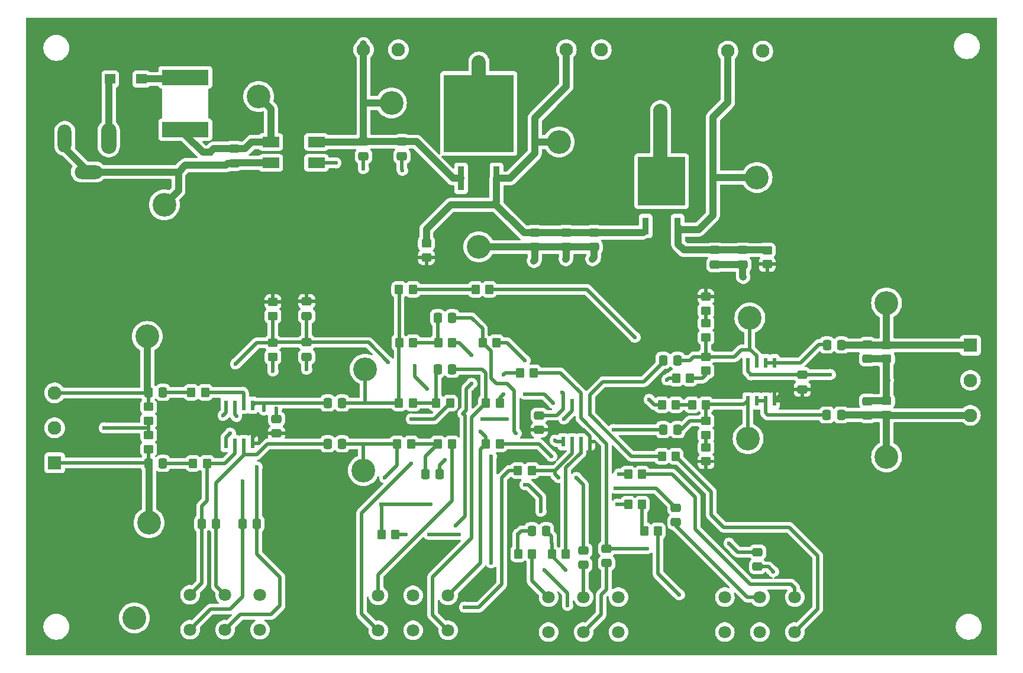
<source format=gtl>
G04 #@! TF.GenerationSoftware,KiCad,Pcbnew,8.0.8*
G04 #@! TF.CreationDate,2025-03-09T17:06:21-04:00*
G04 #@! TF.ProjectId,PreAmpEQ,50726541-6d70-4455-912e-6b696361645f,1.1*
G04 #@! TF.SameCoordinates,Original*
G04 #@! TF.FileFunction,Copper,L1,Top*
G04 #@! TF.FilePolarity,Positive*
%FSLAX46Y46*%
G04 Gerber Fmt 4.6, Leading zero omitted, Abs format (unit mm)*
G04 Created by KiCad (PCBNEW 8.0.8) date 2025-03-09 17:06:21*
%MOMM*%
%LPD*%
G01*
G04 APERTURE LIST*
G04 Aperture macros list*
%AMRoundRect*
0 Rectangle with rounded corners*
0 $1 Rounding radius*
0 $2 $3 $4 $5 $6 $7 $8 $9 X,Y pos of 4 corners*
0 Add a 4 corners polygon primitive as box body*
4,1,4,$2,$3,$4,$5,$6,$7,$8,$9,$2,$3,0*
0 Add four circle primitives for the rounded corners*
1,1,$1+$1,$2,$3*
1,1,$1+$1,$4,$5*
1,1,$1+$1,$6,$7*
1,1,$1+$1,$8,$9*
0 Add four rect primitives between the rounded corners*
20,1,$1+$1,$2,$3,$4,$5,0*
20,1,$1+$1,$4,$5,$6,$7,0*
20,1,$1+$1,$6,$7,$8,$9,0*
20,1,$1+$1,$8,$9,$2,$3,0*%
G04 Aperture macros list end*
G04 #@! TA.AperFunction,SMDPad,CuDef*
%ADD10R,0.939800X3.505200*%
G04 #@! TD*
G04 #@! TA.AperFunction,SMDPad,CuDef*
%ADD11R,10.033000X11.125200*%
G04 #@! TD*
G04 #@! TA.AperFunction,SMDPad,CuDef*
%ADD12R,0.939800X2.489200*%
G04 #@! TD*
G04 #@! TA.AperFunction,SMDPad,CuDef*
%ADD13R,6.781800X6.934200*%
G04 #@! TD*
G04 #@! TA.AperFunction,SMDPad,CuDef*
%ADD14R,1.498600X1.397000*%
G04 #@! TD*
G04 #@! TA.AperFunction,ComponentPad*
%ADD15C,3.400000*%
G04 #@! TD*
G04 #@! TA.AperFunction,SMDPad,CuDef*
%ADD16RoundRect,0.250000X0.450000X-0.350000X0.450000X0.350000X-0.450000X0.350000X-0.450000X-0.350000X0*%
G04 #@! TD*
G04 #@! TA.AperFunction,SMDPad,CuDef*
%ADD17RoundRect,0.250000X0.350000X0.450000X-0.350000X0.450000X-0.350000X-0.450000X0.350000X-0.450000X0*%
G04 #@! TD*
G04 #@! TA.AperFunction,SMDPad,CuDef*
%ADD18RoundRect,0.250000X-0.450000X0.350000X-0.450000X-0.350000X0.450000X-0.350000X0.450000X0.350000X0*%
G04 #@! TD*
G04 #@! TA.AperFunction,SMDPad,CuDef*
%ADD19RoundRect,0.250000X0.475000X-0.337500X0.475000X0.337500X-0.475000X0.337500X-0.475000X-0.337500X0*%
G04 #@! TD*
G04 #@! TA.AperFunction,SMDPad,CuDef*
%ADD20RoundRect,0.250000X-0.350000X-0.450000X0.350000X-0.450000X0.350000X0.450000X-0.350000X0.450000X0*%
G04 #@! TD*
G04 #@! TA.AperFunction,ComponentPad*
%ADD21C,1.950000*%
G04 #@! TD*
G04 #@! TA.AperFunction,SMDPad,CuDef*
%ADD22RoundRect,0.250000X-0.475000X0.337500X-0.475000X-0.337500X0.475000X-0.337500X0.475000X0.337500X0*%
G04 #@! TD*
G04 #@! TA.AperFunction,SMDPad,CuDef*
%ADD23R,0.558800X1.460500*%
G04 #@! TD*
G04 #@! TA.AperFunction,SMDPad,CuDef*
%ADD24RoundRect,0.237500X-0.237500X0.250000X-0.237500X-0.250000X0.237500X-0.250000X0.237500X0.250000X0*%
G04 #@! TD*
G04 #@! TA.AperFunction,ComponentPad*
%ADD25C,1.800000*%
G04 #@! TD*
G04 #@! TA.AperFunction,SMDPad,CuDef*
%ADD26RoundRect,0.250000X-0.337500X-0.475000X0.337500X-0.475000X0.337500X0.475000X-0.337500X0.475000X0*%
G04 #@! TD*
G04 #@! TA.AperFunction,ComponentPad*
%ADD27O,2.200000X4.400000*%
G04 #@! TD*
G04 #@! TA.AperFunction,ComponentPad*
%ADD28O,2.000000X4.000000*%
G04 #@! TD*
G04 #@! TA.AperFunction,ComponentPad*
%ADD29O,4.000000X2.000000*%
G04 #@! TD*
G04 #@! TA.AperFunction,ComponentPad*
%ADD30R,1.950000X1.950000*%
G04 #@! TD*
G04 #@! TA.AperFunction,SMDPad,CuDef*
%ADD31R,6.705600X2.209800*%
G04 #@! TD*
G04 #@! TA.AperFunction,SMDPad,CuDef*
%ADD32RoundRect,0.250000X0.337500X0.475000X-0.337500X0.475000X-0.337500X-0.475000X0.337500X-0.475000X0*%
G04 #@! TD*
G04 #@! TA.AperFunction,SMDPad,CuDef*
%ADD33R,2.489200X1.498600*%
G04 #@! TD*
G04 #@! TA.AperFunction,ViaPad*
%ADD34C,0.600000*%
G04 #@! TD*
G04 #@! TA.AperFunction,ViaPad*
%ADD35C,1.500000*%
G04 #@! TD*
G04 #@! TA.AperFunction,ViaPad*
%ADD36C,2.000000*%
G04 #@! TD*
G04 #@! TA.AperFunction,Conductor*
%ADD37C,1.000000*%
G04 #@! TD*
G04 #@! TA.AperFunction,Conductor*
%ADD38C,0.500000*%
G04 #@! TD*
G04 #@! TA.AperFunction,Conductor*
%ADD39C,2.000000*%
G04 #@! TD*
G04 APERTURE END LIST*
D10*
X142494000Y-63119000D03*
D11*
X145034000Y-53848000D03*
D10*
X147574000Y-63119000D03*
D12*
X168905999Y-69913500D03*
D13*
X171196000Y-63500000D03*
D12*
X173486001Y-69913500D03*
D14*
X96769200Y-48904000D03*
X92298800Y-48904000D03*
D15*
X95758000Y-125984000D03*
D16*
X97790000Y-101838000D03*
X97790000Y-99838000D03*
X97790000Y-97790000D03*
X97790000Y-95790000D03*
D17*
X175260000Y-91694000D03*
X173260000Y-91694000D03*
D18*
X177546000Y-83852000D03*
X177546000Y-85852000D03*
D16*
X177546000Y-99822000D03*
X177546000Y-97822000D03*
D17*
X173228000Y-95504000D03*
X171228000Y-95504000D03*
D19*
X200660000Y-88943000D03*
X200660000Y-86868000D03*
X200660000Y-97071000D03*
X200660000Y-94996000D03*
D20*
X175546000Y-95504000D03*
X177546000Y-95504000D03*
X131096000Y-114046000D03*
X133096000Y-114046000D03*
D15*
X100034000Y-66904000D03*
D21*
X157560000Y-44704000D03*
X162560000Y-44704000D03*
D18*
X137534000Y-72404000D03*
X137534000Y-74404000D03*
D19*
X191325000Y-93277000D03*
X191325000Y-91202000D03*
D15*
X97589500Y-85726000D03*
D16*
X177546000Y-90630000D03*
X177546000Y-88630000D03*
D15*
X183822000Y-83086000D03*
D22*
X182816000Y-73363000D03*
X182816000Y-75438000D03*
D20*
X139192000Y-101092000D03*
X141192000Y-101092000D03*
D22*
X120396000Y-80729000D03*
X120396000Y-82804000D03*
D23*
X160909000Y-95319850D03*
X159639000Y-95319850D03*
X158369000Y-95319850D03*
X157099000Y-95319850D03*
X157099000Y-100768150D03*
X158369000Y-100768150D03*
X159639000Y-100768150D03*
X160909000Y-100768150D03*
D20*
X133620000Y-78994000D03*
X135620000Y-78994000D03*
D15*
X203380000Y-80952000D03*
X184848000Y-62992000D03*
D18*
X177546000Y-80042000D03*
X177546000Y-82042000D03*
X203380000Y-86952000D03*
X203380000Y-88952000D03*
D22*
X178816000Y-73363000D03*
X178816000Y-75438000D03*
D24*
X106534000Y-59404000D03*
X106534000Y-61229000D03*
D25*
X155020000Y-128016000D03*
X160020000Y-128016000D03*
X165020000Y-128016000D03*
X155020000Y-123016000D03*
X160020000Y-123016000D03*
X165020000Y-123016000D03*
D22*
X110034000Y-58866500D03*
X110034000Y-60941500D03*
D26*
X97747000Y-93726000D03*
X99822000Y-93726000D03*
X139149000Y-83058000D03*
X141224000Y-83058000D03*
D22*
X161534000Y-70866500D03*
X161534000Y-72941500D03*
D20*
X150638000Y-104902000D03*
X152638000Y-104902000D03*
D17*
X173228000Y-102870000D03*
X171228000Y-102870000D03*
D27*
X92084000Y-57404000D03*
D28*
X85784000Y-57404000D03*
D29*
X89184000Y-62204000D03*
D19*
X163322000Y-118153000D03*
X163322000Y-116078000D03*
D22*
X134034000Y-57866500D03*
X134034000Y-59941500D03*
D18*
X186316000Y-73400500D03*
X186316000Y-75400500D03*
D15*
X128778000Y-90424000D03*
D17*
X168402000Y-105410000D03*
X166402000Y-105410000D03*
D26*
X139133000Y-90424000D03*
X141208000Y-90424000D03*
D20*
X150908000Y-90932000D03*
X152908000Y-90932000D03*
D30*
X215380000Y-87004500D03*
D21*
X215380000Y-92004500D03*
X215380000Y-97004500D03*
D19*
X116078000Y-99589500D03*
X116078000Y-97514500D03*
D31*
X103034000Y-48657500D03*
X103034000Y-56150500D03*
D15*
X145034000Y-72904000D03*
D23*
X112649000Y-95573850D03*
X111379000Y-95573850D03*
X110109000Y-95573850D03*
X108839000Y-95573850D03*
X108839000Y-101022150D03*
X110109000Y-101022150D03*
X111379000Y-101022150D03*
X112649000Y-101022150D03*
D15*
X203380000Y-102952000D03*
X183568000Y-100358000D03*
D20*
X104156000Y-103886000D03*
X106156000Y-103886000D03*
D15*
X156534000Y-57904000D03*
D18*
X115570000Y-80804000D03*
X115570000Y-82804000D03*
D20*
X146066000Y-101092000D03*
X148066000Y-101092000D03*
D26*
X194842500Y-86952000D03*
X196917500Y-86952000D03*
D20*
X139224000Y-86614000D03*
X141224000Y-86614000D03*
D26*
X171407000Y-89154000D03*
X173482000Y-89154000D03*
D19*
X160020000Y-118407000D03*
X160020000Y-116332000D03*
D26*
X123401000Y-95250000D03*
X125476000Y-95250000D03*
D32*
X196880000Y-96952000D03*
X194805000Y-96952000D03*
D20*
X155480000Y-116840000D03*
X157480000Y-116840000D03*
X133636000Y-86614000D03*
X135636000Y-86614000D03*
D21*
X180674000Y-44904000D03*
X185674000Y-44904000D03*
D20*
X133366000Y-101092000D03*
X135366000Y-101092000D03*
X150654000Y-116840000D03*
X152654000Y-116840000D03*
D26*
X111209000Y-112522000D03*
X113284000Y-112522000D03*
X123401000Y-101092000D03*
X125476000Y-101092000D03*
D16*
X203380000Y-96952000D03*
X203380000Y-94952000D03*
D22*
X157534000Y-70866500D03*
X157534000Y-72941500D03*
D25*
X103712000Y-127682000D03*
X108712000Y-127682000D03*
X113712000Y-127682000D03*
X103712000Y-122682000D03*
X108712000Y-122682000D03*
X113712000Y-122682000D03*
D18*
X115570000Y-86646000D03*
X115570000Y-88646000D03*
D20*
X168688000Y-113538000D03*
X170688000Y-113538000D03*
D15*
X97843500Y-112386000D03*
D19*
X173228000Y-112311000D03*
X173228000Y-110236000D03*
D20*
X144558000Y-78994000D03*
X146558000Y-78994000D03*
D26*
X137392500Y-105410000D03*
X139467500Y-105410000D03*
D16*
X177546000Y-103600000D03*
X177546000Y-101600000D03*
D26*
X171407000Y-99060000D03*
X173482000Y-99060000D03*
D32*
X107463500Y-112522000D03*
X105388500Y-112522000D03*
D15*
X132534000Y-52324000D03*
D30*
X84336000Y-103802000D03*
D21*
X84336000Y-98802000D03*
X84336000Y-93802000D03*
D25*
X180246000Y-128016000D03*
X185246000Y-128016000D03*
X190246000Y-128016000D03*
X180246000Y-123016000D03*
X185246000Y-123016000D03*
X190246000Y-123016000D03*
D21*
X128534000Y-44704000D03*
X133534000Y-44704000D03*
D19*
X153670000Y-99081500D03*
X153670000Y-97006500D03*
D20*
X103902000Y-93726000D03*
X105902000Y-93726000D03*
X166402000Y-109728000D03*
X168402000Y-109728000D03*
D26*
X97768500Y-103886000D03*
X99843500Y-103886000D03*
D22*
X120396000Y-86571000D03*
X120396000Y-88646000D03*
D25*
X130636000Y-127762000D03*
X135636000Y-127762000D03*
X140636000Y-127762000D03*
X130636000Y-122762000D03*
X135636000Y-122762000D03*
X140636000Y-122762000D03*
D22*
X128534000Y-57866500D03*
X128534000Y-59941500D03*
D20*
X145574000Y-86614000D03*
X147574000Y-86614000D03*
D22*
X153034000Y-70866500D03*
X153034000Y-72941500D03*
D20*
X133620000Y-95250000D03*
X135620000Y-95250000D03*
X146050000Y-95250000D03*
X148050000Y-95250000D03*
D19*
X184912000Y-118661000D03*
X184912000Y-116586000D03*
D33*
X115282800Y-57904000D03*
X115282800Y-60904000D03*
X121785200Y-60904000D03*
X121785200Y-57904000D03*
D26*
X152611000Y-113538000D03*
X154686000Y-113538000D03*
D23*
X187325000Y-89477850D03*
X186055000Y-89477850D03*
X184785000Y-89477850D03*
X183515000Y-89477850D03*
X183515000Y-94926150D03*
X184785000Y-94926150D03*
X186055000Y-94926150D03*
X187325000Y-94926150D03*
D15*
X128524000Y-104902000D03*
D20*
X138954000Y-95250000D03*
X140954000Y-95250000D03*
D15*
X113534000Y-51404000D03*
D34*
X108458000Y-97028000D03*
X116078000Y-96050000D03*
X169418000Y-94742000D03*
X171958000Y-91948000D03*
D35*
X145034000Y-46482000D03*
D34*
X195326000Y-91186000D03*
X128524000Y-61722000D03*
X156972000Y-93726000D03*
X183999500Y-91202000D03*
X203380000Y-92057000D03*
X120396000Y-90424000D03*
X161290000Y-74676000D03*
X91440000Y-98802000D03*
D36*
X171034000Y-53432000D03*
D34*
X134112000Y-61976000D03*
X182880000Y-77216000D03*
X152908000Y-74930000D03*
X115570000Y-90678000D03*
X124594000Y-60904000D03*
X157480000Y-74676000D03*
X159962000Y-99081500D03*
X191262000Y-94996000D03*
X118110000Y-99568000D03*
X164338000Y-89408000D03*
X118110000Y-93472000D03*
X118110000Y-103378000D03*
X191262000Y-98806000D03*
X155956000Y-100584000D03*
X145542000Y-97536000D03*
X110236000Y-89662000D03*
X110363000Y-97155000D03*
X132080000Y-89408000D03*
X135890000Y-89916000D03*
X137668000Y-93218000D03*
X149098000Y-97536000D03*
X157226000Y-97536000D03*
X109474000Y-99568000D03*
X114300000Y-96266000D03*
X113284000Y-104394000D03*
X111252000Y-93726000D03*
X111252000Y-106426000D03*
X131064000Y-109728000D03*
X138176000Y-109728000D03*
X131572000Y-105918000D03*
X164846000Y-109728000D03*
X151638000Y-89154000D03*
X148590000Y-93980000D03*
X160909000Y-96901000D03*
X151638000Y-93980000D03*
X155702000Y-95250000D03*
X164338000Y-99060000D03*
X165100000Y-105410000D03*
X155448000Y-102870000D03*
X159639000Y-102362000D03*
X159004000Y-105918000D03*
X156464000Y-105918000D03*
X164592000Y-107442000D03*
X157480000Y-119126000D03*
X137922000Y-114046000D03*
X142240000Y-114046000D03*
X150622000Y-114046000D03*
X134620000Y-114046000D03*
X140208000Y-103378000D03*
X145288000Y-99314000D03*
X154432000Y-119126000D03*
X151638000Y-106934000D03*
X157734000Y-124206000D03*
X150368000Y-99568000D03*
X153924000Y-110744000D03*
X169164000Y-116078000D03*
X180848000Y-115316000D03*
X187198000Y-119380000D03*
X167386000Y-85852000D03*
X173736000Y-122682000D03*
X143002000Y-124460000D03*
X146812000Y-102870000D03*
X146812000Y-118110000D03*
X148590000Y-91186000D03*
X141732000Y-112776000D03*
X144018000Y-88392000D03*
X144018000Y-92456000D03*
X135382000Y-97536000D03*
X135382000Y-103886000D03*
D37*
X128534000Y-52324000D02*
X132534000Y-52324000D01*
X128534000Y-52324000D02*
X128534000Y-53904000D01*
X128534000Y-51404000D02*
X128534000Y-52324000D01*
X178534000Y-54384000D02*
X180674000Y-52244000D01*
X180674000Y-52244000D02*
X180674000Y-44904000D01*
X178534000Y-62738000D02*
X178534000Y-54384000D01*
X157560000Y-49958000D02*
X157560000Y-44704000D01*
X153034000Y-54484000D02*
X157560000Y-49958000D01*
X153034000Y-58107501D02*
X153034000Y-54484000D01*
D38*
X108839000Y-96647000D02*
X108458000Y-97028000D01*
X108839000Y-95573850D02*
X108839000Y-96647000D01*
X116078000Y-97514500D02*
X116078000Y-96050000D01*
X177546000Y-82042000D02*
X177546000Y-83852000D01*
X177546000Y-101600000D02*
X177546000Y-99822000D01*
X173228000Y-95504000D02*
X175546000Y-95504000D01*
X170180000Y-95504000D02*
X169418000Y-94742000D01*
X171228000Y-95504000D02*
X170180000Y-95504000D01*
X172212000Y-91694000D02*
X171958000Y-91948000D01*
X173260000Y-91694000D02*
X172212000Y-91694000D01*
X177038000Y-91694000D02*
X175260000Y-91694000D01*
X177546000Y-91186000D02*
X177038000Y-91694000D01*
X177546000Y-90630000D02*
X177546000Y-91186000D01*
X175260000Y-89154000D02*
X175768000Y-88646000D01*
X173482000Y-89154000D02*
X175260000Y-89154000D01*
X171407000Y-89451000D02*
X171407000Y-89154000D01*
X168656000Y-92202000D02*
X162814000Y-92202000D01*
X168656000Y-92202000D02*
X171407000Y-89451000D01*
X177546000Y-85852000D02*
X177546000Y-88630000D01*
D37*
X200704000Y-94952000D02*
X200660000Y-94996000D01*
X203380000Y-94952000D02*
X200704000Y-94952000D01*
X200669000Y-88952000D02*
X200660000Y-88943000D01*
X203380000Y-88952000D02*
X200669000Y-88952000D01*
X153034000Y-59564000D02*
X153034000Y-58107501D01*
X149479000Y-63119000D02*
X153034000Y-59564000D01*
X147574000Y-63119000D02*
X149479000Y-63119000D01*
X147574000Y-66444002D02*
X147574000Y-63119000D01*
X147324001Y-66694001D02*
X147574000Y-66444002D01*
X141351000Y-63119000D02*
X142494000Y-63119000D01*
X136098500Y-57866500D02*
X141351000Y-63119000D01*
X134034000Y-57866500D02*
X136098500Y-57866500D01*
D39*
X145034000Y-53848000D02*
X145034000Y-46482000D01*
D38*
X91444000Y-98806000D02*
X91440000Y-98802000D01*
X97790000Y-98806000D02*
X97790000Y-99838000D01*
X97790000Y-97790000D02*
X97790000Y-98806000D01*
X97790000Y-98806000D02*
X91444000Y-98806000D01*
X97790000Y-93769000D02*
X97747000Y-93726000D01*
X97790000Y-95790000D02*
X97790000Y-93769000D01*
X97768500Y-103886000D02*
X97768500Y-101859500D01*
X97768500Y-101859500D02*
X97790000Y-101838000D01*
D37*
X110034000Y-58866500D02*
X111571500Y-58866500D01*
X115282800Y-53152800D02*
X113534000Y-51404000D01*
X111571500Y-58866500D02*
X112534000Y-57904000D01*
X105534000Y-59404000D02*
X106534000Y-59404000D01*
X112534000Y-57904000D02*
X115282800Y-57904000D01*
X103034000Y-56904000D02*
X105534000Y-59404000D01*
X115282800Y-57904000D02*
X115282800Y-53152800D01*
X103034000Y-56150500D02*
X103034000Y-56904000D01*
X106534000Y-59404000D02*
X107071500Y-58866500D01*
X107071500Y-58866500D02*
X110034000Y-58866500D01*
X108859000Y-61229000D02*
X106534000Y-61229000D01*
X102059000Y-62204000D02*
X102059000Y-64879000D01*
X109146500Y-60941500D02*
X110034000Y-60941500D01*
X102059000Y-64879000D02*
X100034000Y-66904000D01*
X85784000Y-57404000D02*
X85784000Y-58804000D01*
X85784000Y-58804000D02*
X89184000Y-62204000D01*
X110071500Y-60904000D02*
X110034000Y-60941500D01*
X108859000Y-61229000D02*
X109146500Y-60941500D01*
X115282800Y-60904000D02*
X110071500Y-60904000D01*
X102059000Y-62204000D02*
X89184000Y-62204000D01*
X103034000Y-61229000D02*
X102059000Y-62204000D01*
X106534000Y-61229000D02*
X103034000Y-61229000D01*
X128534000Y-43904000D02*
X128534000Y-51404000D01*
X121785200Y-57904000D02*
X128071500Y-57904000D01*
X128534000Y-53904000D02*
X128534000Y-57866500D01*
X134034000Y-57866500D02*
X128534000Y-57866500D01*
X157534000Y-72941500D02*
X157534000Y-74622000D01*
D38*
X195342000Y-91202000D02*
X195326000Y-91186000D01*
X157099000Y-95319850D02*
X157099000Y-93853000D01*
X128534000Y-61712000D02*
X128524000Y-61722000D01*
D37*
X182816000Y-77152000D02*
X182880000Y-77216000D01*
X153034000Y-74804000D02*
X152908000Y-74930000D01*
D38*
X191325000Y-91202000D02*
X195342000Y-91202000D01*
D37*
X161534000Y-72941500D02*
X157534000Y-72941500D01*
D38*
X156231500Y-97006500D02*
X157099000Y-96139000D01*
D37*
X203380000Y-91952000D02*
X203380000Y-88952000D01*
X153034000Y-72941500D02*
X145071500Y-72941500D01*
D38*
X157099000Y-93853000D02*
X156972000Y-93726000D01*
D39*
X171034000Y-61173500D02*
X171034000Y-53432000D01*
D38*
X171034000Y-53432000D02*
X170942000Y-53340000D01*
D37*
X161534000Y-74432000D02*
X161290000Y-74676000D01*
D38*
X153670000Y-97006500D02*
X156231500Y-97006500D01*
X115570000Y-88646000D02*
X115570000Y-90678000D01*
D37*
X203432500Y-92004500D02*
X203380000Y-91952000D01*
D38*
X157099000Y-96139000D02*
X157099000Y-95319850D01*
X203235000Y-92202000D02*
X203380000Y-92057000D01*
D37*
X157534000Y-72941500D02*
X153034000Y-72941500D01*
X178816000Y-75438000D02*
X182816000Y-75438000D01*
D38*
X191325000Y-91202000D02*
X183999500Y-91202000D01*
D37*
X182816000Y-75438000D02*
X182816000Y-77152000D01*
X157534000Y-74622000D02*
X157480000Y-74676000D01*
D38*
X120396000Y-88646000D02*
X120396000Y-90424000D01*
D37*
X153034000Y-72941500D02*
X153034000Y-74804000D01*
X203380000Y-94952000D02*
X203380000Y-92057000D01*
D38*
X134034000Y-61898000D02*
X134112000Y-61976000D01*
X183515000Y-90717500D02*
X183515000Y-89477850D01*
D37*
X161534000Y-72941500D02*
X161534000Y-74432000D01*
X145071500Y-72941500D02*
X145034000Y-72904000D01*
D38*
X134034000Y-59941500D02*
X134034000Y-61898000D01*
X128534000Y-59941500D02*
X128534000Y-61712000D01*
X183999500Y-91202000D02*
X183515000Y-90717500D01*
X121785200Y-60904000D02*
X124594000Y-60904000D01*
D37*
X203380000Y-92057000D02*
X203432500Y-92004500D01*
D38*
X203271000Y-91948000D02*
X203380000Y-92057000D01*
D37*
X147324001Y-66694001D02*
X151496500Y-70866500D01*
X137534000Y-70404000D02*
X141034000Y-66904000D01*
X137534000Y-72404000D02*
X137534000Y-70404000D01*
X141034000Y-66904000D02*
X147034000Y-66904000D01*
X156534000Y-57904000D02*
X153237501Y-57904000D01*
X151496500Y-70866500D02*
X168534000Y-70866500D01*
X153237501Y-57904000D02*
X153034000Y-58107501D01*
X182816000Y-73363000D02*
X178816000Y-73363000D01*
X176493500Y-70444500D02*
X173574000Y-70444500D01*
X178788000Y-62992000D02*
X184848000Y-62992000D01*
X182816000Y-73363000D02*
X186278500Y-73363000D01*
X174391000Y-73363000D02*
X173571500Y-72543500D01*
X178534000Y-62738000D02*
X178788000Y-62992000D01*
X173571500Y-72543500D02*
X173571500Y-70215000D01*
X173571500Y-70215000D02*
X173611500Y-70175000D01*
X186278500Y-73363000D02*
X186316000Y-73400500D01*
X178534000Y-62738000D02*
X178534000Y-68404000D01*
X178816000Y-73363000D02*
X174391000Y-73363000D01*
X178534000Y-68404000D02*
X176493500Y-70444500D01*
D38*
X191325000Y-93277000D02*
X188974150Y-93277000D01*
X118088500Y-99589500D02*
X118110000Y-99568000D01*
X113262500Y-99589500D02*
X112649000Y-100203000D01*
X116078000Y-99589500D02*
X113262500Y-99589500D01*
X116078000Y-99589500D02*
X118088500Y-99589500D01*
X112649000Y-100203000D02*
X112649000Y-101022150D01*
X159962000Y-99081500D02*
X160909000Y-100028500D01*
X191325000Y-93277000D02*
X191325000Y-94933000D01*
X153670000Y-99081500D02*
X159962000Y-99081500D01*
X188974150Y-93277000D02*
X187325000Y-94926150D01*
X191325000Y-94933000D02*
X191262000Y-94996000D01*
X160909000Y-100028500D02*
X160909000Y-100768150D01*
X157099000Y-100768150D02*
X156140150Y-100768150D01*
X135890000Y-89916000D02*
X135890000Y-91440000D01*
X156140150Y-100768150D02*
X155956000Y-100584000D01*
X110363000Y-97155000D02*
X110109000Y-96901000D01*
X115570000Y-86646000D02*
X113252000Y-86646000D01*
X109474000Y-99568000D02*
X108839000Y-100203000D01*
X157226000Y-97536000D02*
X158369000Y-96393000D01*
X135890000Y-91440000D02*
X137668000Y-93218000D01*
X120396000Y-82804000D02*
X120396000Y-86571000D01*
X129243000Y-86571000D02*
X132080000Y-89408000D01*
X145542000Y-97536000D02*
X149098000Y-97536000D01*
X115645000Y-86571000D02*
X115570000Y-86646000D01*
X120396000Y-86571000D02*
X129243000Y-86571000D01*
X158369000Y-96393000D02*
X158369000Y-95319850D01*
X110109000Y-96901000D02*
X110109000Y-95573850D01*
X113252000Y-86646000D02*
X110236000Y-89662000D01*
X115570000Y-82804000D02*
X115570000Y-86646000D01*
X120396000Y-86571000D02*
X115645000Y-86571000D01*
X108839000Y-100203000D02*
X108839000Y-101022150D01*
X116586000Y-124206000D02*
X116586000Y-120142000D01*
X110918000Y-125476000D02*
X115316000Y-125476000D01*
X115316000Y-125476000D02*
X116586000Y-124206000D01*
X113284000Y-112522000D02*
X113284000Y-104394000D01*
X114300000Y-95250000D02*
X112972850Y-95250000D01*
X113284000Y-116840000D02*
X113284000Y-112522000D01*
X112972850Y-95250000D02*
X112649000Y-95573850D01*
X114300000Y-96266000D02*
X114300000Y-95250000D01*
X108712000Y-127682000D02*
X110918000Y-125476000D01*
X116586000Y-120142000D02*
X113284000Y-116840000D01*
X122893000Y-95250000D02*
X114300000Y-95250000D01*
X106680000Y-124714000D02*
X109474000Y-124714000D01*
X105902000Y-93726000D02*
X111252000Y-93726000D01*
X111252000Y-93726000D02*
X111379000Y-93853000D01*
X111209000Y-122979000D02*
X111209000Y-112522000D01*
X111379000Y-93853000D02*
X111379000Y-95573850D01*
X111209000Y-106469000D02*
X111252000Y-106426000D01*
X109474000Y-124714000D02*
X111209000Y-122979000D01*
X103712000Y-127682000D02*
X106680000Y-124714000D01*
X111209000Y-112522000D02*
X111209000Y-106469000D01*
X99589500Y-93726000D02*
X103902000Y-93726000D01*
X84336000Y-93802000D02*
X97438500Y-93802000D01*
X97438500Y-93802000D02*
X97514500Y-93726000D01*
D37*
X97589500Y-85726000D02*
X97589500Y-93651000D01*
X97589500Y-93651000D02*
X97514500Y-93726000D01*
D38*
X106156000Y-109236000D02*
X105388500Y-110003500D01*
X110109000Y-102489000D02*
X110109000Y-101022150D01*
X103712000Y-122682000D02*
X105388500Y-121005500D01*
X106156000Y-103886000D02*
X108712000Y-103886000D01*
X105388500Y-121005500D02*
X105388500Y-112522000D01*
X105388500Y-110003500D02*
X105388500Y-112522000D01*
X106156000Y-103886000D02*
X106156000Y-109236000D01*
X108712000Y-103886000D02*
X110109000Y-102489000D01*
X111379000Y-102425500D02*
X111379000Y-101022150D01*
X113284000Y-102616000D02*
X111569500Y-102616000D01*
X107463500Y-106658500D02*
X107463500Y-112522000D01*
X111379000Y-101022150D02*
X111379000Y-102743000D01*
X114808000Y-101092000D02*
X113284000Y-102616000D01*
X107463500Y-112522000D02*
X107463500Y-121433500D01*
X111379000Y-102743000D02*
X107463500Y-106658500D01*
X111569500Y-102616000D02*
X111379000Y-102425500D01*
X107463500Y-121433500D02*
X108712000Y-122682000D01*
X122893000Y-101092000D02*
X114808000Y-101092000D01*
X99843500Y-103886000D02*
X104156000Y-103886000D01*
X84336000Y-103802000D02*
X97684500Y-103802000D01*
X97684500Y-103802000D02*
X97768500Y-103886000D01*
D37*
X97843500Y-112386000D02*
X97843500Y-103961000D01*
X97843500Y-103961000D02*
X97768500Y-103886000D01*
D38*
X133620000Y-95250000D02*
X133620000Y-86630000D01*
X133636000Y-86614000D02*
X133636000Y-79010000D01*
X133636000Y-79010000D02*
X133620000Y-78994000D01*
X125476000Y-95250000D02*
X128778000Y-95250000D01*
X133620000Y-95250000D02*
X128778000Y-95250000D01*
X128778000Y-95250000D02*
X128778000Y-90424000D01*
X133620000Y-86630000D02*
X133636000Y-86614000D01*
X165894000Y-109728000D02*
X166148000Y-109982000D01*
X128524000Y-101092000D02*
X128524000Y-104648000D01*
X138176000Y-109728000D02*
X131064000Y-109728000D01*
X133366000Y-101092000D02*
X128524000Y-101092000D01*
X131096000Y-114046000D02*
X131096000Y-109760000D01*
X131096000Y-109760000D02*
X131064000Y-109728000D01*
X133366000Y-104124000D02*
X133366000Y-101092000D01*
X164846000Y-109728000D02*
X165894000Y-109728000D01*
X131572000Y-105918000D02*
X133366000Y-104124000D01*
X125476000Y-101092000D02*
X128524000Y-101092000D01*
X186055000Y-94926150D02*
X184785000Y-94926150D01*
X186055000Y-96656400D02*
X186055000Y-94926150D01*
X186350600Y-96952000D02*
X186055000Y-96656400D01*
X194805000Y-96952000D02*
X186350600Y-96952000D01*
D37*
X203380000Y-96952000D02*
X203380000Y-102952000D01*
X203432500Y-97004500D02*
X203380000Y-96952000D01*
X215380000Y-97004500D02*
X203432500Y-97004500D01*
X196880000Y-96952000D02*
X203380000Y-96952000D01*
D38*
X191065150Y-89477850D02*
X187325000Y-89477850D01*
X187325000Y-89477850D02*
X186055000Y-89477850D01*
X194945000Y-86868000D02*
X193675000Y-86868000D01*
X193675000Y-86868000D02*
X191065150Y-89477850D01*
D37*
X215380000Y-87004500D02*
X196970000Y-87004500D01*
X196970000Y-87004500D02*
X196917500Y-86952000D01*
X203380000Y-86952000D02*
X203380000Y-80952000D01*
D38*
X177530000Y-88646000D02*
X177546000Y-88630000D01*
X184785000Y-88519000D02*
X183822000Y-87556000D01*
X183748000Y-87630000D02*
X183822000Y-87556000D01*
X175768000Y-88646000D02*
X176276000Y-88646000D01*
X181626000Y-88630000D02*
X182626000Y-87630000D01*
X176276000Y-88646000D02*
X176292000Y-88630000D01*
X184785000Y-89477850D02*
X184785000Y-88519000D01*
X183822000Y-86750500D02*
X183822000Y-83086000D01*
X177546000Y-88630000D02*
X181626000Y-88630000D01*
X183822000Y-87556000D02*
X183822000Y-86750500D01*
X182626000Y-87630000D02*
X183748000Y-87630000D01*
X176292000Y-88630000D02*
X177546000Y-88630000D01*
X147574000Y-86614000D02*
X149098000Y-86614000D01*
X171228000Y-102870000D02*
X166878000Y-102870000D01*
X162814000Y-92202000D02*
X160909000Y-94107000D01*
X166878000Y-102870000D02*
X160909000Y-96901000D01*
X154432000Y-93980000D02*
X155702000Y-95250000D01*
X160909000Y-96901000D02*
X160909000Y-95319850D01*
X151638000Y-93980000D02*
X154432000Y-93980000D01*
X160909000Y-94107000D02*
X160909000Y-95319850D01*
X148050000Y-95250000D02*
X148050000Y-94520000D01*
X149098000Y-86614000D02*
X151638000Y-89154000D01*
X148050000Y-94520000D02*
X148590000Y-93980000D01*
X153670000Y-101092000D02*
X155448000Y-102870000D01*
X157480000Y-104521000D02*
X159639000Y-102362000D01*
X148066000Y-101092000D02*
X153670000Y-101092000D01*
X166402000Y-105410000D02*
X165100000Y-105410000D01*
X157480000Y-116840000D02*
X157480000Y-104521000D01*
X171407000Y-99060000D02*
X164338000Y-99060000D01*
X159639000Y-102362000D02*
X159639000Y-100768150D01*
X177546000Y-97806000D02*
X177546000Y-95456000D01*
X175260000Y-97790000D02*
X175276000Y-97806000D01*
X177546000Y-95456000D02*
X182985150Y-95456000D01*
X177498000Y-95504000D02*
X177546000Y-95456000D01*
X183515000Y-100305000D02*
X183568000Y-100358000D01*
X175276000Y-97806000D02*
X177546000Y-97806000D01*
X173482000Y-99060000D02*
X173990000Y-99060000D01*
X173990000Y-99060000D02*
X175260000Y-97790000D01*
X182985150Y-95456000D02*
X183515000Y-94926150D01*
X183515000Y-94926150D02*
X183515000Y-100305000D01*
X160020000Y-123016000D02*
X160020000Y-118407000D01*
X156464000Y-105918000D02*
X155956000Y-105410000D01*
X159004000Y-105918000D02*
X160020000Y-106934000D01*
X155956000Y-105410000D02*
X155956000Y-104902000D01*
X158369000Y-102489000D02*
X158369000Y-100768150D01*
X160020000Y-106934000D02*
X160020000Y-116332000D01*
X152638000Y-104902000D02*
X155956000Y-104902000D01*
X170434000Y-107442000D02*
X164592000Y-107442000D01*
X173228000Y-110236000D02*
X170434000Y-107442000D01*
X155956000Y-104902000D02*
X158369000Y-102489000D01*
X155448000Y-115316000D02*
X155480000Y-115348000D01*
X155480000Y-115348000D02*
X155480000Y-116840000D01*
X155448000Y-114300000D02*
X155448000Y-115316000D01*
X154686000Y-113538000D02*
X155448000Y-114300000D01*
X155480000Y-116840000D02*
X155480000Y-117126000D01*
X155480000Y-117126000D02*
X157480000Y-119126000D01*
X151130000Y-113538000D02*
X150622000Y-114046000D01*
X150622000Y-114046000D02*
X150622000Y-116808000D01*
X150622000Y-116808000D02*
X150654000Y-116840000D01*
X142240000Y-114046000D02*
X137922000Y-114046000D01*
X152611000Y-113538000D02*
X151130000Y-113538000D01*
X134620000Y-114046000D02*
X133096000Y-114046000D01*
X139192000Y-101092000D02*
X135366000Y-101092000D01*
X137392500Y-105410000D02*
X137392500Y-102891500D01*
X137392500Y-102891500D02*
X139192000Y-101092000D01*
X139467500Y-104118500D02*
X140208000Y-103378000D01*
X139467500Y-105410000D02*
X139467500Y-104118500D01*
X145288000Y-101870000D02*
X145288000Y-118110000D01*
X145288000Y-118110000D02*
X140636000Y-122762000D01*
X146066000Y-100092000D02*
X146066000Y-101092000D01*
X145288000Y-99314000D02*
X146066000Y-100092000D01*
X146066000Y-101092000D02*
X145288000Y-101870000D01*
X173228000Y-112311000D02*
X173228000Y-112776000D01*
X183468000Y-123016000D02*
X185246000Y-123016000D01*
X173228000Y-112776000D02*
X183468000Y-123016000D01*
X144018000Y-97282000D02*
X144018000Y-114554000D01*
X138430000Y-125556000D02*
X140636000Y-127762000D01*
X145526000Y-90424000D02*
X146050000Y-90948000D01*
X144018000Y-114554000D02*
X138430000Y-120142000D01*
X141208000Y-90424000D02*
X145526000Y-90424000D01*
X146050000Y-90948000D02*
X146050000Y-95250000D01*
X146050000Y-95250000D02*
X144018000Y-97282000D01*
X138430000Y-120142000D02*
X138430000Y-125556000D01*
X138954000Y-90603000D02*
X139133000Y-90424000D01*
X135620000Y-95250000D02*
X138954000Y-95250000D01*
X138954000Y-95250000D02*
X138954000Y-90603000D01*
X139149000Y-86539000D02*
X139224000Y-86614000D01*
X139149000Y-83058000D02*
X139149000Y-86539000D01*
X135636000Y-86614000D02*
X139224000Y-86614000D01*
X149098000Y-92456000D02*
X150114000Y-93472000D01*
X147574000Y-92456000D02*
X149098000Y-92456000D01*
X144018000Y-83058000D02*
X145574000Y-84614000D01*
X157734000Y-124206000D02*
X157734000Y-122428000D01*
X157734000Y-122428000D02*
X154432000Y-119126000D01*
X151638000Y-106934000D02*
X152146000Y-106934000D01*
X141224000Y-83058000D02*
X144018000Y-83058000D01*
X145574000Y-84614000D02*
X145574000Y-86614000D01*
X150114000Y-99314000D02*
X150368000Y-99568000D01*
X146800000Y-87840000D02*
X146800000Y-91682000D01*
X153924000Y-108712000D02*
X153924000Y-110744000D01*
X152146000Y-106934000D02*
X153924000Y-108712000D01*
X150114000Y-93472000D02*
X150114000Y-99314000D01*
X146800000Y-91682000D02*
X147574000Y-92456000D01*
X145574000Y-86614000D02*
X146800000Y-87840000D01*
X182118000Y-116586000D02*
X180848000Y-115316000D01*
X169164000Y-116078000D02*
X163322000Y-116078000D01*
X184912000Y-116586000D02*
X182118000Y-116586000D01*
X163322000Y-101092000D02*
X159639000Y-97409000D01*
X152908000Y-90932000D02*
X156718000Y-90932000D01*
X159639000Y-97409000D02*
X159639000Y-95319850D01*
X156718000Y-90932000D02*
X159639000Y-93853000D01*
X159639000Y-93853000D02*
X159639000Y-95319850D01*
X163322000Y-116078000D02*
X163322000Y-101092000D01*
X163322000Y-118153000D02*
X163322000Y-121920000D01*
X162560000Y-125476000D02*
X160020000Y-128016000D01*
X163322000Y-121920000D02*
X162560000Y-122682000D01*
X162560000Y-122682000D02*
X162560000Y-125476000D01*
X184912000Y-118661000D02*
X186479000Y-118661000D01*
X186479000Y-118661000D02*
X187198000Y-119380000D01*
D37*
X96769200Y-48904000D02*
X102787500Y-48904000D01*
X102787500Y-48904000D02*
X103034000Y-48657500D01*
X92084000Y-49118800D02*
X92298800Y-48904000D01*
X92084000Y-57404000D02*
X92084000Y-49118800D01*
D38*
X146558000Y-78994000D02*
X160528000Y-78994000D01*
X160528000Y-78994000D02*
X167386000Y-85852000D01*
X170688000Y-113538000D02*
X170688000Y-119634000D01*
X170688000Y-119634000D02*
X173736000Y-122682000D01*
X176022000Y-108712000D02*
X176022000Y-113284000D01*
X189738000Y-121158000D02*
X190246000Y-121666000D01*
X183896000Y-121158000D02*
X189738000Y-121158000D01*
X172720000Y-105410000D02*
X176022000Y-108712000D01*
X168402000Y-105410000D02*
X172720000Y-105410000D01*
X176022000Y-113284000D02*
X183896000Y-121158000D01*
X190246000Y-121666000D02*
X190246000Y-123016000D01*
X178308000Y-107950000D02*
X173228000Y-102870000D01*
X190246000Y-128016000D02*
X193548000Y-124714000D01*
X193548000Y-124714000D02*
X193548000Y-117094000D01*
X180086000Y-113030000D02*
X178308000Y-111252000D01*
X189484000Y-113030000D02*
X180086000Y-113030000D01*
X178308000Y-111252000D02*
X178308000Y-107950000D01*
X193548000Y-117094000D02*
X189484000Y-113030000D01*
X148336000Y-105918000D02*
X149352000Y-104902000D01*
X149352000Y-104902000D02*
X150638000Y-104902000D01*
X148336000Y-121158000D02*
X148336000Y-105918000D01*
X143002000Y-124460000D02*
X145034000Y-124460000D01*
X145034000Y-124460000D02*
X148336000Y-121158000D01*
X168402000Y-109728000D02*
X168402000Y-113252000D01*
X168402000Y-113252000D02*
X168688000Y-113538000D01*
X148844000Y-90932000D02*
X148590000Y-91186000D01*
X150908000Y-90932000D02*
X148844000Y-90932000D01*
X146812000Y-118110000D02*
X146812000Y-102870000D01*
X135620000Y-78994000D02*
X144558000Y-78994000D01*
X141192000Y-109252000D02*
X130636000Y-119808000D01*
X130636000Y-119808000D02*
X130636000Y-122762000D01*
X141192000Y-101092000D02*
X141192000Y-109252000D01*
X143268000Y-96254000D02*
X142748000Y-96774000D01*
X143040000Y-111468000D02*
X141732000Y-112776000D01*
X141224000Y-86614000D02*
X142240000Y-86614000D01*
X142748000Y-96774000D02*
X143040000Y-97066000D01*
X143268000Y-93206000D02*
X143268000Y-96254000D01*
X142240000Y-86614000D02*
X144018000Y-88392000D01*
X144018000Y-92456000D02*
X143268000Y-93206000D01*
X143040000Y-97066000D02*
X143040000Y-111468000D01*
X138668000Y-97536000D02*
X135382000Y-97536000D01*
X140954000Y-95250000D02*
X138668000Y-97536000D01*
X128270000Y-125396000D02*
X130636000Y-127762000D01*
X135382000Y-103886000D02*
X128270000Y-110998000D01*
X128270000Y-110998000D02*
X128270000Y-125396000D01*
X152654000Y-120650000D02*
X155020000Y-123016000D01*
X152654000Y-116840000D02*
X152654000Y-120650000D01*
G04 #@! TA.AperFunction,Conductor*
G36*
X151069703Y-94544227D02*
G01*
X151076181Y-94550259D01*
X151135738Y-94609816D01*
X151194197Y-94646548D01*
X151256689Y-94685815D01*
X151288478Y-94705789D01*
X151424828Y-94753500D01*
X151458745Y-94765368D01*
X151458750Y-94765369D01*
X151637996Y-94785565D01*
X151638000Y-94785565D01*
X151638004Y-94785565D01*
X151817249Y-94765369D01*
X151817252Y-94765368D01*
X151817255Y-94765368D01*
X151897017Y-94737457D01*
X151937972Y-94730500D01*
X154069770Y-94730500D01*
X154136809Y-94750185D01*
X154157451Y-94766819D01*
X154948692Y-95558059D01*
X154971358Y-95594125D01*
X154973188Y-95593244D01*
X154976209Y-95599518D01*
X154976211Y-95599522D01*
X155072184Y-95752262D01*
X155199738Y-95879816D01*
X155278993Y-95929615D01*
X155352478Y-95975789D01*
X155464416Y-96014958D01*
X155521193Y-96055680D01*
X155546940Y-96120633D01*
X155533484Y-96189194D01*
X155485097Y-96239597D01*
X155423462Y-96256000D01*
X154841248Y-96256000D01*
X154774209Y-96236315D01*
X154743468Y-96205002D01*
X154742193Y-96206011D01*
X154737711Y-96200343D01*
X154613657Y-96076289D01*
X154613656Y-96076288D01*
X154508102Y-96011182D01*
X154464336Y-95984187D01*
X154464331Y-95984185D01*
X154450045Y-95979451D01*
X154297797Y-95929001D01*
X154297795Y-95929000D01*
X154195010Y-95918500D01*
X153144998Y-95918500D01*
X153144980Y-95918501D01*
X153042203Y-95929000D01*
X153042200Y-95929001D01*
X152875668Y-95984185D01*
X152875663Y-95984187D01*
X152726342Y-96076289D01*
X152602289Y-96200342D01*
X152510187Y-96349663D01*
X152510185Y-96349668D01*
X152482349Y-96433670D01*
X152455001Y-96516203D01*
X152455001Y-96516204D01*
X152455000Y-96516204D01*
X152444500Y-96618983D01*
X152444500Y-97394001D01*
X152444501Y-97394019D01*
X152455000Y-97496796D01*
X152455001Y-97496799D01*
X152510185Y-97663331D01*
X152510186Y-97663334D01*
X152602288Y-97812656D01*
X152726344Y-97936712D01*
X152729628Y-97938737D01*
X152729653Y-97938753D01*
X152731445Y-97940746D01*
X152732011Y-97941193D01*
X152731934Y-97941289D01*
X152776379Y-97990699D01*
X152787603Y-98059661D01*
X152759761Y-98123744D01*
X152729665Y-98149826D01*
X152726660Y-98151679D01*
X152726655Y-98151683D01*
X152602684Y-98275654D01*
X152510643Y-98424875D01*
X152510641Y-98424880D01*
X152455494Y-98591302D01*
X152455493Y-98591309D01*
X152445000Y-98694013D01*
X152445000Y-98831500D01*
X154894999Y-98831500D01*
X154894999Y-98694028D01*
X154894998Y-98694013D01*
X154884505Y-98591302D01*
X154829358Y-98424880D01*
X154829356Y-98424875D01*
X154737315Y-98275654D01*
X154613344Y-98151683D01*
X154613341Y-98151681D01*
X154610339Y-98149829D01*
X154608713Y-98148021D01*
X154607677Y-98147202D01*
X154607817Y-98147024D01*
X154563617Y-98097880D01*
X154552397Y-98028917D01*
X154580243Y-97964836D01*
X154610344Y-97938754D01*
X154613656Y-97936712D01*
X154737712Y-97812656D01*
X154737715Y-97812650D01*
X154742193Y-97806989D01*
X154744015Y-97808430D01*
X154787665Y-97769175D01*
X154841248Y-97757000D01*
X156305419Y-97757000D01*
X156339834Y-97750154D01*
X156409426Y-97756381D01*
X156464604Y-97799243D01*
X156481068Y-97830815D01*
X156500211Y-97885523D01*
X156500212Y-97885524D01*
X156575158Y-98004799D01*
X156596184Y-98038262D01*
X156723738Y-98165816D01*
X156813169Y-98222009D01*
X156869903Y-98257658D01*
X156876478Y-98261789D01*
X157005472Y-98306926D01*
X157046745Y-98321368D01*
X157046750Y-98321369D01*
X157225996Y-98341565D01*
X157226000Y-98341565D01*
X157226004Y-98341565D01*
X157405249Y-98321369D01*
X157405252Y-98321368D01*
X157405255Y-98321368D01*
X157575522Y-98261789D01*
X157728262Y-98165816D01*
X157855816Y-98038262D01*
X157951789Y-97885522D01*
X157951792Y-97885510D01*
X157954810Y-97879248D01*
X157956650Y-97880134D01*
X157979305Y-97844061D01*
X158676819Y-97146548D01*
X158738142Y-97113063D01*
X158807834Y-97118047D01*
X158863767Y-97159919D01*
X158888184Y-97225383D01*
X158888500Y-97234229D01*
X158888500Y-97482918D01*
X158888500Y-97482920D01*
X158888499Y-97482920D01*
X158917340Y-97627907D01*
X158917342Y-97627913D01*
X158973913Y-97764489D01*
X158973914Y-97764491D01*
X158973916Y-97764495D01*
X158987493Y-97784815D01*
X158987494Y-97784818D01*
X159056046Y-97887414D01*
X159056052Y-97887421D01*
X160524691Y-99356059D01*
X160558176Y-99417382D01*
X160553192Y-99487074D01*
X160511320Y-99543007D01*
X160480344Y-99559922D01*
X160387511Y-99594546D01*
X160387506Y-99594549D01*
X160348726Y-99623580D01*
X160283261Y-99647997D01*
X160214989Y-99633145D01*
X160200104Y-99623579D01*
X160178712Y-99607565D01*
X160160731Y-99594104D01*
X160160728Y-99594102D01*
X160025886Y-99543810D01*
X160025885Y-99543809D01*
X160025883Y-99543809D01*
X159966273Y-99537400D01*
X159966263Y-99537400D01*
X159311729Y-99537400D01*
X159311723Y-99537401D01*
X159252116Y-99543808D01*
X159117271Y-99594102D01*
X159117269Y-99594103D01*
X159078310Y-99623268D01*
X159012845Y-99647684D01*
X158944572Y-99632832D01*
X158929690Y-99623268D01*
X158890730Y-99594103D01*
X158890728Y-99594102D01*
X158755886Y-99543810D01*
X158755885Y-99543809D01*
X158755883Y-99543809D01*
X158696273Y-99537400D01*
X158696263Y-99537400D01*
X158041729Y-99537400D01*
X158041723Y-99537401D01*
X157982116Y-99543808D01*
X157847271Y-99594102D01*
X157847269Y-99594103D01*
X157808310Y-99623268D01*
X157742845Y-99647684D01*
X157674572Y-99632832D01*
X157659690Y-99623268D01*
X157620730Y-99594103D01*
X157620728Y-99594102D01*
X157485886Y-99543810D01*
X157485885Y-99543809D01*
X157485883Y-99543809D01*
X157426273Y-99537400D01*
X157426263Y-99537400D01*
X156771729Y-99537400D01*
X156771723Y-99537401D01*
X156712116Y-99543808D01*
X156577271Y-99594102D01*
X156577264Y-99594106D01*
X156462055Y-99680352D01*
X156378509Y-99791955D01*
X156322575Y-99833825D01*
X156252884Y-99838809D01*
X156238288Y-99834684D01*
X156135262Y-99798633D01*
X156135249Y-99798630D01*
X155956004Y-99778435D01*
X155955996Y-99778435D01*
X155776750Y-99798630D01*
X155776745Y-99798631D01*
X155606476Y-99858211D01*
X155453737Y-99954184D01*
X155326184Y-100081737D01*
X155230211Y-100234476D01*
X155170631Y-100404745D01*
X155170630Y-100404750D01*
X155150435Y-100583996D01*
X155150435Y-100584003D01*
X155170630Y-100763249D01*
X155170631Y-100763254D01*
X155230211Y-100933523D01*
X155298510Y-101042219D01*
X155326184Y-101086262D01*
X155453738Y-101213816D01*
X155606478Y-101309789D01*
X155606485Y-101309791D01*
X155612752Y-101312810D01*
X155611869Y-101314642D01*
X155647939Y-101337307D01*
X155661730Y-101351098D01*
X155661734Y-101351101D01*
X155784648Y-101433230D01*
X155784661Y-101433237D01*
X155921232Y-101489806D01*
X155921237Y-101489808D01*
X155921241Y-101489808D01*
X155921242Y-101489809D01*
X156066229Y-101518650D01*
X156066232Y-101518650D01*
X156206878Y-101518650D01*
X156273917Y-101538335D01*
X156319672Y-101591139D01*
X156323060Y-101599317D01*
X156375802Y-101740728D01*
X156375806Y-101740735D01*
X156462052Y-101855944D01*
X156462055Y-101855947D01*
X156577264Y-101942193D01*
X156577271Y-101942197D01*
X156601796Y-101951344D01*
X156712117Y-101992491D01*
X156771727Y-101998900D01*
X157426272Y-101998899D01*
X157481247Y-101992989D01*
X157550005Y-102005395D01*
X157601142Y-102053006D01*
X157618500Y-102116279D01*
X157618500Y-102126770D01*
X157598815Y-102193809D01*
X157582181Y-102214451D01*
X156270108Y-103526523D01*
X156208785Y-103560008D01*
X156139093Y-103555024D01*
X156116804Y-103538338D01*
X156130156Y-103554068D01*
X156139394Y-103623324D01*
X156109722Y-103686581D01*
X156104523Y-103692108D01*
X155681451Y-104115181D01*
X155620128Y-104148666D01*
X155593770Y-104151500D01*
X153753638Y-104151500D01*
X153686599Y-104131815D01*
X153648099Y-104092597D01*
X153646579Y-104090132D01*
X153580712Y-103983344D01*
X153456656Y-103859288D01*
X153307334Y-103767186D01*
X153140797Y-103712001D01*
X153140795Y-103712000D01*
X153038010Y-103701500D01*
X152237998Y-103701500D01*
X152237980Y-103701501D01*
X152135203Y-103712000D01*
X152135200Y-103712001D01*
X151968668Y-103767185D01*
X151968663Y-103767187D01*
X151819342Y-103859289D01*
X151725681Y-103952951D01*
X151664358Y-103986436D01*
X151594666Y-103981452D01*
X151550319Y-103952951D01*
X151456657Y-103859289D01*
X151456656Y-103859288D01*
X151307334Y-103767186D01*
X151140797Y-103712001D01*
X151140795Y-103712000D01*
X151038010Y-103701500D01*
X150237998Y-103701500D01*
X150237980Y-103701501D01*
X150135203Y-103712000D01*
X150135200Y-103712001D01*
X149968668Y-103767185D01*
X149968663Y-103767187D01*
X149819342Y-103859289D01*
X149695289Y-103983342D01*
X149682045Y-104004814D01*
X149641532Y-104070498D01*
X149627901Y-104092597D01*
X149575953Y-104139321D01*
X149522362Y-104151500D01*
X149278080Y-104151500D01*
X149133092Y-104180340D01*
X149133082Y-104180343D01*
X148996511Y-104236912D01*
X148996499Y-104236919D01*
X148972680Y-104252835D01*
X148972679Y-104252835D01*
X148873585Y-104319046D01*
X148873578Y-104319052D01*
X147774181Y-105418450D01*
X147712858Y-105451935D01*
X147643166Y-105446951D01*
X147587233Y-105405079D01*
X147562816Y-105339615D01*
X147562500Y-105330769D01*
X147562500Y-103169972D01*
X147569458Y-103129017D01*
X147580553Y-103097309D01*
X147597368Y-103049255D01*
X147598487Y-103039322D01*
X147617565Y-102870003D01*
X147617565Y-102869996D01*
X147597369Y-102690750D01*
X147597368Y-102690745D01*
X147537788Y-102520475D01*
X147511112Y-102478022D01*
X147492111Y-102410786D01*
X147512478Y-102343950D01*
X147565745Y-102298736D01*
X147628707Y-102288691D01*
X147665991Y-102292500D01*
X148466008Y-102292499D01*
X148466016Y-102292498D01*
X148466019Y-102292498D01*
X148522302Y-102286748D01*
X148568797Y-102281999D01*
X148735334Y-102226814D01*
X148884656Y-102134712D01*
X149008712Y-102010656D01*
X149076099Y-101901402D01*
X149128047Y-101854679D01*
X149181638Y-101842500D01*
X153307770Y-101842500D01*
X153374809Y-101862185D01*
X153395451Y-101878819D01*
X154694692Y-103178060D01*
X154717356Y-103214129D01*
X154719188Y-103213247D01*
X154722207Y-103219516D01*
X154734976Y-103239837D01*
X154818184Y-103372262D01*
X154945738Y-103499816D01*
X155033601Y-103555024D01*
X155091903Y-103591658D01*
X155098478Y-103595789D01*
X155268745Y-103655368D01*
X155268750Y-103655369D01*
X155447996Y-103675565D01*
X155448000Y-103675565D01*
X155448004Y-103675565D01*
X155627249Y-103655369D01*
X155627252Y-103655368D01*
X155627255Y-103655368D01*
X155797522Y-103595789D01*
X155804097Y-103591658D01*
X155859916Y-103556584D01*
X155950262Y-103499816D01*
X155950263Y-103499814D01*
X155950869Y-103499434D01*
X156018106Y-103480433D01*
X156077733Y-103498603D01*
X156058743Y-103447688D01*
X156073595Y-103379415D01*
X156077434Y-103372869D01*
X156077814Y-103372263D01*
X156077816Y-103372262D01*
X156161024Y-103239837D01*
X156173788Y-103219524D01*
X156175676Y-103214129D01*
X156233368Y-103049255D01*
X156234487Y-103039322D01*
X156253565Y-102870003D01*
X156253565Y-102869996D01*
X156233369Y-102690750D01*
X156233368Y-102690745D01*
X156213797Y-102634814D01*
X156173789Y-102520478D01*
X156165531Y-102507336D01*
X156131358Y-102452949D01*
X156077816Y-102367738D01*
X155950262Y-102240184D01*
X155909308Y-102214451D01*
X155797516Y-102144207D01*
X155791247Y-102141188D01*
X155792129Y-102139356D01*
X155756060Y-102116692D01*
X154148421Y-100509052D01*
X154148420Y-100509051D01*
X154145853Y-100507336D01*
X154056292Y-100447494D01*
X154025495Y-100426916D01*
X154025488Y-100426912D01*
X153978766Y-100407560D01*
X153924362Y-100363720D01*
X153902297Y-100297426D01*
X153919576Y-100229726D01*
X153970713Y-100182115D01*
X154026218Y-100168999D01*
X154194971Y-100168999D01*
X154194987Y-100168998D01*
X154297697Y-100158505D01*
X154464119Y-100103358D01*
X154464124Y-100103356D01*
X154613345Y-100011315D01*
X154737315Y-99887345D01*
X154829356Y-99738124D01*
X154829358Y-99738119D01*
X154884505Y-99571697D01*
X154884506Y-99571690D01*
X154894999Y-99468986D01*
X154895000Y-99468973D01*
X154895000Y-99331500D01*
X152445001Y-99331500D01*
X152445001Y-99468986D01*
X152455494Y-99571697D01*
X152510641Y-99738119D01*
X152510643Y-99738124D01*
X152602684Y-99887345D01*
X152726654Y-100011315D01*
X152875882Y-100103360D01*
X152879650Y-100105117D01*
X152881800Y-100107010D01*
X152882025Y-100107149D01*
X152882001Y-100107187D01*
X152932090Y-100151288D01*
X152951244Y-100218481D01*
X152931030Y-100285362D01*
X152877866Y-100330698D01*
X152827248Y-100341500D01*
X151025940Y-100341500D01*
X150958901Y-100321815D01*
X150913146Y-100269011D01*
X150903202Y-100199853D01*
X150932227Y-100136297D01*
X150938259Y-100129819D01*
X150964722Y-100103356D01*
X150997816Y-100070262D01*
X151093789Y-99917522D01*
X151153368Y-99747255D01*
X151154397Y-99738124D01*
X151173565Y-99568003D01*
X151173565Y-99567996D01*
X151153369Y-99388750D01*
X151153368Y-99388745D01*
X151133337Y-99331500D01*
X151093789Y-99218478D01*
X151083443Y-99202013D01*
X151052438Y-99152668D01*
X150997816Y-99065738D01*
X150900818Y-98968740D01*
X150867334Y-98907417D01*
X150864500Y-98881059D01*
X150864500Y-94637940D01*
X150884185Y-94570901D01*
X150936989Y-94525146D01*
X151006147Y-94515202D01*
X151069703Y-94544227D01*
G37*
G04 #@! TD.AperFunction*
G04 #@! TA.AperFunction,Conductor*
G36*
X145230809Y-91194185D02*
G01*
X145251451Y-91210819D01*
X145263181Y-91222549D01*
X145296666Y-91283872D01*
X145299500Y-91310230D01*
X145299500Y-94096042D01*
X145279815Y-94163081D01*
X145240598Y-94201580D01*
X145231344Y-94207287D01*
X145107289Y-94331342D01*
X145015187Y-94480663D01*
X145015185Y-94480668D01*
X144990570Y-94554951D01*
X144960001Y-94647203D01*
X144960001Y-94647204D01*
X144960000Y-94647204D01*
X144949500Y-94749983D01*
X144949500Y-95237769D01*
X144929815Y-95304808D01*
X144913181Y-95325450D01*
X144230181Y-96008450D01*
X144168858Y-96041935D01*
X144099166Y-96036951D01*
X144043233Y-95995079D01*
X144018816Y-95929615D01*
X144018500Y-95920769D01*
X144018500Y-93568228D01*
X144038185Y-93501189D01*
X144054815Y-93480551D01*
X144326059Y-93209306D01*
X144362132Y-93186657D01*
X144361244Y-93184813D01*
X144367515Y-93181792D01*
X144367516Y-93181790D01*
X144367522Y-93181789D01*
X144520262Y-93085816D01*
X144647816Y-92958262D01*
X144743789Y-92805522D01*
X144803368Y-92635255D01*
X144805914Y-92612657D01*
X144823565Y-92456003D01*
X144823565Y-92455996D01*
X144803369Y-92276750D01*
X144803368Y-92276745D01*
X144785022Y-92224314D01*
X144743789Y-92106478D01*
X144741631Y-92103044D01*
X144660995Y-91974712D01*
X144647816Y-91953738D01*
X144520262Y-91826184D01*
X144516489Y-91823813D01*
X144367523Y-91730211D01*
X144197254Y-91670631D01*
X144197249Y-91670630D01*
X144018004Y-91650435D01*
X144017996Y-91650435D01*
X143838750Y-91670630D01*
X143838745Y-91670631D01*
X143668476Y-91730211D01*
X143515737Y-91826184D01*
X143388184Y-91953737D01*
X143292208Y-92106483D01*
X143289186Y-92112758D01*
X143287361Y-92111878D01*
X143264692Y-92147939D01*
X142685048Y-92727583D01*
X142665819Y-92756362D01*
X142646717Y-92784952D01*
X142602919Y-92850499D01*
X142602912Y-92850511D01*
X142546343Y-92987082D01*
X142546340Y-92987092D01*
X142517500Y-93132079D01*
X142517500Y-95891770D01*
X142497815Y-95958809D01*
X142481181Y-95979451D01*
X142269584Y-96191048D01*
X142241407Y-96219225D01*
X142165050Y-96295581D01*
X142082918Y-96418502D01*
X142082914Y-96418509D01*
X142026342Y-96555087D01*
X142026340Y-96555093D01*
X141997500Y-96700080D01*
X141997500Y-96700083D01*
X141997500Y-96847917D01*
X141997500Y-96847919D01*
X141997499Y-96847919D01*
X142026340Y-96992906D01*
X142026342Y-96992912D01*
X142081879Y-97126992D01*
X142082916Y-97129494D01*
X142165048Y-97252416D01*
X142224218Y-97311586D01*
X142253181Y-97340548D01*
X142286666Y-97401871D01*
X142289500Y-97428230D01*
X142289500Y-100028770D01*
X142269815Y-100095809D01*
X142217011Y-100141564D01*
X142147853Y-100151508D01*
X142084297Y-100122483D01*
X142077819Y-100116451D01*
X142010657Y-100049289D01*
X142010656Y-100049288D01*
X141883265Y-99970713D01*
X141861336Y-99957187D01*
X141861331Y-99957185D01*
X141859862Y-99956698D01*
X141694797Y-99902001D01*
X141694795Y-99902000D01*
X141592010Y-99891500D01*
X140791998Y-99891500D01*
X140791980Y-99891501D01*
X140689203Y-99902000D01*
X140689200Y-99902001D01*
X140522668Y-99957185D01*
X140522663Y-99957187D01*
X140373342Y-100049289D01*
X140279681Y-100142951D01*
X140218358Y-100176436D01*
X140148666Y-100171452D01*
X140104319Y-100142951D01*
X140010657Y-100049289D01*
X140010656Y-100049288D01*
X139883265Y-99970713D01*
X139861336Y-99957187D01*
X139861331Y-99957185D01*
X139859862Y-99956698D01*
X139694797Y-99902001D01*
X139694795Y-99902000D01*
X139592010Y-99891500D01*
X138791998Y-99891500D01*
X138791980Y-99891501D01*
X138689203Y-99902000D01*
X138689200Y-99902001D01*
X138522668Y-99957185D01*
X138522663Y-99957187D01*
X138373342Y-100049289D01*
X138249289Y-100173342D01*
X138242390Y-100184527D01*
X138185045Y-100277500D01*
X138181901Y-100282597D01*
X138129953Y-100329321D01*
X138076362Y-100341500D01*
X136481638Y-100341500D01*
X136414599Y-100321815D01*
X136376099Y-100282597D01*
X136308712Y-100173344D01*
X136184656Y-100049288D01*
X136057265Y-99970713D01*
X136035336Y-99957187D01*
X136035331Y-99957185D01*
X136033862Y-99956698D01*
X135868797Y-99902001D01*
X135868795Y-99902000D01*
X135766010Y-99891500D01*
X134965998Y-99891500D01*
X134965980Y-99891501D01*
X134863203Y-99902000D01*
X134863200Y-99902001D01*
X134696668Y-99957185D01*
X134696663Y-99957187D01*
X134547342Y-100049289D01*
X134453681Y-100142951D01*
X134392358Y-100176436D01*
X134322666Y-100171452D01*
X134278319Y-100142951D01*
X134184657Y-100049289D01*
X134184656Y-100049288D01*
X134057265Y-99970713D01*
X134035336Y-99957187D01*
X134035331Y-99957185D01*
X134033862Y-99956698D01*
X133868797Y-99902001D01*
X133868795Y-99902000D01*
X133766010Y-99891500D01*
X132965998Y-99891500D01*
X132965980Y-99891501D01*
X132863203Y-99902000D01*
X132863200Y-99902001D01*
X132696668Y-99957185D01*
X132696663Y-99957187D01*
X132547342Y-100049289D01*
X132423289Y-100173342D01*
X132416390Y-100184527D01*
X132359045Y-100277500D01*
X132355901Y-100282597D01*
X132303953Y-100329321D01*
X132250362Y-100341500D01*
X126594558Y-100341500D01*
X126527519Y-100321815D01*
X126489019Y-100282597D01*
X126406212Y-100148344D01*
X126282156Y-100024288D01*
X126166167Y-99952746D01*
X126132836Y-99932187D01*
X126132831Y-99932185D01*
X126131362Y-99931698D01*
X125966297Y-99877001D01*
X125966295Y-99877000D01*
X125863510Y-99866500D01*
X125088498Y-99866500D01*
X125088480Y-99866501D01*
X124985703Y-99877000D01*
X124985700Y-99877001D01*
X124819168Y-99932185D01*
X124819163Y-99932187D01*
X124669842Y-100024289D01*
X124545785Y-100148346D01*
X124544037Y-100151182D01*
X124542329Y-100152717D01*
X124541307Y-100154011D01*
X124541085Y-100153836D01*
X124492089Y-100197905D01*
X124423126Y-100209126D01*
X124359044Y-100181282D01*
X124332963Y-100151182D01*
X124331214Y-100148346D01*
X124207157Y-100024289D01*
X124207156Y-100024288D01*
X124091167Y-99952746D01*
X124057836Y-99932187D01*
X124057831Y-99932185D01*
X124056362Y-99931698D01*
X123891297Y-99877001D01*
X123891295Y-99877000D01*
X123788510Y-99866500D01*
X123013498Y-99866500D01*
X123013480Y-99866501D01*
X122910703Y-99877000D01*
X122910700Y-99877001D01*
X122744168Y-99932185D01*
X122744163Y-99932187D01*
X122594842Y-100024289D01*
X122470789Y-100148342D01*
X122458048Y-100168999D01*
X122391125Y-100277500D01*
X122387981Y-100282597D01*
X122336033Y-100329321D01*
X122282442Y-100341500D01*
X117377473Y-100341500D01*
X117310434Y-100321815D01*
X117264679Y-100269011D01*
X117254735Y-100199853D01*
X117259767Y-100178497D01*
X117292504Y-100079700D01*
X117292506Y-100079690D01*
X117302999Y-99976986D01*
X117303000Y-99976973D01*
X117303000Y-99839500D01*
X114853001Y-99839500D01*
X114853001Y-99976986D01*
X114863494Y-100079697D01*
X114896233Y-100178496D01*
X114898635Y-100248324D01*
X114862903Y-100308366D01*
X114800383Y-100339559D01*
X114778527Y-100341500D01*
X114734080Y-100341500D01*
X114589092Y-100370340D01*
X114589082Y-100370343D01*
X114452511Y-100426912D01*
X114452498Y-100426919D01*
X114329584Y-100509048D01*
X114329580Y-100509051D01*
X113585122Y-101253510D01*
X113523799Y-101286995D01*
X113454107Y-101282011D01*
X113438763Y-101272150D01*
X112773000Y-101272150D01*
X112705961Y-101252465D01*
X112660206Y-101199661D01*
X112649000Y-101148150D01*
X112649000Y-101022150D01*
X112523000Y-101022150D01*
X112455961Y-101002465D01*
X112410206Y-100949661D01*
X112399000Y-100898150D01*
X112399000Y-100772150D01*
X112899000Y-100772150D01*
X113428400Y-100772150D01*
X113428400Y-100244072D01*
X113428399Y-100244055D01*
X113421998Y-100184527D01*
X113421996Y-100184520D01*
X113371754Y-100049813D01*
X113371750Y-100049806D01*
X113285590Y-99934712D01*
X113285587Y-99934709D01*
X113170493Y-99848549D01*
X113170486Y-99848545D01*
X113035779Y-99798303D01*
X113035772Y-99798301D01*
X112976244Y-99791900D01*
X112899000Y-99791900D01*
X112899000Y-100772150D01*
X112399000Y-100772150D01*
X112399000Y-99791900D01*
X112321755Y-99791900D01*
X112262227Y-99798301D01*
X112262220Y-99798303D01*
X112127513Y-99848545D01*
X112127506Y-99848549D01*
X112088726Y-99877580D01*
X112023261Y-99901997D01*
X111954989Y-99887145D01*
X111940104Y-99877579D01*
X111934102Y-99873086D01*
X111900731Y-99848104D01*
X111900728Y-99848102D01*
X111765886Y-99797810D01*
X111765885Y-99797809D01*
X111765883Y-99797809D01*
X111706273Y-99791400D01*
X111706263Y-99791400D01*
X111051729Y-99791400D01*
X111051723Y-99791401D01*
X110992116Y-99797808D01*
X110857271Y-99848102D01*
X110857269Y-99848103D01*
X110818310Y-99877268D01*
X110752845Y-99901684D01*
X110684572Y-99886832D01*
X110669690Y-99877268D01*
X110630730Y-99848103D01*
X110630728Y-99848102D01*
X110495882Y-99797808D01*
X110495883Y-99797808D01*
X110436283Y-99791401D01*
X110436281Y-99791400D01*
X110436273Y-99791400D01*
X110436265Y-99791400D01*
X110393150Y-99791400D01*
X110326111Y-99771715D01*
X110280356Y-99718911D01*
X110269930Y-99653516D01*
X110279565Y-99568002D01*
X110279565Y-99567996D01*
X110259369Y-99388750D01*
X110259368Y-99388745D01*
X110239337Y-99331500D01*
X110199789Y-99218478D01*
X110189443Y-99202013D01*
X110124910Y-99099309D01*
X110103816Y-99065738D01*
X109976262Y-98938184D01*
X109918168Y-98901681D01*
X109823523Y-98842211D01*
X109653254Y-98782631D01*
X109653249Y-98782630D01*
X109474004Y-98762435D01*
X109473996Y-98762435D01*
X109294750Y-98782630D01*
X109294745Y-98782631D01*
X109124476Y-98842211D01*
X108971737Y-98938184D01*
X108844184Y-99065737D01*
X108748212Y-99218475D01*
X108745191Y-99224750D01*
X108743370Y-99223873D01*
X108720693Y-99259937D01*
X108256048Y-99724583D01*
X108248083Y-99736505D01*
X108220067Y-99778435D01*
X108173919Y-99847499D01*
X108173912Y-99847511D01*
X108117342Y-99984084D01*
X108117340Y-99984092D01*
X108093135Y-100105777D01*
X108087700Y-100124917D01*
X108065510Y-100184410D01*
X108065508Y-100184420D01*
X108059101Y-100244016D01*
X108059100Y-100244035D01*
X108059100Y-101800270D01*
X108059101Y-101800276D01*
X108065508Y-101859883D01*
X108115802Y-101994728D01*
X108115806Y-101994735D01*
X108202052Y-102109944D01*
X108202055Y-102109947D01*
X108317264Y-102196193D01*
X108317271Y-102196197D01*
X108349633Y-102208267D01*
X108452117Y-102246491D01*
X108511727Y-102252900D01*
X108984370Y-102252899D01*
X109051409Y-102272583D01*
X109097164Y-102325387D01*
X109107108Y-102394546D01*
X109078083Y-102458102D01*
X109072051Y-102464580D01*
X108437451Y-103099181D01*
X108376128Y-103132666D01*
X108349770Y-103135500D01*
X107271638Y-103135500D01*
X107204599Y-103115815D01*
X107166099Y-103076597D01*
X107098712Y-102967344D01*
X106974656Y-102843288D01*
X106870637Y-102779129D01*
X106825336Y-102751187D01*
X106825331Y-102751185D01*
X106823862Y-102750698D01*
X106658797Y-102696001D01*
X106658795Y-102696000D01*
X106556010Y-102685500D01*
X105755998Y-102685500D01*
X105755980Y-102685501D01*
X105653203Y-102696000D01*
X105653200Y-102696001D01*
X105486668Y-102751185D01*
X105486663Y-102751187D01*
X105337342Y-102843289D01*
X105243681Y-102936951D01*
X105182358Y-102970436D01*
X105112666Y-102965452D01*
X105068319Y-102936951D01*
X104974657Y-102843289D01*
X104974656Y-102843288D01*
X104870637Y-102779129D01*
X104825336Y-102751187D01*
X104825331Y-102751185D01*
X104823862Y-102750698D01*
X104658797Y-102696001D01*
X104658795Y-102696000D01*
X104556010Y-102685500D01*
X103755998Y-102685500D01*
X103755980Y-102685501D01*
X103653203Y-102696000D01*
X103653200Y-102696001D01*
X103486668Y-102751185D01*
X103486663Y-102751187D01*
X103337342Y-102843289D01*
X103213289Y-102967342D01*
X103213288Y-102967344D01*
X103150008Y-103069939D01*
X103145901Y-103076597D01*
X103093953Y-103123321D01*
X103040362Y-103135500D01*
X100962058Y-103135500D01*
X100895019Y-103115815D01*
X100856519Y-103076597D01*
X100773712Y-102942344D01*
X100649656Y-102818288D01*
X100500334Y-102726186D01*
X100333797Y-102671001D01*
X100333795Y-102671000D01*
X100231010Y-102660500D01*
X99455998Y-102660500D01*
X99455980Y-102660501D01*
X99353203Y-102671000D01*
X99353200Y-102671001D01*
X99186668Y-102726185D01*
X99186663Y-102726187D01*
X99037342Y-102818289D01*
X98913285Y-102942346D01*
X98911537Y-102945182D01*
X98909829Y-102946717D01*
X98908807Y-102948011D01*
X98908585Y-102947836D01*
X98859589Y-102991905D01*
X98790626Y-103003126D01*
X98726544Y-102975282D01*
X98700463Y-102945182D01*
X98694922Y-102936199D01*
X98696546Y-102935196D01*
X98674037Y-102879405D01*
X98687075Y-102810763D01*
X98709756Y-102779611D01*
X98832712Y-102656656D01*
X98924814Y-102507334D01*
X98979999Y-102340797D01*
X98990500Y-102238009D01*
X98990499Y-101437992D01*
X98989195Y-101425230D01*
X98979999Y-101335203D01*
X98979998Y-101335200D01*
X98977656Y-101328132D01*
X98924814Y-101168666D01*
X98832712Y-101019344D01*
X98739049Y-100925681D01*
X98705564Y-100864358D01*
X98710548Y-100794666D01*
X98739049Y-100750319D01*
X98780664Y-100708704D01*
X98832712Y-100656656D01*
X98924814Y-100507334D01*
X98979999Y-100340797D01*
X98990500Y-100238009D01*
X98990499Y-99437992D01*
X98988864Y-99421991D01*
X98979999Y-99335203D01*
X98979998Y-99335200D01*
X98955058Y-99259937D01*
X98924814Y-99168666D01*
X98832712Y-99019344D01*
X98715049Y-98901681D01*
X98681564Y-98840358D01*
X98686548Y-98770666D01*
X98715049Y-98726319D01*
X98757184Y-98684184D01*
X98832712Y-98608656D01*
X98924814Y-98459334D01*
X98979999Y-98292797D01*
X98990500Y-98190009D01*
X98990499Y-97389992D01*
X98989418Y-97379414D01*
X98979999Y-97287203D01*
X98979998Y-97287200D01*
X98959514Y-97225383D01*
X98924814Y-97120666D01*
X98832712Y-96971344D01*
X98739049Y-96877681D01*
X98705564Y-96816358D01*
X98710548Y-96746666D01*
X98739049Y-96702319D01*
X98783411Y-96657957D01*
X98832712Y-96608656D01*
X98924814Y-96459334D01*
X98979999Y-96292797D01*
X98990500Y-96190009D01*
X98990499Y-95389992D01*
X98979999Y-95287203D01*
X98924814Y-95120666D01*
X98832712Y-94971344D01*
X98708656Y-94847288D01*
X98702989Y-94842807D01*
X98704389Y-94841035D01*
X98664980Y-94797222D01*
X98653756Y-94728260D01*
X98675259Y-94676941D01*
X98673418Y-94675806D01*
X98677209Y-94669658D01*
X98677212Y-94669656D01*
X98678961Y-94666819D01*
X98680667Y-94665285D01*
X98681712Y-94663965D01*
X98681937Y-94664143D01*
X98730906Y-94620096D01*
X98799868Y-94608872D01*
X98863951Y-94636713D01*
X98890037Y-94666817D01*
X98891788Y-94669656D01*
X99015844Y-94793712D01*
X99165166Y-94885814D01*
X99331703Y-94940999D01*
X99434491Y-94951500D01*
X100209508Y-94951499D01*
X100209516Y-94951498D01*
X100209519Y-94951498D01*
X100265802Y-94945748D01*
X100312297Y-94940999D01*
X100478834Y-94885814D01*
X100628156Y-94793712D01*
X100752212Y-94669656D01*
X100835019Y-94535402D01*
X100886967Y-94488679D01*
X100940558Y-94476500D01*
X102786362Y-94476500D01*
X102853401Y-94496185D01*
X102891899Y-94535401D01*
X102959288Y-94644656D01*
X103083344Y-94768712D01*
X103232666Y-94860814D01*
X103399203Y-94915999D01*
X103501991Y-94926500D01*
X104302008Y-94926499D01*
X104302016Y-94926498D01*
X104302019Y-94926498D01*
X104358302Y-94920748D01*
X104404797Y-94915999D01*
X104571334Y-94860814D01*
X104720656Y-94768712D01*
X104814319Y-94675049D01*
X104875642Y-94641564D01*
X104945334Y-94646548D01*
X104989681Y-94675049D01*
X105083344Y-94768712D01*
X105232666Y-94860814D01*
X105399203Y-94915999D01*
X105501991Y-94926500D01*
X106302008Y-94926499D01*
X106302016Y-94926498D01*
X106302019Y-94926498D01*
X106358302Y-94920748D01*
X106404797Y-94915999D01*
X106571334Y-94860814D01*
X106720656Y-94768712D01*
X106844712Y-94644656D01*
X106912099Y-94535402D01*
X106964047Y-94488679D01*
X107017638Y-94476500D01*
X107983746Y-94476500D01*
X108050785Y-94496185D01*
X108096540Y-94548989D01*
X108106484Y-94618147D01*
X108099928Y-94643833D01*
X108065508Y-94736117D01*
X108059101Y-94795716D01*
X108059100Y-94795735D01*
X108059100Y-96264704D01*
X108039415Y-96331743D01*
X108001074Y-96369696D01*
X107955742Y-96398181D01*
X107955735Y-96398186D01*
X107828184Y-96525737D01*
X107732211Y-96678476D01*
X107672631Y-96848745D01*
X107672630Y-96848750D01*
X107652435Y-97027996D01*
X107652435Y-97028003D01*
X107672630Y-97207249D01*
X107672631Y-97207254D01*
X107732211Y-97377523D01*
X107807158Y-97496799D01*
X107828184Y-97530262D01*
X107955738Y-97657816D01*
X107980952Y-97673659D01*
X108101128Y-97749171D01*
X108108478Y-97753789D01*
X108197148Y-97784816D01*
X108278745Y-97813368D01*
X108278750Y-97813369D01*
X108457996Y-97833565D01*
X108458000Y-97833565D01*
X108458004Y-97833565D01*
X108637249Y-97813369D01*
X108637252Y-97813368D01*
X108637255Y-97813368D01*
X108807522Y-97753789D01*
X108960262Y-97657816D01*
X109087816Y-97530262D01*
X109183789Y-97377522D01*
X109183792Y-97377510D01*
X109186810Y-97371248D01*
X109188650Y-97372134D01*
X109211302Y-97336064D01*
X109275778Y-97271587D01*
X109337096Y-97238106D01*
X109406788Y-97243090D01*
X109462722Y-97284961D01*
X109466555Y-97290377D01*
X109470533Y-97296330D01*
X109470535Y-97296335D01*
X109526046Y-97379414D01*
X109526047Y-97379415D01*
X109526048Y-97379416D01*
X109609693Y-97463061D01*
X109632356Y-97499123D01*
X109634186Y-97498242D01*
X109637208Y-97504516D01*
X109637210Y-97504519D01*
X109637211Y-97504522D01*
X109733184Y-97657262D01*
X109860738Y-97784816D01*
X109905045Y-97812656D01*
X110012435Y-97880134D01*
X110013478Y-97880789D01*
X110074150Y-97902019D01*
X110183745Y-97940368D01*
X110183750Y-97940369D01*
X110362996Y-97960565D01*
X110363000Y-97960565D01*
X110363004Y-97960565D01*
X110542249Y-97940369D01*
X110542252Y-97940368D01*
X110542255Y-97940368D01*
X110712522Y-97880789D01*
X110865262Y-97784816D01*
X110992816Y-97657262D01*
X111088789Y-97504522D01*
X111148368Y-97334255D01*
X111150064Y-97319203D01*
X111168565Y-97155003D01*
X111168565Y-97154996D01*
X111148369Y-96975750D01*
X111148365Y-96975735D01*
X111146202Y-96969551D01*
X111142641Y-96899772D01*
X111177372Y-96839146D01*
X111239366Y-96806920D01*
X111263244Y-96804599D01*
X111706271Y-96804599D01*
X111706272Y-96804599D01*
X111765883Y-96798191D01*
X111900731Y-96747896D01*
X111939692Y-96718729D01*
X112005152Y-96694313D01*
X112073425Y-96709164D01*
X112088297Y-96718721D01*
X112127269Y-96747896D01*
X112262117Y-96798191D01*
X112321727Y-96804600D01*
X112976272Y-96804599D01*
X113035883Y-96798191D01*
X113170731Y-96747896D01*
X113285946Y-96661646D01*
X113353935Y-96570824D01*
X113409866Y-96528954D01*
X113479558Y-96523970D01*
X113540881Y-96557455D01*
X113570240Y-96604178D01*
X113574208Y-96615518D01*
X113646342Y-96730318D01*
X113670184Y-96768262D01*
X113797738Y-96895816D01*
X113950478Y-96991789D01*
X114076966Y-97036049D01*
X114120745Y-97051368D01*
X114120750Y-97051369D01*
X114299996Y-97071565D01*
X114300000Y-97071565D01*
X114300004Y-97071565D01*
X114479249Y-97051369D01*
X114479252Y-97051368D01*
X114479255Y-97051368D01*
X114649522Y-96991789D01*
X114666026Y-96981418D01*
X114733261Y-96962417D01*
X114800097Y-96982783D01*
X114845312Y-97036049D01*
X114855358Y-97099013D01*
X114852500Y-97126981D01*
X114852500Y-97902001D01*
X114852501Y-97902019D01*
X114863000Y-98004796D01*
X114863001Y-98004799D01*
X114918185Y-98171331D01*
X114918187Y-98171336D01*
X114936533Y-98201080D01*
X115010288Y-98320656D01*
X115134344Y-98444712D01*
X115137628Y-98446737D01*
X115137653Y-98446753D01*
X115139445Y-98448746D01*
X115140011Y-98449193D01*
X115139934Y-98449289D01*
X115184379Y-98498699D01*
X115195603Y-98567661D01*
X115167761Y-98631744D01*
X115137665Y-98657826D01*
X115134660Y-98659679D01*
X115134655Y-98659683D01*
X115010684Y-98783654D01*
X114918643Y-98932875D01*
X114918641Y-98932880D01*
X114863494Y-99099302D01*
X114863493Y-99099309D01*
X114853000Y-99202013D01*
X114853000Y-99339500D01*
X117302999Y-99339500D01*
X117302999Y-99202028D01*
X117302998Y-99202013D01*
X117292505Y-99099302D01*
X117237358Y-98932880D01*
X117237356Y-98932875D01*
X117145315Y-98783654D01*
X117021344Y-98659683D01*
X117021341Y-98659681D01*
X117018339Y-98657829D01*
X117016713Y-98656021D01*
X117015677Y-98655202D01*
X117015817Y-98655024D01*
X116971617Y-98605880D01*
X116960397Y-98536917D01*
X116988243Y-98472836D01*
X117018344Y-98446754D01*
X117021656Y-98444712D01*
X117145712Y-98320656D01*
X117237814Y-98171334D01*
X117292999Y-98004797D01*
X117303500Y-97902009D01*
X117303499Y-97126992D01*
X117302852Y-97120663D01*
X117292999Y-97024203D01*
X117292998Y-97024200D01*
X117288923Y-97011902D01*
X117237814Y-96857666D01*
X117145712Y-96708344D01*
X117021656Y-96584288D01*
X116887402Y-96501480D01*
X116840679Y-96449533D01*
X116828500Y-96395942D01*
X116828500Y-96349972D01*
X116835458Y-96309017D01*
X116840158Y-96295584D01*
X116863368Y-96229255D01*
X116863714Y-96226185D01*
X116876736Y-96110616D01*
X116903803Y-96046202D01*
X116961397Y-96006647D01*
X116999956Y-96000500D01*
X122282442Y-96000500D01*
X122349481Y-96020185D01*
X122387979Y-96059401D01*
X122470788Y-96193656D01*
X122594844Y-96317712D01*
X122744166Y-96409814D01*
X122910703Y-96464999D01*
X123013491Y-96475500D01*
X123788508Y-96475499D01*
X123788516Y-96475498D01*
X123788519Y-96475498D01*
X123844802Y-96469748D01*
X123891297Y-96464999D01*
X124057834Y-96409814D01*
X124207156Y-96317712D01*
X124331212Y-96193656D01*
X124332961Y-96190819D01*
X124334669Y-96189283D01*
X124335693Y-96187989D01*
X124335914Y-96188163D01*
X124384906Y-96144096D01*
X124453868Y-96132872D01*
X124517951Y-96160713D01*
X124544037Y-96190817D01*
X124545788Y-96193656D01*
X124669844Y-96317712D01*
X124819166Y-96409814D01*
X124985703Y-96464999D01*
X125088491Y-96475500D01*
X125863508Y-96475499D01*
X125863516Y-96475498D01*
X125863519Y-96475498D01*
X125919802Y-96469748D01*
X125966297Y-96464999D01*
X126132834Y-96409814D01*
X126282156Y-96317712D01*
X126406212Y-96193656D01*
X126489019Y-96059402D01*
X126540967Y-96012679D01*
X126594558Y-96000500D01*
X128704082Y-96000500D01*
X128851918Y-96000500D01*
X132504362Y-96000500D01*
X132571401Y-96020185D01*
X132609899Y-96059401D01*
X132677288Y-96168656D01*
X132801344Y-96292712D01*
X132950666Y-96384814D01*
X133117203Y-96439999D01*
X133219991Y-96450500D01*
X134020008Y-96450499D01*
X134020016Y-96450498D01*
X134020019Y-96450498D01*
X134076302Y-96444748D01*
X134122797Y-96439999D01*
X134289334Y-96384814D01*
X134438656Y-96292712D01*
X134532319Y-96199049D01*
X134593642Y-96165564D01*
X134663334Y-96170548D01*
X134707681Y-96199049D01*
X134801344Y-96292712D01*
X134950666Y-96384814D01*
X135117203Y-96439999D01*
X135219991Y-96450500D01*
X136020008Y-96450499D01*
X136020016Y-96450498D01*
X136020019Y-96450498D01*
X136076302Y-96444748D01*
X136122797Y-96439999D01*
X136289334Y-96384814D01*
X136438656Y-96292712D01*
X136562712Y-96168656D01*
X136630099Y-96059402D01*
X136682047Y-96012679D01*
X136735638Y-96000500D01*
X137838362Y-96000500D01*
X137905401Y-96020185D01*
X137943899Y-96059401D01*
X138011288Y-96168656D01*
X138135344Y-96292712D01*
X138284666Y-96384814D01*
X138449224Y-96439343D01*
X138506669Y-96479116D01*
X138533492Y-96543632D01*
X138521177Y-96612407D01*
X138497903Y-96644728D01*
X138393449Y-96749182D01*
X138332129Y-96782666D01*
X138305770Y-96785500D01*
X135681972Y-96785500D01*
X135641017Y-96778542D01*
X135561254Y-96750631D01*
X135561249Y-96750630D01*
X135382004Y-96730435D01*
X135381996Y-96730435D01*
X135202750Y-96750630D01*
X135202745Y-96750631D01*
X135032476Y-96810211D01*
X134879737Y-96906184D01*
X134752184Y-97033737D01*
X134656211Y-97186476D01*
X134596631Y-97356745D01*
X134596630Y-97356750D01*
X134576435Y-97535996D01*
X134576435Y-97536003D01*
X134596630Y-97715249D01*
X134596631Y-97715254D01*
X134656211Y-97885523D01*
X134731158Y-98004799D01*
X134752184Y-98038262D01*
X134879738Y-98165816D01*
X134969169Y-98222009D01*
X135025903Y-98257658D01*
X135032478Y-98261789D01*
X135161472Y-98306926D01*
X135202745Y-98321368D01*
X135202750Y-98321369D01*
X135381996Y-98341565D01*
X135382000Y-98341565D01*
X135382004Y-98341565D01*
X135561249Y-98321369D01*
X135561252Y-98321368D01*
X135561255Y-98321368D01*
X135641017Y-98293457D01*
X135681972Y-98286500D01*
X138741920Y-98286500D01*
X138846655Y-98265666D01*
X138886913Y-98257658D01*
X139023495Y-98201084D01*
X139085730Y-98159500D01*
X139146416Y-98118952D01*
X140778548Y-96486817D01*
X140839871Y-96453333D01*
X140866229Y-96450499D01*
X141354002Y-96450499D01*
X141354008Y-96450499D01*
X141456797Y-96439999D01*
X141623334Y-96384814D01*
X141772656Y-96292712D01*
X141896712Y-96168656D01*
X141988814Y-96019334D01*
X142043999Y-95852797D01*
X142054500Y-95750009D01*
X142054499Y-94749992D01*
X142052933Y-94734666D01*
X142043999Y-94647203D01*
X142043998Y-94647200D01*
X142042130Y-94641564D01*
X141988814Y-94480666D01*
X141896712Y-94331344D01*
X141772656Y-94207288D01*
X141676560Y-94148016D01*
X141623336Y-94115187D01*
X141623331Y-94115185D01*
X141615977Y-94112748D01*
X141456797Y-94060001D01*
X141456795Y-94060000D01*
X141354010Y-94049500D01*
X140553998Y-94049500D01*
X140553980Y-94049501D01*
X140451203Y-94060000D01*
X140451200Y-94060001D01*
X140284668Y-94115185D01*
X140284663Y-94115187D01*
X140135342Y-94207289D01*
X140041681Y-94300951D01*
X139980358Y-94334436D01*
X139910666Y-94329452D01*
X139866319Y-94300951D01*
X139772655Y-94207287D01*
X139763402Y-94201580D01*
X139716678Y-94149632D01*
X139704500Y-94096042D01*
X139704500Y-91701632D01*
X139724185Y-91634593D01*
X139776989Y-91588838D01*
X139789499Y-91583925D01*
X139789496Y-91583925D01*
X139789834Y-91583814D01*
X139939156Y-91491712D01*
X140063212Y-91367656D01*
X140064961Y-91364819D01*
X140066669Y-91363283D01*
X140067693Y-91361989D01*
X140067914Y-91362163D01*
X140116906Y-91318096D01*
X140185868Y-91306872D01*
X140249951Y-91334713D01*
X140276037Y-91364817D01*
X140277788Y-91367656D01*
X140401844Y-91491712D01*
X140551166Y-91583814D01*
X140717703Y-91638999D01*
X140820491Y-91649500D01*
X141595508Y-91649499D01*
X141595516Y-91649498D01*
X141595519Y-91649498D01*
X141651802Y-91643748D01*
X141698297Y-91638999D01*
X141864834Y-91583814D01*
X142014156Y-91491712D01*
X142138212Y-91367656D01*
X142221019Y-91233402D01*
X142272967Y-91186679D01*
X142326558Y-91174500D01*
X145163770Y-91174500D01*
X145230809Y-91194185D01*
G37*
G04 #@! TD.AperFunction*
G04 #@! TA.AperFunction,Conductor*
G36*
X195959451Y-87862713D02*
G01*
X195985537Y-87892817D01*
X195987288Y-87895656D01*
X196111344Y-88019712D01*
X196260666Y-88111814D01*
X196427203Y-88166999D01*
X196529991Y-88177500D01*
X197305008Y-88177499D01*
X197305016Y-88177498D01*
X197305019Y-88177498D01*
X197361302Y-88171748D01*
X197407797Y-88166999D01*
X197574334Y-88111814D01*
X197717578Y-88023460D01*
X197782674Y-88005000D01*
X199451436Y-88005000D01*
X199518475Y-88024685D01*
X199564230Y-88077489D01*
X199574174Y-88146647D01*
X199556976Y-88194094D01*
X199530872Y-88236415D01*
X199500187Y-88286163D01*
X199500185Y-88286168D01*
X199488756Y-88320660D01*
X199445001Y-88452703D01*
X199445001Y-88452704D01*
X199445000Y-88452704D01*
X199434500Y-88555483D01*
X199434500Y-89330501D01*
X199434501Y-89330519D01*
X199445000Y-89433296D01*
X199445001Y-89433299D01*
X199500185Y-89599831D01*
X199500187Y-89599836D01*
X199518586Y-89629666D01*
X199592288Y-89749156D01*
X199716344Y-89873212D01*
X199865666Y-89965314D01*
X200032203Y-90020499D01*
X200134991Y-90031000D01*
X201185008Y-90030999D01*
X201185016Y-90030998D01*
X201185019Y-90030998D01*
X201243842Y-90024989D01*
X201287797Y-90020499D01*
X201454334Y-89965314D01*
X201454337Y-89965311D01*
X201456905Y-89964115D01*
X201460064Y-89963414D01*
X201461189Y-89963042D01*
X201461227Y-89963156D01*
X201509304Y-89952500D01*
X202255500Y-89952500D01*
X202322539Y-89972185D01*
X202368294Y-90024989D01*
X202379500Y-90076500D01*
X202379500Y-93827500D01*
X202359815Y-93894539D01*
X202307011Y-93940294D01*
X202255500Y-93951500D01*
X201407391Y-93951500D01*
X201368387Y-93945206D01*
X201354997Y-93940769D01*
X201287797Y-93918501D01*
X201287795Y-93918500D01*
X201185010Y-93908000D01*
X200134998Y-93908000D01*
X200134980Y-93908001D01*
X200032203Y-93918500D01*
X200032200Y-93918501D01*
X199865668Y-93973685D01*
X199865663Y-93973687D01*
X199716342Y-94065789D01*
X199592289Y-94189842D01*
X199500187Y-94339163D01*
X199500185Y-94339168D01*
X199480092Y-94399806D01*
X199445001Y-94505703D01*
X199445001Y-94505704D01*
X199445000Y-94505704D01*
X199434500Y-94608483D01*
X199434500Y-95383501D01*
X199434501Y-95383519D01*
X199445000Y-95486296D01*
X199445001Y-95486299D01*
X199498797Y-95648643D01*
X199500186Y-95652834D01*
X199567769Y-95762405D01*
X199586209Y-95829796D01*
X199565286Y-95896459D01*
X199511644Y-95941229D01*
X199462230Y-95951500D01*
X197804730Y-95951500D01*
X197737691Y-95931815D01*
X197717049Y-95915181D01*
X197686157Y-95884289D01*
X197686156Y-95884288D01*
X197552998Y-95802156D01*
X197536836Y-95792187D01*
X197536831Y-95792185D01*
X197535362Y-95791698D01*
X197370297Y-95737001D01*
X197370295Y-95737000D01*
X197267510Y-95726500D01*
X196492498Y-95726500D01*
X196492480Y-95726501D01*
X196389703Y-95737000D01*
X196389700Y-95737001D01*
X196223168Y-95792185D01*
X196223163Y-95792187D01*
X196073842Y-95884289D01*
X195949785Y-96008346D01*
X195948037Y-96011182D01*
X195946329Y-96012717D01*
X195945307Y-96014011D01*
X195945085Y-96013836D01*
X195896089Y-96057905D01*
X195827126Y-96069126D01*
X195763044Y-96041282D01*
X195736963Y-96011182D01*
X195735214Y-96008346D01*
X195611157Y-95884289D01*
X195611156Y-95884288D01*
X195477998Y-95802156D01*
X195461836Y-95792187D01*
X195461831Y-95792185D01*
X195460362Y-95791698D01*
X195295297Y-95737001D01*
X195295295Y-95737000D01*
X195192510Y-95726500D01*
X194417498Y-95726500D01*
X194417480Y-95726501D01*
X194314703Y-95737000D01*
X194314700Y-95737001D01*
X194148168Y-95792185D01*
X194148163Y-95792187D01*
X193998842Y-95884289D01*
X193874789Y-96008342D01*
X193845662Y-96055565D01*
X193800361Y-96129011D01*
X193791981Y-96142597D01*
X193740033Y-96189321D01*
X193686442Y-96201500D01*
X188068641Y-96201500D01*
X188001602Y-96181815D01*
X187955847Y-96129011D01*
X187945903Y-96059853D01*
X187969375Y-96003189D01*
X188047750Y-95898493D01*
X188047754Y-95898486D01*
X188097996Y-95763779D01*
X188097998Y-95763772D01*
X188104399Y-95704244D01*
X188104400Y-95704227D01*
X188104400Y-95176150D01*
X187449000Y-95176150D01*
X187381961Y-95156465D01*
X187336206Y-95103661D01*
X187325000Y-95052150D01*
X187325000Y-94926150D01*
X187199000Y-94926150D01*
X187131961Y-94906465D01*
X187086206Y-94853661D01*
X187075000Y-94802150D01*
X187075000Y-94676150D01*
X187575000Y-94676150D01*
X188104400Y-94676150D01*
X188104400Y-94148072D01*
X188104399Y-94148055D01*
X188097998Y-94088527D01*
X188097996Y-94088520D01*
X188047754Y-93953813D01*
X188047750Y-93953806D01*
X187961590Y-93838712D01*
X187961587Y-93838709D01*
X187846493Y-93752549D01*
X187846486Y-93752545D01*
X187711779Y-93702303D01*
X187711772Y-93702301D01*
X187652244Y-93695900D01*
X187575000Y-93695900D01*
X187575000Y-94676150D01*
X187075000Y-94676150D01*
X187075000Y-93695900D01*
X186997755Y-93695900D01*
X186938227Y-93702301D01*
X186938220Y-93702303D01*
X186803513Y-93752545D01*
X186803506Y-93752549D01*
X186764726Y-93781580D01*
X186699261Y-93805997D01*
X186630989Y-93791145D01*
X186616104Y-93781579D01*
X186612768Y-93779082D01*
X186576731Y-93752104D01*
X186576728Y-93752102D01*
X186441886Y-93701810D01*
X186441885Y-93701809D01*
X186441883Y-93701809D01*
X186382273Y-93695400D01*
X186382263Y-93695400D01*
X185727729Y-93695400D01*
X185727723Y-93695401D01*
X185668116Y-93701808D01*
X185533271Y-93752102D01*
X185533269Y-93752103D01*
X185494310Y-93781268D01*
X185428845Y-93805684D01*
X185360572Y-93790832D01*
X185345690Y-93781268D01*
X185306730Y-93752103D01*
X185306728Y-93752102D01*
X185171886Y-93701810D01*
X185171885Y-93701809D01*
X185171883Y-93701809D01*
X185112273Y-93695400D01*
X185112263Y-93695400D01*
X184457729Y-93695400D01*
X184457723Y-93695401D01*
X184398116Y-93701808D01*
X184263271Y-93752102D01*
X184263269Y-93752103D01*
X184224310Y-93781268D01*
X184158845Y-93805684D01*
X184090572Y-93790832D01*
X184075690Y-93781268D01*
X184036730Y-93752103D01*
X184036728Y-93752102D01*
X183901886Y-93701810D01*
X183901885Y-93701809D01*
X183901883Y-93701809D01*
X183842273Y-93695400D01*
X183842263Y-93695400D01*
X183187729Y-93695400D01*
X183187723Y-93695401D01*
X183128116Y-93701808D01*
X182993271Y-93752102D01*
X182993264Y-93752106D01*
X182878055Y-93838352D01*
X182878052Y-93838355D01*
X182791806Y-93953564D01*
X182791802Y-93953571D01*
X182741508Y-94088417D01*
X182735101Y-94148016D01*
X182735100Y-94148035D01*
X182735100Y-94581500D01*
X182715415Y-94648539D01*
X182662611Y-94694294D01*
X182611100Y-94705500D01*
X178632031Y-94705500D01*
X178564992Y-94685815D01*
X178526493Y-94646599D01*
X178488712Y-94585344D01*
X178364656Y-94461288D01*
X178264971Y-94399802D01*
X178215336Y-94369187D01*
X178215331Y-94369185D01*
X178209117Y-94367126D01*
X178048797Y-94314001D01*
X178048795Y-94314000D01*
X177946010Y-94303500D01*
X177145998Y-94303500D01*
X177145980Y-94303501D01*
X177043203Y-94314000D01*
X177043200Y-94314001D01*
X176876668Y-94369185D01*
X176876663Y-94369187D01*
X176727342Y-94461289D01*
X176633681Y-94554951D01*
X176572358Y-94588436D01*
X176502666Y-94583452D01*
X176458319Y-94554951D01*
X176364657Y-94461289D01*
X176364656Y-94461288D01*
X176264971Y-94399802D01*
X176215336Y-94369187D01*
X176215331Y-94369185D01*
X176209117Y-94367126D01*
X176048797Y-94314001D01*
X176048795Y-94314000D01*
X175946010Y-94303500D01*
X175145998Y-94303500D01*
X175145980Y-94303501D01*
X175043203Y-94314000D01*
X175043200Y-94314001D01*
X174876668Y-94369185D01*
X174876663Y-94369187D01*
X174727342Y-94461289D01*
X174603289Y-94585342D01*
X174603288Y-94585344D01*
X174541318Y-94685815D01*
X174535901Y-94694597D01*
X174483953Y-94741321D01*
X174430362Y-94753500D01*
X174343638Y-94753500D01*
X174276599Y-94733815D01*
X174238099Y-94694597D01*
X174237912Y-94694294D01*
X174170712Y-94585344D01*
X174046656Y-94461288D01*
X173946971Y-94399802D01*
X173897336Y-94369187D01*
X173897331Y-94369185D01*
X173891117Y-94367126D01*
X173730797Y-94314001D01*
X173730795Y-94314000D01*
X173628010Y-94303500D01*
X172827998Y-94303500D01*
X172827980Y-94303501D01*
X172725203Y-94314000D01*
X172725200Y-94314001D01*
X172558668Y-94369185D01*
X172558663Y-94369187D01*
X172409342Y-94461289D01*
X172315681Y-94554951D01*
X172254358Y-94588436D01*
X172184666Y-94583452D01*
X172140319Y-94554951D01*
X172046657Y-94461289D01*
X172046656Y-94461288D01*
X171946971Y-94399802D01*
X171897336Y-94369187D01*
X171897331Y-94369185D01*
X171891117Y-94367126D01*
X171730797Y-94314001D01*
X171730795Y-94314000D01*
X171628010Y-94303500D01*
X170827998Y-94303500D01*
X170827980Y-94303501D01*
X170725203Y-94314000D01*
X170725200Y-94314001D01*
X170558668Y-94369185D01*
X170558663Y-94369187D01*
X170409342Y-94461289D01*
X170391681Y-94478951D01*
X170330358Y-94512436D01*
X170260666Y-94507452D01*
X170216319Y-94478951D01*
X170171307Y-94433939D01*
X170148653Y-94397869D01*
X170146813Y-94398756D01*
X170143792Y-94392484D01*
X170143789Y-94392480D01*
X170143789Y-94392478D01*
X170047816Y-94239738D01*
X169920262Y-94112184D01*
X169885254Y-94090187D01*
X169767523Y-94016211D01*
X169597254Y-93956631D01*
X169597249Y-93956630D01*
X169418004Y-93936435D01*
X169417996Y-93936435D01*
X169238750Y-93956630D01*
X169238745Y-93956631D01*
X169068476Y-94016211D01*
X168915737Y-94112184D01*
X168788184Y-94239737D01*
X168692211Y-94392476D01*
X168632631Y-94562745D01*
X168632630Y-94562750D01*
X168612435Y-94741996D01*
X168612435Y-94742003D01*
X168632630Y-94921249D01*
X168632631Y-94921254D01*
X168692211Y-95091523D01*
X168733891Y-95157856D01*
X168788184Y-95244262D01*
X168915738Y-95371816D01*
X169068478Y-95467789D01*
X169068480Y-95467789D01*
X169068484Y-95467792D01*
X169074756Y-95470813D01*
X169073869Y-95472653D01*
X169109939Y-95495307D01*
X169701578Y-96086947D01*
X169701581Y-96086950D01*
X169701584Y-96086952D01*
X169761442Y-96126947D01*
X169824505Y-96169084D01*
X169824506Y-96169084D01*
X169824507Y-96169085D01*
X169875019Y-96190008D01*
X169875020Y-96190008D01*
X169961088Y-96225659D01*
X170077241Y-96248763D01*
X170096468Y-96252587D01*
X170106081Y-96254500D01*
X170106082Y-96254500D01*
X170106083Y-96254500D01*
X170112362Y-96254500D01*
X170179401Y-96274185D01*
X170217899Y-96313401D01*
X170285288Y-96422656D01*
X170409344Y-96546712D01*
X170558666Y-96638814D01*
X170725203Y-96693999D01*
X170827991Y-96704500D01*
X171628008Y-96704499D01*
X171628016Y-96704498D01*
X171628019Y-96704498D01*
X171684302Y-96698748D01*
X171730797Y-96693999D01*
X171897334Y-96638814D01*
X172046656Y-96546712D01*
X172140319Y-96453049D01*
X172201642Y-96419564D01*
X172271334Y-96424548D01*
X172315681Y-96453049D01*
X172409344Y-96546712D01*
X172558666Y-96638814D01*
X172725203Y-96693999D01*
X172827991Y-96704500D01*
X173628008Y-96704499D01*
X173628016Y-96704498D01*
X173628019Y-96704498D01*
X173684302Y-96698748D01*
X173730797Y-96693999D01*
X173897334Y-96638814D01*
X174046656Y-96546712D01*
X174170712Y-96422656D01*
X174238099Y-96313402D01*
X174290047Y-96266679D01*
X174343638Y-96254500D01*
X174430362Y-96254500D01*
X174497401Y-96274185D01*
X174535899Y-96313401D01*
X174603288Y-96422656D01*
X174727344Y-96546712D01*
X174876666Y-96638814D01*
X175043203Y-96693999D01*
X175145991Y-96704500D01*
X175946008Y-96704499D01*
X175946016Y-96704498D01*
X175946019Y-96704498D01*
X176002302Y-96698748D01*
X176048797Y-96693999D01*
X176215334Y-96638814D01*
X176364656Y-96546712D01*
X176458319Y-96453049D01*
X176519642Y-96419564D01*
X176589334Y-96424548D01*
X176633681Y-96453049D01*
X176727344Y-96546712D01*
X176736591Y-96552416D01*
X176783318Y-96604360D01*
X176795500Y-96657957D01*
X176795500Y-96706362D01*
X176775815Y-96773401D01*
X176736598Y-96811899D01*
X176701848Y-96833334D01*
X176627342Y-96879289D01*
X176503289Y-97003342D01*
X176499279Y-97008414D01*
X176442256Y-97048789D01*
X176402015Y-97055500D01*
X175426565Y-97055500D01*
X175402373Y-97053117D01*
X175333919Y-97039500D01*
X175333917Y-97039500D01*
X175186082Y-97039500D01*
X175186080Y-97039500D01*
X175041092Y-97068340D01*
X175041082Y-97068343D01*
X174904508Y-97124914D01*
X174904505Y-97124915D01*
X174904505Y-97124916D01*
X174876692Y-97143500D01*
X174876691Y-97143499D01*
X174781585Y-97207046D01*
X174781584Y-97207047D01*
X174754403Y-97234229D01*
X174677048Y-97311584D01*
X174677046Y-97311586D01*
X174155069Y-97833561D01*
X174093746Y-97867046D01*
X174028384Y-97863586D01*
X173972298Y-97845001D01*
X173869510Y-97834500D01*
X173094498Y-97834500D01*
X173094480Y-97834501D01*
X172991703Y-97845000D01*
X172991700Y-97845001D01*
X172825168Y-97900185D01*
X172825163Y-97900187D01*
X172675842Y-97992289D01*
X172551785Y-98116346D01*
X172550037Y-98119182D01*
X172548329Y-98120717D01*
X172547307Y-98122011D01*
X172547085Y-98121836D01*
X172498089Y-98165905D01*
X172429126Y-98177126D01*
X172365044Y-98149282D01*
X172338963Y-98119182D01*
X172337214Y-98116346D01*
X172213157Y-97992289D01*
X172213156Y-97992288D01*
X172114602Y-97931500D01*
X172063836Y-97900187D01*
X172063831Y-97900185D01*
X172041004Y-97892621D01*
X171897297Y-97845001D01*
X171897295Y-97845000D01*
X171794510Y-97834500D01*
X171019498Y-97834500D01*
X171019480Y-97834501D01*
X170916703Y-97845000D01*
X170916700Y-97845001D01*
X170750168Y-97900185D01*
X170750163Y-97900187D01*
X170600842Y-97992289D01*
X170476789Y-98116342D01*
X170457755Y-98147202D01*
X170398067Y-98243973D01*
X170393981Y-98250597D01*
X170342033Y-98297321D01*
X170288442Y-98309500D01*
X164637972Y-98309500D01*
X164597017Y-98302542D01*
X164517254Y-98274631D01*
X164517249Y-98274630D01*
X164338004Y-98254435D01*
X164337996Y-98254435D01*
X164158750Y-98274630D01*
X164158745Y-98274631D01*
X163988476Y-98334211D01*
X163835737Y-98430184D01*
X163835736Y-98430185D01*
X163755324Y-98510596D01*
X163694001Y-98544081D01*
X163624309Y-98539095D01*
X163579963Y-98510595D01*
X161695819Y-96626451D01*
X161662334Y-96565128D01*
X161659500Y-96538770D01*
X161659500Y-96241597D01*
X161667318Y-96198264D01*
X161678201Y-96169084D01*
X161682491Y-96157583D01*
X161688900Y-96097973D01*
X161688899Y-94541728D01*
X161682491Y-94482117D01*
X161682490Y-94482115D01*
X161681721Y-94478860D01*
X161681860Y-94476251D01*
X161681662Y-94474404D01*
X161681961Y-94474371D01*
X161685455Y-94409090D01*
X161714712Y-94362655D01*
X162412882Y-93664486D01*
X190100001Y-93664486D01*
X190110494Y-93767197D01*
X190165641Y-93933619D01*
X190165643Y-93933624D01*
X190257684Y-94082845D01*
X190381654Y-94206815D01*
X190530875Y-94298856D01*
X190530880Y-94298858D01*
X190697302Y-94354005D01*
X190697309Y-94354006D01*
X190800019Y-94364499D01*
X191074999Y-94364499D01*
X191575000Y-94364499D01*
X191849972Y-94364499D01*
X191849986Y-94364498D01*
X191952697Y-94354005D01*
X192119119Y-94298858D01*
X192119124Y-94298856D01*
X192268345Y-94206815D01*
X192392315Y-94082845D01*
X192484356Y-93933624D01*
X192484358Y-93933619D01*
X192539505Y-93767197D01*
X192539506Y-93767190D01*
X192549999Y-93664486D01*
X192550000Y-93664473D01*
X192550000Y-93527000D01*
X191575000Y-93527000D01*
X191575000Y-94364499D01*
X191074999Y-94364499D01*
X191075000Y-94364498D01*
X191075000Y-93527000D01*
X190100001Y-93527000D01*
X190100001Y-93664486D01*
X162412882Y-93664486D01*
X163088549Y-92988819D01*
X163149872Y-92955334D01*
X163176230Y-92952500D01*
X168729920Y-92952500D01*
X168834655Y-92931666D01*
X168874913Y-92923658D01*
X169011495Y-92867084D01*
X169084949Y-92818004D01*
X169134416Y-92784952D01*
X171503548Y-90415817D01*
X171564871Y-90382333D01*
X171591229Y-90379499D01*
X171794502Y-90379499D01*
X171794508Y-90379499D01*
X171897297Y-90368999D01*
X172063834Y-90313814D01*
X172213156Y-90221712D01*
X172337212Y-90097656D01*
X172338961Y-90094819D01*
X172340669Y-90093283D01*
X172341693Y-90091989D01*
X172341914Y-90092163D01*
X172390906Y-90048096D01*
X172459868Y-90036872D01*
X172523951Y-90064713D01*
X172550037Y-90094817D01*
X172551788Y-90097656D01*
X172551789Y-90097657D01*
X172551790Y-90097658D01*
X172675844Y-90221712D01*
X172775667Y-90283283D01*
X172822392Y-90335231D01*
X172833615Y-90404193D01*
X172805771Y-90468276D01*
X172749576Y-90506528D01*
X172590666Y-90559186D01*
X172590663Y-90559187D01*
X172441342Y-90651289D01*
X172317289Y-90775342D01*
X172307372Y-90791420D01*
X172279581Y-90836478D01*
X172249901Y-90884597D01*
X172197953Y-90931321D01*
X172144362Y-90943500D01*
X172138080Y-90943500D01*
X171993092Y-90972340D01*
X171993082Y-90972343D01*
X171856511Y-91028912D01*
X171856498Y-91028919D01*
X171733587Y-91111046D01*
X171649937Y-91194694D01*
X171613881Y-91217365D01*
X171614758Y-91219186D01*
X171608483Y-91222208D01*
X171455737Y-91318184D01*
X171328184Y-91445737D01*
X171232211Y-91598476D01*
X171172631Y-91768745D01*
X171172630Y-91768750D01*
X171152435Y-91947996D01*
X171152435Y-91948003D01*
X171172630Y-92127249D01*
X171172631Y-92127254D01*
X171232211Y-92297523D01*
X171306441Y-92415658D01*
X171328184Y-92450262D01*
X171455738Y-92577816D01*
X171546080Y-92634582D01*
X171602651Y-92670128D01*
X171608478Y-92673789D01*
X171762215Y-92727584D01*
X171778745Y-92733368D01*
X171778750Y-92733369D01*
X171957996Y-92753565D01*
X171958000Y-92753565D01*
X171958004Y-92753565D01*
X172137249Y-92733369D01*
X172137252Y-92733368D01*
X172137255Y-92733368D01*
X172137256Y-92733367D01*
X172137259Y-92733367D01*
X172173071Y-92720835D01*
X172286503Y-92681143D01*
X172356278Y-92677581D01*
X172415136Y-92710504D01*
X172441344Y-92736712D01*
X172590666Y-92828814D01*
X172757203Y-92883999D01*
X172859991Y-92894500D01*
X173660008Y-92894499D01*
X173660016Y-92894498D01*
X173660019Y-92894498D01*
X173716302Y-92888748D01*
X173762797Y-92883999D01*
X173929334Y-92828814D01*
X174078656Y-92736712D01*
X174172319Y-92643049D01*
X174233642Y-92609564D01*
X174303334Y-92614548D01*
X174347681Y-92643049D01*
X174441344Y-92736712D01*
X174590666Y-92828814D01*
X174757203Y-92883999D01*
X174859991Y-92894500D01*
X175660008Y-92894499D01*
X175660016Y-92894498D01*
X175660019Y-92894498D01*
X175716302Y-92888748D01*
X175762797Y-92883999D01*
X175929334Y-92828814D01*
X176078656Y-92736712D01*
X176202712Y-92612656D01*
X176270099Y-92503402D01*
X176322047Y-92456679D01*
X176375638Y-92444500D01*
X177111920Y-92444500D01*
X177209462Y-92425096D01*
X177256913Y-92415658D01*
X177393495Y-92359084D01*
X177476692Y-92303494D01*
X177516416Y-92276952D01*
X178033594Y-91759771D01*
X178094913Y-91726289D01*
X178108667Y-91724097D01*
X178148797Y-91719999D01*
X178315334Y-91664814D01*
X178464656Y-91572712D01*
X178588712Y-91448656D01*
X178680814Y-91299334D01*
X178735999Y-91132797D01*
X178746500Y-91030009D01*
X178746499Y-90229992D01*
X178741545Y-90181500D01*
X178735999Y-90127203D01*
X178735998Y-90127200D01*
X178724330Y-90091989D01*
X178680814Y-89960666D01*
X178588712Y-89811344D01*
X178495049Y-89717681D01*
X178461564Y-89656358D01*
X178466548Y-89586666D01*
X178495049Y-89542319D01*
X178540124Y-89497244D01*
X178588712Y-89448656D01*
X178594420Y-89439402D01*
X178646368Y-89392678D01*
X178699958Y-89380500D01*
X181699920Y-89380500D01*
X181797462Y-89361096D01*
X181844913Y-89351658D01*
X181981495Y-89295084D01*
X182030729Y-89262186D01*
X182104416Y-89212952D01*
X182523419Y-88793947D01*
X182584742Y-88760463D01*
X182654433Y-88765447D01*
X182710367Y-88807318D01*
X182734784Y-88872783D01*
X182735100Y-88881629D01*
X182735100Y-90255970D01*
X182735101Y-90255976D01*
X182741508Y-90315583D01*
X182756682Y-90356264D01*
X182764500Y-90399597D01*
X182764500Y-90791418D01*
X182764500Y-90791420D01*
X182764499Y-90791420D01*
X182793340Y-90936407D01*
X182793343Y-90936417D01*
X182849912Y-91072988D01*
X182849920Y-91073003D01*
X182879899Y-91117868D01*
X182879901Y-91117871D01*
X182932043Y-91195910D01*
X182932047Y-91195915D01*
X183246192Y-91510060D01*
X183268856Y-91546123D01*
X183270686Y-91545242D01*
X183273708Y-91551516D01*
X183273710Y-91551519D01*
X183273711Y-91551522D01*
X183369684Y-91704262D01*
X183497238Y-91831816D01*
X183530233Y-91852548D01*
X183635057Y-91918414D01*
X183649978Y-91927789D01*
X183820245Y-91987368D01*
X183820250Y-91987369D01*
X183999496Y-92007565D01*
X183999500Y-92007565D01*
X183999504Y-92007565D01*
X184178749Y-91987369D01*
X184178752Y-91987368D01*
X184178755Y-91987368D01*
X184258517Y-91959457D01*
X184299472Y-91952500D01*
X190153752Y-91952500D01*
X190220791Y-91972185D01*
X190251531Y-92003497D01*
X190252807Y-92002489D01*
X190257288Y-92008156D01*
X190381344Y-92132212D01*
X190384628Y-92134237D01*
X190384653Y-92134253D01*
X190386445Y-92136246D01*
X190387011Y-92136693D01*
X190386934Y-92136789D01*
X190431379Y-92186199D01*
X190442603Y-92255161D01*
X190414761Y-92319244D01*
X190384665Y-92345326D01*
X190381660Y-92347179D01*
X190381655Y-92347183D01*
X190257684Y-92471154D01*
X190165643Y-92620375D01*
X190165641Y-92620380D01*
X190110494Y-92786802D01*
X190110493Y-92786809D01*
X190100000Y-92889513D01*
X190100000Y-93027000D01*
X192549999Y-93027000D01*
X192549999Y-92889528D01*
X192549998Y-92889513D01*
X192539505Y-92786802D01*
X192484358Y-92620380D01*
X192484356Y-92620375D01*
X192392315Y-92471154D01*
X192268344Y-92347183D01*
X192268341Y-92347181D01*
X192265339Y-92345329D01*
X192263713Y-92343521D01*
X192262677Y-92342702D01*
X192262817Y-92342524D01*
X192218617Y-92293380D01*
X192207397Y-92224417D01*
X192235243Y-92160336D01*
X192265344Y-92134254D01*
X192268656Y-92132212D01*
X192392712Y-92008156D01*
X192392715Y-92008150D01*
X192397193Y-92002489D01*
X192399015Y-92003930D01*
X192442665Y-91964675D01*
X192496248Y-91952500D01*
X195071754Y-91952500D01*
X195112707Y-91959457D01*
X195146745Y-91971368D01*
X195206496Y-91978100D01*
X195325996Y-91991565D01*
X195326000Y-91991565D01*
X195326004Y-91991565D01*
X195505249Y-91971369D01*
X195505252Y-91971368D01*
X195505255Y-91971368D01*
X195675522Y-91911789D01*
X195828262Y-91815816D01*
X195955816Y-91688262D01*
X196051789Y-91535522D01*
X196111368Y-91365255D01*
X196111417Y-91364822D01*
X196131565Y-91186003D01*
X196131565Y-91185996D01*
X196111369Y-91006750D01*
X196111368Y-91006745D01*
X196091165Y-90949008D01*
X196051789Y-90836478D01*
X195955816Y-90683738D01*
X195828262Y-90556184D01*
X195784999Y-90529000D01*
X195675523Y-90460211D01*
X195505254Y-90400631D01*
X195505249Y-90400630D01*
X195326004Y-90380435D01*
X195325996Y-90380435D01*
X195146753Y-90400630D01*
X195146742Y-90400632D01*
X195021261Y-90444541D01*
X194980306Y-90451500D01*
X192496248Y-90451500D01*
X192429209Y-90431815D01*
X192398468Y-90400502D01*
X192397193Y-90401511D01*
X192392711Y-90395843D01*
X192268657Y-90271789D01*
X192268656Y-90271788D01*
X192119334Y-90179686D01*
X191952797Y-90124501D01*
X191952795Y-90124500D01*
X191850016Y-90114000D01*
X191850009Y-90114000D01*
X191789730Y-90114000D01*
X191722691Y-90094315D01*
X191676936Y-90041511D01*
X191666992Y-89972353D01*
X191696017Y-89908797D01*
X191702049Y-89902319D01*
X192037892Y-89566476D01*
X193723871Y-87880494D01*
X193785192Y-87847011D01*
X193854883Y-87851995D01*
X193908812Y-87891261D01*
X193912286Y-87895654D01*
X193912288Y-87895656D01*
X194036344Y-88019712D01*
X194185666Y-88111814D01*
X194352203Y-88166999D01*
X194454991Y-88177500D01*
X195230008Y-88177499D01*
X195230016Y-88177498D01*
X195230019Y-88177498D01*
X195286302Y-88171748D01*
X195332797Y-88166999D01*
X195499334Y-88111814D01*
X195648656Y-88019712D01*
X195772712Y-87895656D01*
X195774461Y-87892819D01*
X195776169Y-87891283D01*
X195777193Y-87889989D01*
X195777414Y-87890163D01*
X195826406Y-87846096D01*
X195895368Y-87834872D01*
X195959451Y-87862713D01*
G37*
G04 #@! TD.AperFunction*
G04 #@! TA.AperFunction,Conductor*
G36*
X219152539Y-40144185D02*
G01*
X219198294Y-40196989D01*
X219209500Y-40248500D01*
X219209500Y-131201500D01*
X219189815Y-131268539D01*
X219137011Y-131314294D01*
X219085500Y-131325500D01*
X80380500Y-131325500D01*
X80313461Y-131305815D01*
X80267706Y-131253011D01*
X80256500Y-131201500D01*
X80256500Y-127132711D01*
X82731500Y-127132711D01*
X82731500Y-127375288D01*
X82763161Y-127615785D01*
X82825947Y-127850104D01*
X82918773Y-128074205D01*
X82918776Y-128074212D01*
X83040064Y-128284289D01*
X83040066Y-128284292D01*
X83040067Y-128284293D01*
X83187733Y-128476736D01*
X83187739Y-128476743D01*
X83359256Y-128648260D01*
X83359262Y-128648265D01*
X83551711Y-128795936D01*
X83761788Y-128917224D01*
X83985900Y-129010054D01*
X84220211Y-129072838D01*
X84400586Y-129096584D01*
X84460711Y-129104500D01*
X84460712Y-129104500D01*
X84703289Y-129104500D01*
X84751388Y-129098167D01*
X84943789Y-129072838D01*
X85178100Y-129010054D01*
X85402212Y-128917224D01*
X85612289Y-128795936D01*
X85804738Y-128648265D01*
X85976265Y-128476738D01*
X86123936Y-128284289D01*
X86245224Y-128074212D01*
X86338054Y-127850100D01*
X86400838Y-127615789D01*
X86432500Y-127375288D01*
X86432500Y-127132712D01*
X86400838Y-126892211D01*
X86338054Y-126657900D01*
X86245224Y-126433788D01*
X86123936Y-126223711D01*
X85976265Y-126031262D01*
X85976260Y-126031256D01*
X85929004Y-125984000D01*
X93552778Y-125984000D01*
X93569195Y-126234482D01*
X93571644Y-126271837D01*
X93571646Y-126271849D01*
X93627917Y-126554745D01*
X93627921Y-126554760D01*
X93720642Y-126827905D01*
X93848219Y-127086606D01*
X93848223Y-127086613D01*
X94008478Y-127326452D01*
X94198672Y-127543327D01*
X94415547Y-127733521D01*
X94492145Y-127784702D01*
X94655389Y-127893778D01*
X94914098Y-128021359D01*
X95187247Y-128114081D01*
X95470161Y-128170356D01*
X95758000Y-128189222D01*
X96045839Y-128170356D01*
X96328753Y-128114081D01*
X96601902Y-128021359D01*
X96860611Y-127893778D01*
X97100454Y-127733520D01*
X97317327Y-127543327D01*
X97507520Y-127326454D01*
X97667778Y-127086611D01*
X97795359Y-126827902D01*
X97888081Y-126554753D01*
X97944356Y-126271839D01*
X97963222Y-125984000D01*
X97944356Y-125696161D01*
X97888081Y-125413247D01*
X97795359Y-125140098D01*
X97693184Y-124932907D01*
X97667780Y-124881393D01*
X97667776Y-124881386D01*
X97507521Y-124641547D01*
X97317327Y-124424672D01*
X97100452Y-124234478D01*
X96860613Y-124074223D01*
X96860606Y-124074219D01*
X96601905Y-123946642D01*
X96328760Y-123853921D01*
X96328754Y-123853919D01*
X96328753Y-123853919D01*
X96328751Y-123853918D01*
X96328745Y-123853917D01*
X96045849Y-123797646D01*
X96045839Y-123797644D01*
X95758000Y-123778778D01*
X95470161Y-123797644D01*
X95470155Y-123797645D01*
X95470150Y-123797646D01*
X95187254Y-123853917D01*
X95187239Y-123853921D01*
X94914094Y-123946642D01*
X94655393Y-124074219D01*
X94655386Y-124074223D01*
X94415547Y-124234478D01*
X94198672Y-124424672D01*
X94008478Y-124641547D01*
X93848223Y-124881386D01*
X93848219Y-124881393D01*
X93720642Y-125140094D01*
X93627921Y-125413239D01*
X93627917Y-125413254D01*
X93571892Y-125694913D01*
X93571644Y-125696161D01*
X93552778Y-125984000D01*
X85929004Y-125984000D01*
X85804743Y-125859739D01*
X85804736Y-125859733D01*
X85612293Y-125712067D01*
X85612292Y-125712066D01*
X85612289Y-125712064D01*
X85402212Y-125590776D01*
X85402205Y-125590773D01*
X85178104Y-125497947D01*
X84943785Y-125435161D01*
X84703289Y-125403500D01*
X84703288Y-125403500D01*
X84460712Y-125403500D01*
X84460711Y-125403500D01*
X84220214Y-125435161D01*
X83985895Y-125497947D01*
X83761794Y-125590773D01*
X83761785Y-125590777D01*
X83551706Y-125712067D01*
X83359263Y-125859733D01*
X83359256Y-125859739D01*
X83187739Y-126031256D01*
X83187733Y-126031263D01*
X83040067Y-126223706D01*
X82918777Y-126433785D01*
X82918773Y-126433794D01*
X82825947Y-126657895D01*
X82763161Y-126892214D01*
X82731500Y-127132711D01*
X80256500Y-127132711D01*
X80256500Y-98801994D01*
X82855443Y-98801994D01*
X82855443Y-98802005D01*
X82875634Y-99045683D01*
X82875636Y-99045695D01*
X82935663Y-99282734D01*
X83033888Y-99506666D01*
X83167632Y-99711378D01*
X83333242Y-99891277D01*
X83333252Y-99891286D01*
X83526208Y-100041470D01*
X83526212Y-100041473D01*
X83733840Y-100153836D01*
X83741267Y-100157855D01*
X83741270Y-100157856D01*
X83972541Y-100237251D01*
X83972543Y-100237251D01*
X83972545Y-100237252D01*
X84213737Y-100277500D01*
X84213738Y-100277500D01*
X84458262Y-100277500D01*
X84458263Y-100277500D01*
X84699455Y-100237252D01*
X84707536Y-100234478D01*
X84750251Y-100219814D01*
X84930733Y-100157855D01*
X85145788Y-100041473D01*
X85338754Y-99891281D01*
X85504368Y-99711377D01*
X85638111Y-99506667D01*
X85736336Y-99282736D01*
X85796364Y-99045692D01*
X85796365Y-99045683D01*
X85816557Y-98802005D01*
X85816557Y-98801994D01*
X85796365Y-98558316D01*
X85796363Y-98558304D01*
X85769564Y-98452478D01*
X85736336Y-98321264D01*
X85638111Y-98097333D01*
X85606234Y-98048541D01*
X85504367Y-97892621D01*
X85338757Y-97712722D01*
X85338747Y-97712713D01*
X85145791Y-97562529D01*
X85145787Y-97562526D01*
X84930734Y-97446145D01*
X84930729Y-97446143D01*
X84699458Y-97366748D01*
X84504700Y-97334249D01*
X84458263Y-97326500D01*
X84213737Y-97326500D01*
X84167300Y-97334249D01*
X83972541Y-97366748D01*
X83741270Y-97446143D01*
X83741265Y-97446145D01*
X83526212Y-97562526D01*
X83526208Y-97562529D01*
X83333252Y-97712713D01*
X83333242Y-97712722D01*
X83167632Y-97892621D01*
X83033888Y-98097333D01*
X82935663Y-98321265D01*
X82875636Y-98558304D01*
X82875634Y-98558316D01*
X82855443Y-98801994D01*
X80256500Y-98801994D01*
X80256500Y-93801994D01*
X82855443Y-93801994D01*
X82855443Y-93802005D01*
X82875634Y-94045683D01*
X82875636Y-94045695D01*
X82935663Y-94282734D01*
X83033888Y-94506666D01*
X83167632Y-94711378D01*
X83333242Y-94891277D01*
X83333252Y-94891286D01*
X83526208Y-95041470D01*
X83526212Y-95041473D01*
X83738698Y-95156465D01*
X83741267Y-95157855D01*
X83741270Y-95157856D01*
X83972541Y-95237251D01*
X83972543Y-95237251D01*
X83972545Y-95237252D01*
X84213737Y-95277500D01*
X84213738Y-95277500D01*
X84458262Y-95277500D01*
X84458263Y-95277500D01*
X84699455Y-95237252D01*
X84930733Y-95157855D01*
X85145788Y-95041473D01*
X85338754Y-94891281D01*
X85504368Y-94711377D01*
X85546723Y-94646548D01*
X85571464Y-94608679D01*
X85624610Y-94563322D01*
X85675273Y-94552500D01*
X96675319Y-94552500D01*
X96742358Y-94572185D01*
X96780858Y-94611404D01*
X96813387Y-94664143D01*
X96816788Y-94669656D01*
X96832947Y-94685815D01*
X96845202Y-94698070D01*
X96878686Y-94759394D01*
X96873700Y-94829085D01*
X96845201Y-94873431D01*
X96747287Y-94971345D01*
X96655187Y-95120663D01*
X96655186Y-95120666D01*
X96600001Y-95287203D01*
X96600001Y-95287204D01*
X96600000Y-95287204D01*
X96589500Y-95389983D01*
X96589500Y-96190001D01*
X96589501Y-96190008D01*
X96600000Y-96292796D01*
X96600001Y-96292799D01*
X96655185Y-96459331D01*
X96655187Y-96459336D01*
X96672138Y-96486818D01*
X96744638Y-96604360D01*
X96747289Y-96608657D01*
X96840951Y-96702319D01*
X96874436Y-96763642D01*
X96869452Y-96833334D01*
X96840951Y-96877681D01*
X96747289Y-96971342D01*
X96655187Y-97120663D01*
X96655185Y-97120668D01*
X96643810Y-97154996D01*
X96600001Y-97287203D01*
X96600001Y-97287204D01*
X96600000Y-97287204D01*
X96589500Y-97389983D01*
X96589500Y-97389991D01*
X96589500Y-97722185D01*
X96589501Y-97931500D01*
X96569817Y-97998539D01*
X96517013Y-98044294D01*
X96465501Y-98055500D01*
X91751400Y-98055500D01*
X91710445Y-98048541D01*
X91619257Y-98016632D01*
X91619246Y-98016630D01*
X91440004Y-97996435D01*
X91439996Y-97996435D01*
X91260750Y-98016630D01*
X91260745Y-98016631D01*
X91090476Y-98076211D01*
X90937737Y-98172184D01*
X90810184Y-98299737D01*
X90714211Y-98452476D01*
X90654631Y-98622745D01*
X90654630Y-98622750D01*
X90634435Y-98801996D01*
X90634435Y-98802003D01*
X90654630Y-98981249D01*
X90654631Y-98981254D01*
X90714211Y-99151523D01*
X90782333Y-99259937D01*
X90810184Y-99304262D01*
X90937738Y-99431816D01*
X90947577Y-99437998D01*
X91068682Y-99514094D01*
X91090478Y-99527789D01*
X91205400Y-99568002D01*
X91260745Y-99587368D01*
X91260750Y-99587369D01*
X91439996Y-99607565D01*
X91440000Y-99607565D01*
X91440004Y-99607565D01*
X91619249Y-99587369D01*
X91619251Y-99587368D01*
X91619255Y-99587368D01*
X91619258Y-99587366D01*
X91619262Y-99587366D01*
X91687585Y-99563459D01*
X91728540Y-99556500D01*
X96465500Y-99556500D01*
X96532539Y-99576185D01*
X96578294Y-99628989D01*
X96589500Y-99680500D01*
X96589500Y-100238001D01*
X96589501Y-100238019D01*
X96600000Y-100340796D01*
X96600001Y-100340799D01*
X96655185Y-100507331D01*
X96655187Y-100507336D01*
X96661857Y-100518150D01*
X96740622Y-100645849D01*
X96747289Y-100656657D01*
X96840951Y-100750319D01*
X96874436Y-100811642D01*
X96869452Y-100881334D01*
X96840951Y-100925681D01*
X96747289Y-101019342D01*
X96655187Y-101168663D01*
X96655185Y-101168668D01*
X96643981Y-101202480D01*
X96600001Y-101335203D01*
X96600001Y-101335204D01*
X96600000Y-101335204D01*
X96589500Y-101437983D01*
X96589500Y-102238001D01*
X96589501Y-102238019D01*
X96600000Y-102340796D01*
X96600001Y-102340799D01*
X96655185Y-102507331D01*
X96655187Y-102507336D01*
X96677007Y-102542712D01*
X96744546Y-102652211D01*
X96747289Y-102656657D01*
X96847950Y-102757318D01*
X96881435Y-102818641D01*
X96876451Y-102888333D01*
X96847956Y-102932674D01*
X96838291Y-102942340D01*
X96838285Y-102942347D01*
X96807291Y-102992597D01*
X96755344Y-103039322D01*
X96701753Y-103051500D01*
X85935499Y-103051500D01*
X85868460Y-103031815D01*
X85822705Y-102979011D01*
X85811499Y-102927500D01*
X85811499Y-102779129D01*
X85811498Y-102779123D01*
X85811497Y-102779116D01*
X85805091Y-102719517D01*
X85802109Y-102711523D01*
X85754797Y-102584671D01*
X85754793Y-102584664D01*
X85668547Y-102469455D01*
X85668544Y-102469452D01*
X85553335Y-102383206D01*
X85553328Y-102383202D01*
X85418482Y-102332908D01*
X85418483Y-102332908D01*
X85358883Y-102326501D01*
X85358881Y-102326500D01*
X85358873Y-102326500D01*
X85358864Y-102326500D01*
X83313129Y-102326500D01*
X83313123Y-102326501D01*
X83253516Y-102332908D01*
X83118671Y-102383202D01*
X83118664Y-102383206D01*
X83003455Y-102469452D01*
X83003452Y-102469455D01*
X82917206Y-102584664D01*
X82917202Y-102584671D01*
X82866908Y-102719517D01*
X82860501Y-102779116D01*
X82860501Y-102779123D01*
X82860500Y-102779135D01*
X82860500Y-104824870D01*
X82860501Y-104824876D01*
X82866908Y-104884483D01*
X82917202Y-105019328D01*
X82917206Y-105019335D01*
X83003452Y-105134544D01*
X83003455Y-105134547D01*
X83118664Y-105220793D01*
X83118671Y-105220797D01*
X83253517Y-105271091D01*
X83253516Y-105271091D01*
X83260444Y-105271835D01*
X83313127Y-105277500D01*
X85358872Y-105277499D01*
X85418483Y-105271091D01*
X85553331Y-105220796D01*
X85668546Y-105134546D01*
X85754796Y-105019331D01*
X85805091Y-104884483D01*
X85811500Y-104824873D01*
X85811500Y-104676500D01*
X85831185Y-104609461D01*
X85883989Y-104563706D01*
X85935500Y-104552500D01*
X96614285Y-104552500D01*
X96681324Y-104572185D01*
X96727079Y-104624989D01*
X96731988Y-104637487D01*
X96744916Y-104676500D01*
X96746186Y-104680333D01*
X96746187Y-104680336D01*
X96759254Y-104701521D01*
X96824539Y-104807366D01*
X96843000Y-104872461D01*
X96843000Y-110348757D01*
X96823315Y-110415796D01*
X96773846Y-110459968D01*
X96740893Y-110476219D01*
X96740892Y-110476219D01*
X96501044Y-110636481D01*
X96284172Y-110826672D01*
X96093978Y-111043547D01*
X95933723Y-111283386D01*
X95933719Y-111283393D01*
X95806142Y-111542094D01*
X95713421Y-111815239D01*
X95713417Y-111815254D01*
X95657146Y-112098150D01*
X95657144Y-112098161D01*
X95638278Y-112386000D01*
X95655917Y-112655126D01*
X95657144Y-112673837D01*
X95657146Y-112673849D01*
X95713417Y-112956745D01*
X95713421Y-112956760D01*
X95806142Y-113229905D01*
X95933719Y-113488606D01*
X95933723Y-113488613D01*
X96093978Y-113728452D01*
X96284172Y-113945327D01*
X96501047Y-114135521D01*
X96662099Y-114243132D01*
X96740889Y-114295778D01*
X96999598Y-114423359D01*
X97272747Y-114516081D01*
X97555661Y-114572356D01*
X97843500Y-114591222D01*
X98131339Y-114572356D01*
X98414253Y-114516081D01*
X98687402Y-114423359D01*
X98946111Y-114295778D01*
X99185954Y-114135520D01*
X99402827Y-113945327D01*
X99593020Y-113728454D01*
X99753278Y-113488611D01*
X99880859Y-113229902D01*
X99973581Y-112956753D01*
X100029856Y-112673839D01*
X100048722Y-112386000D01*
X100029856Y-112098161D01*
X99973581Y-111815247D01*
X99880859Y-111542098D01*
X99753278Y-111283389D01*
X99677977Y-111170693D01*
X99593021Y-111043547D01*
X99402827Y-110826672D01*
X99185955Y-110636481D01*
X99166552Y-110623516D01*
X98946111Y-110476222D01*
X98946109Y-110476221D01*
X98946106Y-110476219D01*
X98913154Y-110459968D01*
X98861735Y-110412662D01*
X98844000Y-110348757D01*
X98844000Y-105056630D01*
X98863685Y-104989591D01*
X98916489Y-104943836D01*
X98985647Y-104933892D01*
X99033097Y-104951091D01*
X99037340Y-104953708D01*
X99037344Y-104953712D01*
X99186666Y-105045814D01*
X99353203Y-105100999D01*
X99455991Y-105111500D01*
X100231008Y-105111499D01*
X100231016Y-105111498D01*
X100231019Y-105111498D01*
X100287302Y-105105748D01*
X100333797Y-105100999D01*
X100500334Y-105045814D01*
X100649656Y-104953712D01*
X100773712Y-104829656D01*
X100856519Y-104695402D01*
X100908467Y-104648679D01*
X100962058Y-104636500D01*
X103040362Y-104636500D01*
X103107401Y-104656185D01*
X103145899Y-104695401D01*
X103213288Y-104804656D01*
X103337344Y-104928712D01*
X103486666Y-105020814D01*
X103653203Y-105075999D01*
X103755991Y-105086500D01*
X104556008Y-105086499D01*
X104556016Y-105086498D01*
X104556019Y-105086498D01*
X104612302Y-105080748D01*
X104658797Y-105075999D01*
X104825334Y-105020814D01*
X104974656Y-104928712D01*
X105068319Y-104835049D01*
X105129642Y-104801564D01*
X105199334Y-104806548D01*
X105243681Y-104835049D01*
X105337344Y-104928712D01*
X105346591Y-104934416D01*
X105393318Y-104986360D01*
X105405500Y-105039957D01*
X105405500Y-108873769D01*
X105385815Y-108940808D01*
X105369181Y-108961450D01*
X104805552Y-109525078D01*
X104805549Y-109525081D01*
X104761174Y-109591493D01*
X104761175Y-109591494D01*
X104723414Y-109648008D01*
X104666843Y-109784582D01*
X104666840Y-109784592D01*
X104638000Y-109929579D01*
X104638000Y-111350752D01*
X104618315Y-111417791D01*
X104587002Y-111448531D01*
X104588011Y-111449807D01*
X104582343Y-111454288D01*
X104458289Y-111578342D01*
X104366187Y-111727663D01*
X104366185Y-111727668D01*
X104365273Y-111730421D01*
X104311001Y-111894203D01*
X104311001Y-111894204D01*
X104311000Y-111894204D01*
X104300500Y-111996983D01*
X104300500Y-113047001D01*
X104300501Y-113047019D01*
X104311000Y-113149796D01*
X104311001Y-113149799D01*
X104366185Y-113316331D01*
X104366187Y-113316336D01*
X104401069Y-113372888D01*
X104439575Y-113435318D01*
X104458289Y-113465657D01*
X104582345Y-113589713D01*
X104588013Y-113594195D01*
X104586570Y-113596019D01*
X104625820Y-113639654D01*
X104638000Y-113693248D01*
X104638000Y-120643269D01*
X104618315Y-120710308D01*
X104601681Y-120730950D01*
X104064362Y-121268268D01*
X104003039Y-121301753D01*
X103956272Y-121302896D01*
X103828049Y-121281500D01*
X103595951Y-121281500D01*
X103550164Y-121289140D01*
X103367015Y-121319702D01*
X103147504Y-121395061D01*
X103147495Y-121395064D01*
X102943371Y-121505531D01*
X102943365Y-121505535D01*
X102760222Y-121648081D01*
X102760219Y-121648084D01*
X102603016Y-121818852D01*
X102476075Y-122013151D01*
X102382842Y-122225699D01*
X102325866Y-122450691D01*
X102325864Y-122450702D01*
X102306700Y-122681993D01*
X102306700Y-122682006D01*
X102325864Y-122913297D01*
X102325866Y-122913308D01*
X102382842Y-123138300D01*
X102476075Y-123350848D01*
X102603016Y-123545147D01*
X102603019Y-123545151D01*
X102603021Y-123545153D01*
X102760216Y-123715913D01*
X102760219Y-123715915D01*
X102760222Y-123715918D01*
X102943365Y-123858464D01*
X102943371Y-123858468D01*
X102943374Y-123858470D01*
X103147497Y-123968936D01*
X103261487Y-124008068D01*
X103367015Y-124044297D01*
X103367017Y-124044297D01*
X103367019Y-124044298D01*
X103595951Y-124082500D01*
X103595952Y-124082500D01*
X103828048Y-124082500D01*
X103828049Y-124082500D01*
X104056981Y-124044298D01*
X104276503Y-123968936D01*
X104480626Y-123858470D01*
X104663784Y-123715913D01*
X104820979Y-123545153D01*
X104947924Y-123350849D01*
X105041157Y-123138300D01*
X105098134Y-122913305D01*
X105098271Y-122911656D01*
X105117300Y-122682006D01*
X105117300Y-122681993D01*
X105098135Y-122450708D01*
X105098134Y-122450695D01*
X105096546Y-122444424D01*
X105099166Y-122374607D01*
X105129066Y-122326300D01*
X105971452Y-121483916D01*
X106042948Y-121376913D01*
X106053584Y-121360995D01*
X106110158Y-121224413D01*
X106123180Y-121158951D01*
X106139000Y-121079420D01*
X106139000Y-113693248D01*
X106158685Y-113626209D01*
X106189996Y-113595471D01*
X106188987Y-113594195D01*
X106194654Y-113589713D01*
X106194653Y-113589713D01*
X106194656Y-113589712D01*
X106318712Y-113465656D01*
X106320461Y-113462819D01*
X106322169Y-113461283D01*
X106323193Y-113459989D01*
X106323414Y-113460163D01*
X106372406Y-113416096D01*
X106441368Y-113404872D01*
X106505451Y-113432713D01*
X106531537Y-113462817D01*
X106533288Y-113465656D01*
X106533289Y-113465657D01*
X106533290Y-113465658D01*
X106657345Y-113589713D01*
X106663013Y-113594195D01*
X106661570Y-113596019D01*
X106700820Y-113639654D01*
X106713000Y-113693248D01*
X106713000Y-121507418D01*
X106713000Y-121507420D01*
X106712999Y-121507420D01*
X106741840Y-121652407D01*
X106741843Y-121652417D01*
X106798414Y-121788992D01*
X106798415Y-121788994D01*
X106798416Y-121788995D01*
X106825627Y-121829720D01*
X106831312Y-121838227D01*
X106831313Y-121838230D01*
X106880546Y-121911914D01*
X106880552Y-121911921D01*
X107294930Y-122326298D01*
X107328415Y-122387621D01*
X107327456Y-122444415D01*
X107325865Y-122450697D01*
X107306700Y-122681993D01*
X107306700Y-122682006D01*
X107325864Y-122913297D01*
X107325866Y-122913308D01*
X107382842Y-123138300D01*
X107476075Y-123350848D01*
X107603016Y-123545147D01*
X107603019Y-123545151D01*
X107603021Y-123545153D01*
X107760216Y-123715913D01*
X107783725Y-123734211D01*
X107793279Y-123741647D01*
X107834092Y-123798357D01*
X107837766Y-123868130D01*
X107803134Y-123928813D01*
X107741193Y-123961140D01*
X107717116Y-123963500D01*
X106606080Y-123963500D01*
X106461092Y-123992340D01*
X106461082Y-123992343D01*
X106324511Y-124048912D01*
X106324499Y-124048919D01*
X106286633Y-124074221D01*
X106286632Y-124074222D01*
X106201582Y-124131049D01*
X106201581Y-124131050D01*
X104064362Y-126268268D01*
X104003039Y-126301753D01*
X103956272Y-126302896D01*
X103828049Y-126281500D01*
X103595951Y-126281500D01*
X103550164Y-126289140D01*
X103367015Y-126319702D01*
X103147504Y-126395061D01*
X103147495Y-126395064D01*
X102943371Y-126505531D01*
X102943365Y-126505535D01*
X102760222Y-126648081D01*
X102760219Y-126648084D01*
X102603016Y-126818852D01*
X102476075Y-127013151D01*
X102382842Y-127225699D01*
X102325866Y-127450691D01*
X102325864Y-127450702D01*
X102306700Y-127681993D01*
X102306700Y-127682006D01*
X102325864Y-127913297D01*
X102325866Y-127913308D01*
X102382842Y-128138300D01*
X102476075Y-128350848D01*
X102603016Y-128545147D01*
X102603019Y-128545151D01*
X102603021Y-128545153D01*
X102760216Y-128715913D01*
X102760219Y-128715915D01*
X102760222Y-128715918D01*
X102943365Y-128858464D01*
X102943371Y-128858468D01*
X102943374Y-128858470D01*
X103147497Y-128968936D01*
X103261487Y-129008068D01*
X103367015Y-129044297D01*
X103367017Y-129044297D01*
X103367019Y-129044298D01*
X103595951Y-129082500D01*
X103595952Y-129082500D01*
X103828048Y-129082500D01*
X103828049Y-129082500D01*
X104056981Y-129044298D01*
X104276503Y-128968936D01*
X104480626Y-128858470D01*
X104663784Y-128715913D01*
X104820979Y-128545153D01*
X104947924Y-128350849D01*
X105041157Y-128138300D01*
X105098134Y-127913305D01*
X105099752Y-127893778D01*
X105117300Y-127682006D01*
X105117300Y-127681993D01*
X105098135Y-127450708D01*
X105098134Y-127450695D01*
X105096546Y-127444424D01*
X105099166Y-127374607D01*
X105129066Y-127326300D01*
X106954549Y-125500819D01*
X107015872Y-125467334D01*
X107042230Y-125464500D01*
X109547920Y-125464500D01*
X109553983Y-125463903D01*
X109554130Y-125465403D01*
X109616305Y-125470962D01*
X109671486Y-125513820D01*
X109694736Y-125579708D01*
X109678673Y-125647706D01*
X109658595Y-125674036D01*
X109064362Y-126268268D01*
X109003039Y-126301753D01*
X108956272Y-126302896D01*
X108828049Y-126281500D01*
X108595951Y-126281500D01*
X108550164Y-126289140D01*
X108367015Y-126319702D01*
X108147504Y-126395061D01*
X108147495Y-126395064D01*
X107943371Y-126505531D01*
X107943365Y-126505535D01*
X107760222Y-126648081D01*
X107760219Y-126648084D01*
X107603016Y-126818852D01*
X107476075Y-127013151D01*
X107382842Y-127225699D01*
X107325866Y-127450691D01*
X107325864Y-127450702D01*
X107306700Y-127681993D01*
X107306700Y-127682006D01*
X107325864Y-127913297D01*
X107325866Y-127913308D01*
X107382842Y-128138300D01*
X107476075Y-128350848D01*
X107603016Y-128545147D01*
X107603019Y-128545151D01*
X107603021Y-128545153D01*
X107760216Y-128715913D01*
X107760219Y-128715915D01*
X107760222Y-128715918D01*
X107943365Y-128858464D01*
X107943371Y-128858468D01*
X107943374Y-128858470D01*
X108147497Y-128968936D01*
X108261487Y-129008068D01*
X108367015Y-129044297D01*
X108367017Y-129044297D01*
X108367019Y-129044298D01*
X108595951Y-129082500D01*
X108595952Y-129082500D01*
X108828048Y-129082500D01*
X108828049Y-129082500D01*
X109056981Y-129044298D01*
X109276503Y-128968936D01*
X109480626Y-128858470D01*
X109663784Y-128715913D01*
X109820979Y-128545153D01*
X109947924Y-128350849D01*
X110041157Y-128138300D01*
X110098134Y-127913305D01*
X110099752Y-127893778D01*
X110117300Y-127682006D01*
X110117300Y-127681993D01*
X110098135Y-127450702D01*
X110098134Y-127450698D01*
X110098134Y-127450695D01*
X110096545Y-127444420D01*
X110099168Y-127374600D01*
X110129067Y-127326298D01*
X111192548Y-126262819D01*
X111253871Y-126229334D01*
X111280229Y-126226500D01*
X112969311Y-126226500D01*
X113036350Y-126246185D01*
X113082105Y-126298989D01*
X113092049Y-126368147D01*
X113063024Y-126431703D01*
X113028328Y-126459555D01*
X112943376Y-126505528D01*
X112943365Y-126505535D01*
X112760222Y-126648081D01*
X112760219Y-126648084D01*
X112603016Y-126818852D01*
X112476075Y-127013151D01*
X112382842Y-127225699D01*
X112325866Y-127450691D01*
X112325864Y-127450702D01*
X112306700Y-127681993D01*
X112306700Y-127682006D01*
X112325864Y-127913297D01*
X112325866Y-127913308D01*
X112382842Y-128138300D01*
X112476075Y-128350848D01*
X112603016Y-128545147D01*
X112603019Y-128545151D01*
X112603021Y-128545153D01*
X112760216Y-128715913D01*
X112760219Y-128715915D01*
X112760222Y-128715918D01*
X112943365Y-128858464D01*
X112943371Y-128858468D01*
X112943374Y-128858470D01*
X113147497Y-128968936D01*
X113261487Y-129008068D01*
X113367015Y-129044297D01*
X113367017Y-129044297D01*
X113367019Y-129044298D01*
X113595951Y-129082500D01*
X113595952Y-129082500D01*
X113828048Y-129082500D01*
X113828049Y-129082500D01*
X114056981Y-129044298D01*
X114276503Y-128968936D01*
X114480626Y-128858470D01*
X114663784Y-128715913D01*
X114820979Y-128545153D01*
X114947924Y-128350849D01*
X115041157Y-128138300D01*
X115098134Y-127913305D01*
X115099752Y-127893778D01*
X115117300Y-127682006D01*
X115117300Y-127681993D01*
X115098135Y-127450702D01*
X115098133Y-127450691D01*
X115041157Y-127225699D01*
X114947924Y-127013151D01*
X114820983Y-126818852D01*
X114820980Y-126818849D01*
X114820979Y-126818847D01*
X114663784Y-126648087D01*
X114663779Y-126648083D01*
X114663777Y-126648081D01*
X114480634Y-126505535D01*
X114480623Y-126505528D01*
X114395672Y-126459555D01*
X114346081Y-126410335D01*
X114330973Y-126342119D01*
X114355143Y-126276563D01*
X114410919Y-126234482D01*
X114454689Y-126226500D01*
X115389920Y-126226500D01*
X115487462Y-126207096D01*
X115534913Y-126197658D01*
X115671495Y-126141084D01*
X115720729Y-126108186D01*
X115794416Y-126058952D01*
X117168951Y-124684416D01*
X117251084Y-124561495D01*
X117259049Y-124542267D01*
X117293123Y-124460003D01*
X117307658Y-124424913D01*
X117331921Y-124302938D01*
X117336500Y-124279920D01*
X117336500Y-120068079D01*
X117307659Y-119923092D01*
X117307658Y-119923091D01*
X117307658Y-119923087D01*
X117281234Y-119859294D01*
X117251087Y-119786511D01*
X117251080Y-119786498D01*
X117168952Y-119663585D01*
X117133629Y-119628262D01*
X117064416Y-119559049D01*
X115570599Y-118065232D01*
X114070819Y-116565451D01*
X114037334Y-116504128D01*
X114034500Y-116477770D01*
X114034500Y-113693248D01*
X114054185Y-113626209D01*
X114085496Y-113595471D01*
X114084487Y-113594195D01*
X114090154Y-113589713D01*
X114090153Y-113589713D01*
X114090156Y-113589712D01*
X114214212Y-113465656D01*
X114306314Y-113316334D01*
X114361499Y-113149797D01*
X114372000Y-113047009D01*
X114371999Y-111996992D01*
X114361499Y-111894203D01*
X114306314Y-111727666D01*
X114214212Y-111578344D01*
X114090156Y-111454288D01*
X114084489Y-111449807D01*
X114085930Y-111447984D01*
X114046675Y-111404335D01*
X114034500Y-111350752D01*
X114034500Y-104693972D01*
X114041458Y-104653017D01*
X114046889Y-104637495D01*
X114069368Y-104573255D01*
X114073415Y-104537336D01*
X114089565Y-104394003D01*
X114089565Y-104393996D01*
X114069369Y-104214750D01*
X114069368Y-104214745D01*
X114040647Y-104132666D01*
X114009789Y-104044478D01*
X113984866Y-104004814D01*
X113926995Y-103912712D01*
X113913816Y-103891738D01*
X113786262Y-103764184D01*
X113782419Y-103761769D01*
X113633523Y-103668211D01*
X113463252Y-103608631D01*
X113411272Y-103602774D01*
X113346859Y-103575707D01*
X113307304Y-103518112D01*
X113305167Y-103448275D01*
X113341126Y-103388369D01*
X113400966Y-103357937D01*
X113502913Y-103337658D01*
X113639495Y-103281084D01*
X113701730Y-103239500D01*
X113762416Y-103198952D01*
X115082548Y-101878818D01*
X115143871Y-101845334D01*
X115170229Y-101842500D01*
X122282442Y-101842500D01*
X122349481Y-101862185D01*
X122387979Y-101901401D01*
X122470788Y-102035656D01*
X122594844Y-102159712D01*
X122744166Y-102251814D01*
X122910703Y-102306999D01*
X123013491Y-102317500D01*
X123788508Y-102317499D01*
X123788516Y-102317498D01*
X123788519Y-102317498D01*
X123844802Y-102311748D01*
X123891297Y-102306999D01*
X124057834Y-102251814D01*
X124207156Y-102159712D01*
X124331212Y-102035656D01*
X124332961Y-102032819D01*
X124334669Y-102031283D01*
X124335693Y-102029989D01*
X124335914Y-102030163D01*
X124384906Y-101986096D01*
X124453868Y-101974872D01*
X124517951Y-102002713D01*
X124544037Y-102032817D01*
X124545788Y-102035656D01*
X124669844Y-102159712D01*
X124819166Y-102251814D01*
X124985703Y-102306999D01*
X125088491Y-102317500D01*
X125863508Y-102317499D01*
X125863516Y-102317498D01*
X125863519Y-102317498D01*
X125919802Y-102311748D01*
X125966297Y-102306999D01*
X126132834Y-102251814D01*
X126282156Y-102159712D01*
X126406212Y-102035656D01*
X126489019Y-101901402D01*
X126540967Y-101854679D01*
X126594558Y-101842500D01*
X127649500Y-101842500D01*
X127716539Y-101862185D01*
X127762294Y-101914989D01*
X127773500Y-101966500D01*
X127773500Y-102744078D01*
X127753815Y-102811117D01*
X127701011Y-102856872D01*
X127689362Y-102861496D01*
X127680094Y-102864642D01*
X127421393Y-102992219D01*
X127421386Y-102992223D01*
X127181547Y-103152478D01*
X126964672Y-103342672D01*
X126774478Y-103559547D01*
X126614223Y-103799386D01*
X126614219Y-103799393D01*
X126486642Y-104058094D01*
X126393921Y-104331239D01*
X126393917Y-104331254D01*
X126338579Y-104609461D01*
X126337644Y-104614161D01*
X126318778Y-104902000D01*
X126337644Y-105189839D01*
X126337646Y-105189849D01*
X126393917Y-105472745D01*
X126393921Y-105472760D01*
X126486642Y-105745905D01*
X126614219Y-106004606D01*
X126614223Y-106004613D01*
X126774478Y-106244452D01*
X126964672Y-106461327D01*
X127181547Y-106651521D01*
X127421386Y-106811776D01*
X127421393Y-106811780D01*
X127463218Y-106832406D01*
X127680098Y-106939359D01*
X127953247Y-107032081D01*
X128236161Y-107088356D01*
X128524000Y-107107222D01*
X128811839Y-107088356D01*
X129094753Y-107032081D01*
X129367902Y-106939359D01*
X129626611Y-106811778D01*
X129866454Y-106651520D01*
X130083327Y-106461327D01*
X130273520Y-106244454D01*
X130433778Y-106004611D01*
X130538404Y-105792449D01*
X130585709Y-105741030D01*
X130653304Y-105723348D01*
X130719728Y-105745018D01*
X130763893Y-105799159D01*
X130772837Y-105861174D01*
X130766435Y-105918002D01*
X130766435Y-105918003D01*
X130786630Y-106097249D01*
X130786631Y-106097254D01*
X130846211Y-106267523D01*
X130900333Y-106353657D01*
X130942184Y-106420262D01*
X131069738Y-106547816D01*
X131125528Y-106582871D01*
X131222479Y-106643790D01*
X131288343Y-106666836D01*
X131345120Y-106707557D01*
X131370868Y-106772510D01*
X131357412Y-106841071D01*
X131335071Y-106871559D01*
X127687048Y-110519583D01*
X127675142Y-110537403D01*
X127639000Y-110591495D01*
X127604914Y-110642507D01*
X127604913Y-110642509D01*
X127548343Y-110779082D01*
X127548340Y-110779092D01*
X127519500Y-110924079D01*
X127519500Y-110924082D01*
X127519500Y-125469918D01*
X127519500Y-125469920D01*
X127519499Y-125469920D01*
X127548340Y-125614907D01*
X127548343Y-125614917D01*
X127604914Y-125751492D01*
X127604915Y-125751494D01*
X127604916Y-125751495D01*
X127620563Y-125774913D01*
X127637812Y-125800727D01*
X127637813Y-125800730D01*
X127687046Y-125874414D01*
X127687052Y-125874421D01*
X129218930Y-127406297D01*
X129252415Y-127467620D01*
X129251456Y-127524412D01*
X129249866Y-127530691D01*
X129249865Y-127530695D01*
X129230700Y-127761993D01*
X129230700Y-127762006D01*
X129249864Y-127993297D01*
X129249866Y-127993308D01*
X129306842Y-128218300D01*
X129400075Y-128430848D01*
X129527016Y-128625147D01*
X129527019Y-128625151D01*
X129527021Y-128625153D01*
X129684216Y-128795913D01*
X129684219Y-128795915D01*
X129684222Y-128795918D01*
X129867365Y-128938464D01*
X129867371Y-128938468D01*
X129867374Y-128938470D01*
X130071497Y-129048936D01*
X130169266Y-129082500D01*
X130291015Y-129124297D01*
X130291017Y-129124297D01*
X130291019Y-129124298D01*
X130519951Y-129162500D01*
X130519952Y-129162500D01*
X130752048Y-129162500D01*
X130752049Y-129162500D01*
X130980981Y-129124298D01*
X131200503Y-129048936D01*
X131404626Y-128938470D01*
X131431921Y-128917226D01*
X131480837Y-128879153D01*
X131587784Y-128795913D01*
X131744979Y-128625153D01*
X131871924Y-128430849D01*
X131965157Y-128218300D01*
X132022134Y-127993305D01*
X132028763Y-127913305D01*
X132041300Y-127762006D01*
X132041300Y-127761993D01*
X134230700Y-127761993D01*
X134230700Y-127762006D01*
X134249864Y-127993297D01*
X134249866Y-127993308D01*
X134306842Y-128218300D01*
X134400075Y-128430848D01*
X134527016Y-128625147D01*
X134527019Y-128625151D01*
X134527021Y-128625153D01*
X134684216Y-128795913D01*
X134684219Y-128795915D01*
X134684222Y-128795918D01*
X134867365Y-128938464D01*
X134867371Y-128938468D01*
X134867374Y-128938470D01*
X135071497Y-129048936D01*
X135169266Y-129082500D01*
X135291015Y-129124297D01*
X135291017Y-129124297D01*
X135291019Y-129124298D01*
X135519951Y-129162500D01*
X135519952Y-129162500D01*
X135752048Y-129162500D01*
X135752049Y-129162500D01*
X135980981Y-129124298D01*
X136200503Y-129048936D01*
X136404626Y-128938470D01*
X136431921Y-128917226D01*
X136480837Y-128879153D01*
X136587784Y-128795913D01*
X136744979Y-128625153D01*
X136871924Y-128430849D01*
X136965157Y-128218300D01*
X137022134Y-127993305D01*
X137028763Y-127913305D01*
X137041300Y-127762006D01*
X137041300Y-127761993D01*
X137022135Y-127530702D01*
X137022133Y-127530691D01*
X136965157Y-127305699D01*
X136871924Y-127093151D01*
X136744983Y-126898852D01*
X136744980Y-126898849D01*
X136744979Y-126898847D01*
X136587784Y-126728087D01*
X136587779Y-126728083D01*
X136587777Y-126728081D01*
X136404634Y-126585535D01*
X136404628Y-126585531D01*
X136200504Y-126475064D01*
X136200495Y-126475061D01*
X135980984Y-126399702D01*
X135791882Y-126368147D01*
X135752049Y-126361500D01*
X135519951Y-126361500D01*
X135480118Y-126368147D01*
X135291015Y-126399702D01*
X135071504Y-126475061D01*
X135071495Y-126475064D01*
X134867371Y-126585531D01*
X134867365Y-126585535D01*
X134684222Y-126728081D01*
X134684219Y-126728084D01*
X134684216Y-126728086D01*
X134684216Y-126728087D01*
X134683317Y-126729064D01*
X134527016Y-126898852D01*
X134400075Y-127093151D01*
X134306842Y-127305699D01*
X134249866Y-127530691D01*
X134249864Y-127530702D01*
X134230700Y-127761993D01*
X132041300Y-127761993D01*
X132022135Y-127530702D01*
X132022133Y-127530691D01*
X131965157Y-127305699D01*
X131871924Y-127093151D01*
X131744983Y-126898852D01*
X131744980Y-126898849D01*
X131744979Y-126898847D01*
X131587784Y-126728087D01*
X131587779Y-126728083D01*
X131587777Y-126728081D01*
X131404634Y-126585535D01*
X131404628Y-126585531D01*
X131200504Y-126475064D01*
X131200495Y-126475061D01*
X130980984Y-126399702D01*
X130791882Y-126368147D01*
X130752049Y-126361500D01*
X130519951Y-126361500D01*
X130391725Y-126382896D01*
X130322360Y-126374514D01*
X130283635Y-126348268D01*
X129056819Y-125121451D01*
X129023334Y-125060128D01*
X129020500Y-125033770D01*
X129020500Y-123082346D01*
X129040185Y-123015307D01*
X129092989Y-122969552D01*
X129162147Y-122959608D01*
X129225703Y-122988633D01*
X129263477Y-123047411D01*
X129264706Y-123051906D01*
X129306842Y-123218300D01*
X129400075Y-123430848D01*
X129527016Y-123625147D01*
X129527019Y-123625151D01*
X129527021Y-123625153D01*
X129684216Y-123795913D01*
X129684219Y-123795915D01*
X129684222Y-123795918D01*
X129867365Y-123938464D01*
X129867371Y-123938468D01*
X129867374Y-123938470D01*
X130030492Y-124026745D01*
X130071465Y-124048919D01*
X130071497Y-124048936D01*
X130145144Y-124074219D01*
X130291015Y-124124297D01*
X130291017Y-124124297D01*
X130291019Y-124124298D01*
X130519951Y-124162500D01*
X130519952Y-124162500D01*
X130752048Y-124162500D01*
X130752049Y-124162500D01*
X130980981Y-124124298D01*
X131200503Y-124048936D01*
X131404626Y-123938470D01*
X131417034Y-123928813D01*
X131480837Y-123879153D01*
X131587784Y-123795913D01*
X131744979Y-123625153D01*
X131871924Y-123430849D01*
X131965157Y-123218300D01*
X132022134Y-122993305D01*
X132022135Y-122993297D01*
X132041300Y-122762006D01*
X132041300Y-122761993D01*
X134230700Y-122761993D01*
X134230700Y-122762006D01*
X134249864Y-122993297D01*
X134249866Y-122993308D01*
X134306842Y-123218300D01*
X134400075Y-123430848D01*
X134527016Y-123625147D01*
X134527019Y-123625151D01*
X134527021Y-123625153D01*
X134684216Y-123795913D01*
X134684219Y-123795915D01*
X134684222Y-123795918D01*
X134867365Y-123938464D01*
X134867371Y-123938468D01*
X134867374Y-123938470D01*
X135030492Y-124026745D01*
X135071465Y-124048919D01*
X135071497Y-124048936D01*
X135145144Y-124074219D01*
X135291015Y-124124297D01*
X135291017Y-124124297D01*
X135291019Y-124124298D01*
X135519951Y-124162500D01*
X135519952Y-124162500D01*
X135752048Y-124162500D01*
X135752049Y-124162500D01*
X135980981Y-124124298D01*
X136200503Y-124048936D01*
X136404626Y-123938470D01*
X136417034Y-123928813D01*
X136480837Y-123879153D01*
X136587784Y-123795913D01*
X136744979Y-123625153D01*
X136871924Y-123430849D01*
X136965157Y-123218300D01*
X137022134Y-122993305D01*
X137022135Y-122993297D01*
X137041300Y-122762006D01*
X137041300Y-122761993D01*
X137022135Y-122530702D01*
X137022133Y-122530691D01*
X136965157Y-122305699D01*
X136871924Y-122093151D01*
X136744983Y-121898852D01*
X136744980Y-121898849D01*
X136744979Y-121898847D01*
X136587784Y-121728087D01*
X136587779Y-121728083D01*
X136587777Y-121728081D01*
X136404634Y-121585535D01*
X136404628Y-121585531D01*
X136200504Y-121475064D01*
X136200495Y-121475061D01*
X135980984Y-121399702D01*
X135809282Y-121371050D01*
X135752049Y-121361500D01*
X135519951Y-121361500D01*
X135474164Y-121369140D01*
X135291015Y-121399702D01*
X135071504Y-121475061D01*
X135071495Y-121475064D01*
X134867371Y-121585531D01*
X134867365Y-121585535D01*
X134684222Y-121728081D01*
X134684219Y-121728084D01*
X134684216Y-121728086D01*
X134684216Y-121728087D01*
X134633633Y-121783035D01*
X134527016Y-121898852D01*
X134400075Y-122093151D01*
X134306842Y-122305699D01*
X134249866Y-122530691D01*
X134249864Y-122530702D01*
X134230700Y-122761993D01*
X132041300Y-122761993D01*
X132022135Y-122530702D01*
X132022133Y-122530691D01*
X131965157Y-122305699D01*
X131871924Y-122093151D01*
X131744983Y-121898852D01*
X131744980Y-121898849D01*
X131744979Y-121898847D01*
X131587784Y-121728087D01*
X131490558Y-121652413D01*
X131434337Y-121608654D01*
X131393524Y-121551944D01*
X131386500Y-121510801D01*
X131386500Y-120170228D01*
X131406185Y-120103189D01*
X131422814Y-120082552D01*
X137052937Y-114452428D01*
X137114258Y-114418945D01*
X137183950Y-114423929D01*
X137239883Y-114465801D01*
X137245602Y-114474128D01*
X137292184Y-114548262D01*
X137419738Y-114675816D01*
X137454748Y-114697814D01*
X137559284Y-114763499D01*
X137572478Y-114771789D01*
X137742745Y-114831368D01*
X137742750Y-114831369D01*
X137921996Y-114851565D01*
X137922000Y-114851565D01*
X137922004Y-114851565D01*
X138101249Y-114831369D01*
X138101252Y-114831368D01*
X138101255Y-114831368D01*
X138181017Y-114803457D01*
X138221972Y-114796500D01*
X141940028Y-114796500D01*
X141980982Y-114803457D01*
X142060745Y-114831368D01*
X142060750Y-114831369D01*
X142239996Y-114851565D01*
X142240000Y-114851565D01*
X142240003Y-114851565D01*
X142360136Y-114838029D01*
X142428958Y-114850083D01*
X142480338Y-114897432D01*
X142497962Y-114965043D01*
X142476236Y-115031448D01*
X142461701Y-115048930D01*
X137847048Y-119663583D01*
X137833865Y-119683314D01*
X137802991Y-119729522D01*
X137785422Y-119755816D01*
X137764916Y-119786504D01*
X137764912Y-119786511D01*
X137708343Y-119923082D01*
X137708340Y-119923092D01*
X137679500Y-120068079D01*
X137679500Y-120068082D01*
X137679500Y-125629918D01*
X137679500Y-125629920D01*
X137679499Y-125629920D01*
X137708340Y-125774907D01*
X137708343Y-125774917D01*
X137764912Y-125911488D01*
X137764920Y-125911502D01*
X137793593Y-125954413D01*
X137793594Y-125954416D01*
X137793595Y-125954416D01*
X137844941Y-126031263D01*
X137847051Y-126034420D01*
X137847052Y-126034421D01*
X139218930Y-127406297D01*
X139252415Y-127467620D01*
X139251456Y-127524412D01*
X139249866Y-127530691D01*
X139249865Y-127530695D01*
X139230700Y-127761993D01*
X139230700Y-127762006D01*
X139249864Y-127993297D01*
X139249866Y-127993308D01*
X139306842Y-128218300D01*
X139400075Y-128430848D01*
X139527016Y-128625147D01*
X139527019Y-128625151D01*
X139527021Y-128625153D01*
X139684216Y-128795913D01*
X139684219Y-128795915D01*
X139684222Y-128795918D01*
X139867365Y-128938464D01*
X139867371Y-128938468D01*
X139867374Y-128938470D01*
X140071497Y-129048936D01*
X140169266Y-129082500D01*
X140291015Y-129124297D01*
X140291017Y-129124297D01*
X140291019Y-129124298D01*
X140519951Y-129162500D01*
X140519952Y-129162500D01*
X140752048Y-129162500D01*
X140752049Y-129162500D01*
X140980981Y-129124298D01*
X141200503Y-129048936D01*
X141404626Y-128938470D01*
X141431921Y-128917226D01*
X141480837Y-128879153D01*
X141587784Y-128795913D01*
X141744979Y-128625153D01*
X141871924Y-128430849D01*
X141965157Y-128218300D01*
X142016389Y-128015993D01*
X153614700Y-128015993D01*
X153614700Y-128016006D01*
X153633864Y-128247297D01*
X153633866Y-128247308D01*
X153690842Y-128472300D01*
X153784075Y-128684848D01*
X153911016Y-128879147D01*
X153911019Y-128879151D01*
X153911021Y-128879153D01*
X154068216Y-129049913D01*
X154068219Y-129049915D01*
X154068222Y-129049918D01*
X154251365Y-129192464D01*
X154251371Y-129192468D01*
X154251374Y-129192470D01*
X154455497Y-129302936D01*
X154569487Y-129342068D01*
X154675015Y-129378297D01*
X154675017Y-129378297D01*
X154675019Y-129378298D01*
X154903951Y-129416500D01*
X154903952Y-129416500D01*
X155136048Y-129416500D01*
X155136049Y-129416500D01*
X155364981Y-129378298D01*
X155584503Y-129302936D01*
X155788626Y-129192470D01*
X155971784Y-129049913D01*
X156128979Y-128879153D01*
X156255924Y-128684849D01*
X156349157Y-128472300D01*
X156406134Y-128247305D01*
X156406135Y-128247297D01*
X156425300Y-128016006D01*
X156425300Y-128015993D01*
X156406135Y-127784702D01*
X156406133Y-127784691D01*
X156349157Y-127559699D01*
X156255924Y-127347151D01*
X156128983Y-127152852D01*
X156128980Y-127152849D01*
X156128979Y-127152847D01*
X155971784Y-126982087D01*
X155971779Y-126982083D01*
X155971777Y-126982081D01*
X155788634Y-126839535D01*
X155788628Y-126839531D01*
X155584504Y-126729064D01*
X155584495Y-126729061D01*
X155364984Y-126653702D01*
X155193282Y-126625050D01*
X155136049Y-126615500D01*
X154903951Y-126615500D01*
X154858164Y-126623140D01*
X154675015Y-126653702D01*
X154455504Y-126729061D01*
X154455495Y-126729064D01*
X154251371Y-126839531D01*
X154251365Y-126839535D01*
X154068222Y-126982081D01*
X154068219Y-126982084D01*
X153911016Y-127152852D01*
X153784075Y-127347151D01*
X153690842Y-127559699D01*
X153633866Y-127784691D01*
X153633864Y-127784702D01*
X153614700Y-128015993D01*
X142016389Y-128015993D01*
X142022134Y-127993305D01*
X142028763Y-127913305D01*
X142041300Y-127762006D01*
X142041300Y-127761993D01*
X142022135Y-127530702D01*
X142022133Y-127530691D01*
X141965157Y-127305699D01*
X141871924Y-127093151D01*
X141744983Y-126898852D01*
X141744980Y-126898849D01*
X141744979Y-126898847D01*
X141587784Y-126728087D01*
X141587779Y-126728083D01*
X141587777Y-126728081D01*
X141404634Y-126585535D01*
X141404628Y-126585531D01*
X141200504Y-126475064D01*
X141200495Y-126475061D01*
X140980984Y-126399702D01*
X140791882Y-126368147D01*
X140752049Y-126361500D01*
X140519951Y-126361500D01*
X140391725Y-126382896D01*
X140322360Y-126374514D01*
X140283635Y-126348268D01*
X139216819Y-125281451D01*
X139183334Y-125220128D01*
X139180500Y-125193770D01*
X139180500Y-123511271D01*
X139200185Y-123444232D01*
X139252989Y-123398477D01*
X139322147Y-123388533D01*
X139385703Y-123417558D01*
X139408307Y-123443448D01*
X139417434Y-123457417D01*
X139527016Y-123625147D01*
X139527019Y-123625151D01*
X139527021Y-123625153D01*
X139684216Y-123795913D01*
X139684219Y-123795915D01*
X139684222Y-123795918D01*
X139867365Y-123938464D01*
X139867371Y-123938468D01*
X139867374Y-123938470D01*
X140030492Y-124026745D01*
X140071465Y-124048919D01*
X140071497Y-124048936D01*
X140145144Y-124074219D01*
X140291015Y-124124297D01*
X140291017Y-124124297D01*
X140291019Y-124124298D01*
X140519951Y-124162500D01*
X140519952Y-124162500D01*
X140752048Y-124162500D01*
X140752049Y-124162500D01*
X140980981Y-124124298D01*
X141200503Y-124048936D01*
X141404626Y-123938470D01*
X141417034Y-123928813D01*
X141480837Y-123879153D01*
X141587784Y-123795913D01*
X141744979Y-123625153D01*
X141871924Y-123430849D01*
X141965157Y-123218300D01*
X142022134Y-122993305D01*
X142022135Y-122993297D01*
X142041300Y-122762006D01*
X142041300Y-122761993D01*
X142022135Y-122530708D01*
X142022134Y-122530695D01*
X142020546Y-122524424D01*
X142023166Y-122454607D01*
X142053066Y-122406300D01*
X145870951Y-118588416D01*
X145917327Y-118519009D01*
X145970938Y-118474204D01*
X146040263Y-118465497D01*
X146103291Y-118495651D01*
X146125422Y-118521927D01*
X146182182Y-118612260D01*
X146182184Y-118612262D01*
X146309738Y-118739816D01*
X146326239Y-118750184D01*
X146434071Y-118817940D01*
X146462478Y-118835789D01*
X146632745Y-118895368D01*
X146632750Y-118895369D01*
X146811996Y-118915565D01*
X146812000Y-118915565D01*
X146812004Y-118915565D01*
X146991249Y-118895369D01*
X146991252Y-118895368D01*
X146991255Y-118895368D01*
X147161522Y-118835789D01*
X147314262Y-118739816D01*
X147373819Y-118680259D01*
X147435142Y-118646774D01*
X147504834Y-118651758D01*
X147560767Y-118693630D01*
X147585184Y-118759094D01*
X147585500Y-118767940D01*
X147585500Y-120795770D01*
X147565815Y-120862809D01*
X147549181Y-120883451D01*
X144759451Y-123673181D01*
X144698128Y-123706666D01*
X144671770Y-123709500D01*
X143301972Y-123709500D01*
X143261017Y-123702542D01*
X143181254Y-123674631D01*
X143181249Y-123674630D01*
X143002004Y-123654435D01*
X143001996Y-123654435D01*
X142822750Y-123674630D01*
X142822745Y-123674631D01*
X142652476Y-123734211D01*
X142499737Y-123830184D01*
X142372184Y-123957737D01*
X142276211Y-124110476D01*
X142216631Y-124280745D01*
X142216630Y-124280750D01*
X142196435Y-124459996D01*
X142196435Y-124460003D01*
X142216630Y-124639249D01*
X142216631Y-124639254D01*
X142276211Y-124809523D01*
X142353739Y-124932907D01*
X142372184Y-124962262D01*
X142499738Y-125089816D01*
X142537859Y-125113769D01*
X142645903Y-125181658D01*
X142652478Y-125185789D01*
X142822071Y-125245132D01*
X142822745Y-125245368D01*
X142822750Y-125245369D01*
X143001996Y-125265565D01*
X143002000Y-125265565D01*
X143002004Y-125265565D01*
X143181249Y-125245369D01*
X143181252Y-125245368D01*
X143181255Y-125245368D01*
X143261017Y-125217457D01*
X143301972Y-125210500D01*
X145107920Y-125210500D01*
X145205462Y-125191096D01*
X145252913Y-125181658D01*
X145389495Y-125125084D01*
X145460584Y-125077584D01*
X145512416Y-125042952D01*
X148918951Y-121636416D01*
X149001084Y-121513495D01*
X149001085Y-121513490D01*
X149001090Y-121513483D01*
X149057658Y-121376913D01*
X149057659Y-121376907D01*
X149086500Y-121231920D01*
X149086500Y-106280229D01*
X149106185Y-106213190D01*
X149122815Y-106192552D01*
X149508195Y-105807171D01*
X149569518Y-105773687D01*
X149639210Y-105778671D01*
X149690044Y-105815685D01*
X149690181Y-105815549D01*
X149691049Y-105816417D01*
X149693142Y-105817941D01*
X149695285Y-105820651D01*
X149695288Y-105820656D01*
X149819344Y-105944712D01*
X149968666Y-106036814D01*
X150135203Y-106091999D01*
X150237991Y-106102500D01*
X151038008Y-106102499D01*
X151038060Y-106102499D01*
X151105099Y-106122183D01*
X151150854Y-106174987D01*
X151160798Y-106244146D01*
X151131773Y-106307702D01*
X151125742Y-106314180D01*
X151008183Y-106431739D01*
X150912211Y-106584476D01*
X150852631Y-106754745D01*
X150852630Y-106754750D01*
X150832435Y-106933996D01*
X150832435Y-106934003D01*
X150852630Y-107113249D01*
X150852631Y-107113254D01*
X150912211Y-107283523D01*
X151008184Y-107436262D01*
X151135738Y-107563816D01*
X151288478Y-107659789D01*
X151419670Y-107705695D01*
X151458745Y-107719368D01*
X151458750Y-107719369D01*
X151637996Y-107739565D01*
X151638000Y-107739565D01*
X151638003Y-107739565D01*
X151805319Y-107720713D01*
X151874141Y-107732767D01*
X151906884Y-107756252D01*
X153137181Y-108986549D01*
X153170666Y-109047872D01*
X153173500Y-109074230D01*
X153173500Y-110444028D01*
X153166542Y-110484982D01*
X153138631Y-110564747D01*
X153118435Y-110743996D01*
X153118435Y-110744003D01*
X153138630Y-110923249D01*
X153138631Y-110923254D01*
X153198211Y-111093523D01*
X153294184Y-111246262D01*
X153421738Y-111373816D01*
X153470309Y-111404335D01*
X153539775Y-111447984D01*
X153574478Y-111469789D01*
X153744745Y-111529368D01*
X153744750Y-111529369D01*
X153923996Y-111549565D01*
X153924000Y-111549565D01*
X153924004Y-111549565D01*
X154103249Y-111529369D01*
X154103252Y-111529368D01*
X154103255Y-111529368D01*
X154273522Y-111469789D01*
X154426262Y-111373816D01*
X154553816Y-111246262D01*
X154649789Y-111093522D01*
X154709368Y-110923255D01*
X154709369Y-110923249D01*
X154729565Y-110744003D01*
X154729565Y-110743996D01*
X154709368Y-110564747D01*
X154709368Y-110564745D01*
X154681458Y-110484982D01*
X154674500Y-110444028D01*
X154674500Y-108638081D01*
X154668763Y-108609242D01*
X154668763Y-108609240D01*
X154660991Y-108570168D01*
X154645659Y-108493088D01*
X154591408Y-108362118D01*
X154589765Y-108357524D01*
X154555001Y-108305495D01*
X154506950Y-108233581D01*
X154506947Y-108233578D01*
X152624418Y-106351050D01*
X152624416Y-106351048D01*
X152592318Y-106329601D01*
X152547513Y-106275989D01*
X152538806Y-106206664D01*
X152568961Y-106143636D01*
X152628404Y-106106917D01*
X152661205Y-106102499D01*
X153038008Y-106102499D01*
X153038016Y-106102498D01*
X153038019Y-106102498D01*
X153094302Y-106096748D01*
X153140797Y-106091999D01*
X153307334Y-106036814D01*
X153456656Y-105944712D01*
X153580712Y-105820656D01*
X153648099Y-105711402D01*
X153700047Y-105664679D01*
X153753638Y-105652500D01*
X155161258Y-105652500D01*
X155228297Y-105672185D01*
X155274052Y-105724989D01*
X155275819Y-105729048D01*
X155290913Y-105765490D01*
X155290914Y-105765491D01*
X155290916Y-105765495D01*
X155308927Y-105792450D01*
X155311421Y-105796182D01*
X155311422Y-105796184D01*
X155373049Y-105888417D01*
X155710692Y-106226060D01*
X155733356Y-106262123D01*
X155735186Y-106261242D01*
X155738208Y-106267516D01*
X155738210Y-106267519D01*
X155738211Y-106267522D01*
X155834184Y-106420262D01*
X155961738Y-106547816D01*
X156017528Y-106582871D01*
X156101284Y-106635499D01*
X156114478Y-106643789D01*
X156250828Y-106691500D01*
X156284745Y-106703368D01*
X156284750Y-106703369D01*
X156463996Y-106723565D01*
X156464000Y-106723565D01*
X156464002Y-106723565D01*
X156529269Y-106716211D01*
X156591616Y-106709186D01*
X156660438Y-106721240D01*
X156711817Y-106768589D01*
X156729500Y-106832406D01*
X156729500Y-115686042D01*
X156709815Y-115753081D01*
X156670598Y-115791580D01*
X156661344Y-115797287D01*
X156661343Y-115797288D01*
X156567681Y-115890951D01*
X156506358Y-115924436D01*
X156436666Y-115919452D01*
X156392319Y-115890951D01*
X156298655Y-115797287D01*
X156289402Y-115791580D01*
X156242678Y-115739632D01*
X156230500Y-115686042D01*
X156230500Y-115274079D01*
X156200883Y-115125190D01*
X156198500Y-115100998D01*
X156198500Y-114226082D01*
X156198334Y-114225249D01*
X156186508Y-114165797D01*
X156181535Y-114140797D01*
X156169660Y-114081095D01*
X156169659Y-114081088D01*
X156136518Y-114001080D01*
X156113084Y-113944505D01*
X156079000Y-113893494D01*
X156079000Y-113893493D01*
X156030950Y-113821581D01*
X155810318Y-113600949D01*
X155776833Y-113539626D01*
X155773999Y-113513268D01*
X155773999Y-113012998D01*
X155773998Y-113012981D01*
X155763499Y-112910203D01*
X155763498Y-112910200D01*
X155742059Y-112845501D01*
X155708314Y-112743666D01*
X155616212Y-112594344D01*
X155492156Y-112470288D01*
X155342834Y-112378186D01*
X155176297Y-112323001D01*
X155176295Y-112323000D01*
X155073510Y-112312500D01*
X154298498Y-112312500D01*
X154298480Y-112312501D01*
X154195703Y-112323000D01*
X154195700Y-112323001D01*
X154029168Y-112378185D01*
X154029163Y-112378187D01*
X153879842Y-112470289D01*
X153755785Y-112594346D01*
X153754037Y-112597182D01*
X153752329Y-112598717D01*
X153751307Y-112600011D01*
X153751085Y-112599836D01*
X153702089Y-112643905D01*
X153633126Y-112655126D01*
X153569044Y-112627282D01*
X153542963Y-112597182D01*
X153541214Y-112594346D01*
X153417157Y-112470289D01*
X153417156Y-112470288D01*
X153267834Y-112378186D01*
X153101297Y-112323001D01*
X153101295Y-112323000D01*
X152998510Y-112312500D01*
X152223498Y-112312500D01*
X152223480Y-112312501D01*
X152120703Y-112323000D01*
X152120700Y-112323001D01*
X151954168Y-112378185D01*
X151954163Y-112378187D01*
X151804842Y-112470289D01*
X151680789Y-112594342D01*
X151676541Y-112601229D01*
X151631756Y-112673839D01*
X151597981Y-112728597D01*
X151546033Y-112775321D01*
X151492442Y-112787500D01*
X151056080Y-112787500D01*
X150911092Y-112816340D01*
X150911082Y-112816343D01*
X150774511Y-112872912D01*
X150774498Y-112872919D01*
X150651584Y-112955048D01*
X150651580Y-112955051D01*
X150313937Y-113292693D01*
X150277873Y-113315370D01*
X150278750Y-113317191D01*
X150272475Y-113320212D01*
X150119737Y-113416184D01*
X149992184Y-113543737D01*
X149896211Y-113696476D01*
X149836631Y-113866745D01*
X149836630Y-113866750D01*
X149816435Y-114045996D01*
X149816435Y-114046003D01*
X149836630Y-114225249D01*
X149836631Y-114225254D01*
X149864542Y-114305017D01*
X149871500Y-114345972D01*
X149871500Y-115709769D01*
X149851815Y-115776808D01*
X149835182Y-115797450D01*
X149711287Y-115921345D01*
X149619187Y-116070663D01*
X149619185Y-116070668D01*
X149594131Y-116146278D01*
X149564001Y-116237203D01*
X149564001Y-116237204D01*
X149564000Y-116237204D01*
X149553500Y-116339983D01*
X149553500Y-117340001D01*
X149553501Y-117340019D01*
X149564000Y-117442796D01*
X149564001Y-117442799D01*
X149619185Y-117609331D01*
X149619187Y-117609336D01*
X149637290Y-117638686D01*
X149711288Y-117758656D01*
X149835344Y-117882712D01*
X149984666Y-117974814D01*
X150151203Y-118029999D01*
X150253991Y-118040500D01*
X151054008Y-118040499D01*
X151054016Y-118040498D01*
X151054019Y-118040498D01*
X151110302Y-118034748D01*
X151156797Y-118029999D01*
X151323334Y-117974814D01*
X151472656Y-117882712D01*
X151566319Y-117789049D01*
X151627642Y-117755564D01*
X151697334Y-117760548D01*
X151741681Y-117789049D01*
X151835344Y-117882712D01*
X151844591Y-117888416D01*
X151891318Y-117940360D01*
X151903500Y-117993957D01*
X151903500Y-120723918D01*
X151903500Y-120723920D01*
X151903499Y-120723920D01*
X151932340Y-120868907D01*
X151932343Y-120868917D01*
X151988914Y-121005492D01*
X152021812Y-121054727D01*
X152021813Y-121054730D01*
X152071046Y-121128414D01*
X152071052Y-121128421D01*
X153602930Y-122660297D01*
X153636415Y-122721620D01*
X153635456Y-122778412D01*
X153633866Y-122784691D01*
X153633865Y-122784695D01*
X153614700Y-123015993D01*
X153614700Y-123016006D01*
X153633864Y-123247297D01*
X153633866Y-123247308D01*
X153690842Y-123472300D01*
X153784075Y-123684848D01*
X153911016Y-123879147D01*
X153911019Y-123879151D01*
X153911021Y-123879153D01*
X154068216Y-124049913D01*
X154068219Y-124049915D01*
X154068222Y-124049918D01*
X154251365Y-124192464D01*
X154251371Y-124192468D01*
X154251374Y-124192470D01*
X154455497Y-124302936D01*
X154569487Y-124342068D01*
X154675015Y-124378297D01*
X154675017Y-124378297D01*
X154675019Y-124378298D01*
X154903951Y-124416500D01*
X154903952Y-124416500D01*
X155136048Y-124416500D01*
X155136049Y-124416500D01*
X155364981Y-124378298D01*
X155584503Y-124302936D01*
X155788626Y-124192470D01*
X155971784Y-124049913D01*
X156128979Y-123879153D01*
X156255924Y-123684849D01*
X156349157Y-123472300D01*
X156406134Y-123247305D01*
X156408286Y-123221338D01*
X156425300Y-123016006D01*
X156425300Y-123015993D01*
X156406135Y-122784702D01*
X156406133Y-122784691D01*
X156349157Y-122559699D01*
X156258165Y-122352260D01*
X156249262Y-122282960D01*
X156279239Y-122219848D01*
X156338578Y-122182961D01*
X156408440Y-122184011D01*
X156459402Y-122214769D01*
X156947181Y-122702548D01*
X156980666Y-122763871D01*
X156983500Y-122790229D01*
X156983500Y-123906028D01*
X156976542Y-123946982D01*
X156948631Y-124026747D01*
X156928435Y-124205996D01*
X156928435Y-124206003D01*
X156948630Y-124385249D01*
X156948631Y-124385254D01*
X157008211Y-124555523D01*
X157089202Y-124684419D01*
X157104184Y-124708262D01*
X157231738Y-124835816D01*
X157384478Y-124931789D01*
X157387702Y-124932917D01*
X157554745Y-124991368D01*
X157554750Y-124991369D01*
X157733996Y-125011565D01*
X157734000Y-125011565D01*
X157734004Y-125011565D01*
X157913249Y-124991369D01*
X157913252Y-124991368D01*
X157913255Y-124991368D01*
X158083522Y-124931789D01*
X158236262Y-124835816D01*
X158363816Y-124708262D01*
X158459789Y-124555522D01*
X158519368Y-124385255D01*
X158531143Y-124280750D01*
X158539565Y-124206003D01*
X158539565Y-124205996D01*
X158521979Y-124049918D01*
X158519368Y-124026745D01*
X158491458Y-123946982D01*
X158484500Y-123906028D01*
X158484500Y-123593268D01*
X158504185Y-123526229D01*
X158556989Y-123480474D01*
X158626147Y-123470530D01*
X158689703Y-123499555D01*
X158722056Y-123543458D01*
X158784075Y-123684848D01*
X158911016Y-123879147D01*
X158911019Y-123879151D01*
X158911021Y-123879153D01*
X159068216Y-124049913D01*
X159068219Y-124049915D01*
X159068222Y-124049918D01*
X159251365Y-124192464D01*
X159251371Y-124192468D01*
X159251374Y-124192470D01*
X159455497Y-124302936D01*
X159569487Y-124342068D01*
X159675015Y-124378297D01*
X159675017Y-124378297D01*
X159675019Y-124378298D01*
X159903951Y-124416500D01*
X159903952Y-124416500D01*
X160136048Y-124416500D01*
X160136049Y-124416500D01*
X160364981Y-124378298D01*
X160584503Y-124302936D01*
X160788626Y-124192470D01*
X160971784Y-124049913D01*
X161128979Y-123879153D01*
X161255924Y-123684849D01*
X161349157Y-123472300D01*
X161406134Y-123247305D01*
X161408286Y-123221338D01*
X161425300Y-123016006D01*
X161425300Y-123015993D01*
X161406135Y-122784702D01*
X161406133Y-122784691D01*
X161349157Y-122559699D01*
X161255924Y-122347151D01*
X161128983Y-122152852D01*
X161128980Y-122152849D01*
X161128979Y-122152847D01*
X160971784Y-121982087D01*
X160928896Y-121948706D01*
X160818337Y-121862654D01*
X160777524Y-121805944D01*
X160770500Y-121764801D01*
X160770500Y-119525557D01*
X160790185Y-119458518D01*
X160829401Y-119420020D01*
X160963656Y-119337212D01*
X161087712Y-119213156D01*
X161179814Y-119063834D01*
X161234999Y-118897297D01*
X161245500Y-118794509D01*
X161245499Y-118019492D01*
X161243933Y-118004166D01*
X161234999Y-117916703D01*
X161234998Y-117916700D01*
X161179814Y-117750166D01*
X161087712Y-117600844D01*
X160963656Y-117476788D01*
X160960819Y-117475038D01*
X160959283Y-117473330D01*
X160957989Y-117472307D01*
X160958163Y-117472085D01*
X160914096Y-117423094D01*
X160902872Y-117354132D01*
X160930713Y-117290049D01*
X160960817Y-117263962D01*
X160963656Y-117262212D01*
X161087712Y-117138156D01*
X161179814Y-116988834D01*
X161234999Y-116822297D01*
X161245500Y-116719509D01*
X161245499Y-115944492D01*
X161243933Y-115929166D01*
X161234999Y-115841703D01*
X161234998Y-115841700D01*
X161179814Y-115675166D01*
X161087712Y-115525844D01*
X160963656Y-115401788D01*
X160829402Y-115318980D01*
X160782679Y-115267033D01*
X160770500Y-115213442D01*
X160770500Y-106860079D01*
X160741659Y-106715092D01*
X160741658Y-106715091D01*
X160741658Y-106715087D01*
X160714140Y-106648653D01*
X160685085Y-106578507D01*
X160679277Y-106569814D01*
X160633265Y-106500952D01*
X160617736Y-106477710D01*
X160602954Y-106455586D01*
X159757307Y-105609939D01*
X159734653Y-105573869D01*
X159732813Y-105574756D01*
X159729792Y-105568484D01*
X159729789Y-105568480D01*
X159729789Y-105568478D01*
X159633816Y-105415738D01*
X159506262Y-105288184D01*
X159452718Y-105254540D01*
X159353523Y-105192211D01*
X159183254Y-105132631D01*
X159183249Y-105132630D01*
X159004004Y-105112435D01*
X159003996Y-105112435D01*
X158824750Y-105132630D01*
X158824745Y-105132631D01*
X158654476Y-105192211D01*
X158501737Y-105288184D01*
X158442181Y-105347741D01*
X158380858Y-105381226D01*
X158311166Y-105376242D01*
X158255233Y-105334370D01*
X158230816Y-105268906D01*
X158230500Y-105260060D01*
X158230500Y-104883229D01*
X158250185Y-104816190D01*
X158266814Y-104795553D01*
X159947061Y-103115305D01*
X159983134Y-103092655D01*
X159982246Y-103090811D01*
X159988518Y-103087790D01*
X159988522Y-103087789D01*
X160141262Y-102991816D01*
X160268816Y-102864262D01*
X160364789Y-102711522D01*
X160424368Y-102541255D01*
X160424369Y-102541249D01*
X160444565Y-102362003D01*
X160444565Y-102361996D01*
X160425884Y-102196197D01*
X160424368Y-102182745D01*
X160415999Y-102158830D01*
X160412437Y-102089052D01*
X160447165Y-102028425D01*
X160509158Y-101996197D01*
X160546299Y-101994586D01*
X160581760Y-101998399D01*
X160581772Y-101998400D01*
X160659000Y-101998400D01*
X161159000Y-101998400D01*
X161236228Y-101998400D01*
X161236244Y-101998399D01*
X161295772Y-101991998D01*
X161295779Y-101991996D01*
X161430486Y-101941754D01*
X161430493Y-101941750D01*
X161545587Y-101855590D01*
X161545590Y-101855587D01*
X161631750Y-101740493D01*
X161631754Y-101740486D01*
X161681996Y-101605779D01*
X161681998Y-101605772D01*
X161688399Y-101546244D01*
X161688400Y-101546227D01*
X161688400Y-101018150D01*
X161159000Y-101018150D01*
X161159000Y-101998400D01*
X160659000Y-101998400D01*
X160659000Y-100892150D01*
X160678685Y-100825111D01*
X160731489Y-100779356D01*
X160783000Y-100768150D01*
X160909000Y-100768150D01*
X160909000Y-100642150D01*
X160928685Y-100575111D01*
X160981489Y-100529356D01*
X161033000Y-100518150D01*
X161635421Y-100518150D01*
X161702460Y-100537835D01*
X161723102Y-100554469D01*
X162535181Y-101366548D01*
X162568666Y-101427871D01*
X162571500Y-101454229D01*
X162571500Y-114959442D01*
X162551815Y-115026481D01*
X162512598Y-115064979D01*
X162474122Y-115088712D01*
X162378342Y-115147789D01*
X162254289Y-115271842D01*
X162162187Y-115421163D01*
X162162186Y-115421166D01*
X162107001Y-115587703D01*
X162107001Y-115587704D01*
X162107000Y-115587704D01*
X162096500Y-115690483D01*
X162096500Y-116465501D01*
X162096501Y-116465519D01*
X162107000Y-116568296D01*
X162107001Y-116568299D01*
X162162185Y-116734831D01*
X162162187Y-116734836D01*
X162164453Y-116738509D01*
X162253923Y-116883565D01*
X162254289Y-116884157D01*
X162378346Y-117008214D01*
X162381182Y-117009963D01*
X162382717Y-117011670D01*
X162384011Y-117012693D01*
X162383836Y-117012914D01*
X162427905Y-117061911D01*
X162439126Y-117130874D01*
X162411282Y-117194956D01*
X162381182Y-117221037D01*
X162378346Y-117222785D01*
X162254289Y-117346842D01*
X162162187Y-117496163D01*
X162162185Y-117496168D01*
X162153985Y-117520914D01*
X162107001Y-117662703D01*
X162107001Y-117662704D01*
X162107000Y-117662704D01*
X162096500Y-117765483D01*
X162096500Y-118540501D01*
X162096501Y-118540519D01*
X162107000Y-118643296D01*
X162107001Y-118643299D01*
X162152918Y-118781864D01*
X162162186Y-118809834D01*
X162254288Y-118959156D01*
X162378344Y-119083212D01*
X162512597Y-119166019D01*
X162559321Y-119217965D01*
X162571500Y-119271557D01*
X162571500Y-121557770D01*
X162551815Y-121624809D01*
X162535181Y-121645451D01*
X161977047Y-122203584D01*
X161977045Y-122203586D01*
X161941132Y-122257338D01*
X161941130Y-122257341D01*
X161894919Y-122326499D01*
X161894912Y-122326511D01*
X161838343Y-122463082D01*
X161838340Y-122463092D01*
X161809500Y-122608079D01*
X161809500Y-125113769D01*
X161789815Y-125180808D01*
X161773181Y-125201450D01*
X160372362Y-126602268D01*
X160311039Y-126635753D01*
X160264272Y-126636896D01*
X160136049Y-126615500D01*
X159903951Y-126615500D01*
X159858164Y-126623140D01*
X159675015Y-126653702D01*
X159455504Y-126729061D01*
X159455495Y-126729064D01*
X159251371Y-126839531D01*
X159251365Y-126839535D01*
X159068222Y-126982081D01*
X159068219Y-126982084D01*
X158911016Y-127152852D01*
X158784075Y-127347151D01*
X158690842Y-127559699D01*
X158633866Y-127784691D01*
X158633864Y-127784702D01*
X158614700Y-128015993D01*
X158614700Y-128016006D01*
X158633864Y-128247297D01*
X158633866Y-128247308D01*
X158690842Y-128472300D01*
X158784075Y-128684848D01*
X158911016Y-128879147D01*
X158911019Y-128879151D01*
X158911021Y-128879153D01*
X159068216Y-129049913D01*
X159068219Y-129049915D01*
X159068222Y-129049918D01*
X159251365Y-129192464D01*
X159251371Y-129192468D01*
X159251374Y-129192470D01*
X159455497Y-129302936D01*
X159569487Y-129342068D01*
X159675015Y-129378297D01*
X159675017Y-129378297D01*
X159675019Y-129378298D01*
X159903951Y-129416500D01*
X159903952Y-129416500D01*
X160136048Y-129416500D01*
X160136049Y-129416500D01*
X160364981Y-129378298D01*
X160584503Y-129302936D01*
X160788626Y-129192470D01*
X160971784Y-129049913D01*
X161128979Y-128879153D01*
X161255924Y-128684849D01*
X161349157Y-128472300D01*
X161406134Y-128247305D01*
X161406135Y-128247297D01*
X161425300Y-128016006D01*
X161425300Y-128015993D01*
X163614700Y-128015993D01*
X163614700Y-128016006D01*
X163633864Y-128247297D01*
X163633866Y-128247308D01*
X163690842Y-128472300D01*
X163784075Y-128684848D01*
X163911016Y-128879147D01*
X163911019Y-128879151D01*
X163911021Y-128879153D01*
X164068216Y-129049913D01*
X164068219Y-129049915D01*
X164068222Y-129049918D01*
X164251365Y-129192464D01*
X164251371Y-129192468D01*
X164251374Y-129192470D01*
X164455497Y-129302936D01*
X164569487Y-129342068D01*
X164675015Y-129378297D01*
X164675017Y-129378297D01*
X164675019Y-129378298D01*
X164903951Y-129416500D01*
X164903952Y-129416500D01*
X165136048Y-129416500D01*
X165136049Y-129416500D01*
X165364981Y-129378298D01*
X165584503Y-129302936D01*
X165788626Y-129192470D01*
X165971784Y-129049913D01*
X166128979Y-128879153D01*
X166255924Y-128684849D01*
X166349157Y-128472300D01*
X166406134Y-128247305D01*
X166406135Y-128247297D01*
X166425300Y-128016006D01*
X166425300Y-128015993D01*
X178840700Y-128015993D01*
X178840700Y-128016006D01*
X178859864Y-128247297D01*
X178859866Y-128247308D01*
X178916842Y-128472300D01*
X179010075Y-128684848D01*
X179137016Y-128879147D01*
X179137019Y-128879151D01*
X179137021Y-128879153D01*
X179294216Y-129049913D01*
X179294219Y-129049915D01*
X179294222Y-129049918D01*
X179477365Y-129192464D01*
X179477371Y-129192468D01*
X179477374Y-129192470D01*
X179681497Y-129302936D01*
X179795487Y-129342068D01*
X179901015Y-129378297D01*
X179901017Y-129378297D01*
X179901019Y-129378298D01*
X180129951Y-129416500D01*
X180129952Y-129416500D01*
X180362048Y-129416500D01*
X180362049Y-129416500D01*
X180590981Y-129378298D01*
X180810503Y-129302936D01*
X181014626Y-129192470D01*
X181197784Y-129049913D01*
X181354979Y-128879153D01*
X181481924Y-128684849D01*
X181575157Y-128472300D01*
X181632134Y-128247305D01*
X181632135Y-128247297D01*
X181651300Y-128016006D01*
X181651300Y-128015993D01*
X183840700Y-128015993D01*
X183840700Y-128016006D01*
X183859864Y-128247297D01*
X183859866Y-128247308D01*
X183916842Y-128472300D01*
X184010075Y-128684848D01*
X184137016Y-128879147D01*
X184137019Y-128879151D01*
X184137021Y-128879153D01*
X184294216Y-129049913D01*
X184294219Y-129049915D01*
X184294222Y-129049918D01*
X184477365Y-129192464D01*
X184477371Y-129192468D01*
X184477374Y-129192470D01*
X184681497Y-129302936D01*
X184795487Y-129342068D01*
X184901015Y-129378297D01*
X184901017Y-129378297D01*
X184901019Y-129378298D01*
X185129951Y-129416500D01*
X185129952Y-129416500D01*
X185362048Y-129416500D01*
X185362049Y-129416500D01*
X185590981Y-129378298D01*
X185810503Y-129302936D01*
X186014626Y-129192470D01*
X186197784Y-129049913D01*
X186354979Y-128879153D01*
X186481924Y-128684849D01*
X186575157Y-128472300D01*
X186632134Y-128247305D01*
X186632135Y-128247297D01*
X186651300Y-128016006D01*
X186651300Y-128015993D01*
X186632135Y-127784702D01*
X186632133Y-127784691D01*
X186575157Y-127559699D01*
X186481924Y-127347151D01*
X186354983Y-127152852D01*
X186354980Y-127152849D01*
X186354979Y-127152847D01*
X186197784Y-126982087D01*
X186197779Y-126982083D01*
X186197777Y-126982081D01*
X186014634Y-126839535D01*
X186014628Y-126839531D01*
X185810504Y-126729064D01*
X185810495Y-126729061D01*
X185590984Y-126653702D01*
X185419282Y-126625050D01*
X185362049Y-126615500D01*
X185129951Y-126615500D01*
X185084164Y-126623140D01*
X184901015Y-126653702D01*
X184681504Y-126729061D01*
X184681495Y-126729064D01*
X184477371Y-126839531D01*
X184477365Y-126839535D01*
X184294222Y-126982081D01*
X184294219Y-126982084D01*
X184137016Y-127152852D01*
X184010075Y-127347151D01*
X183916842Y-127559699D01*
X183859866Y-127784691D01*
X183859864Y-127784702D01*
X183840700Y-128015993D01*
X181651300Y-128015993D01*
X181632135Y-127784702D01*
X181632133Y-127784691D01*
X181575157Y-127559699D01*
X181481924Y-127347151D01*
X181354983Y-127152852D01*
X181354980Y-127152849D01*
X181354979Y-127152847D01*
X181197784Y-126982087D01*
X181197779Y-126982083D01*
X181197777Y-126982081D01*
X181014634Y-126839535D01*
X181014628Y-126839531D01*
X180810504Y-126729064D01*
X180810495Y-126729061D01*
X180590984Y-126653702D01*
X180419282Y-126625050D01*
X180362049Y-126615500D01*
X180129951Y-126615500D01*
X180084164Y-126623140D01*
X179901015Y-126653702D01*
X179681504Y-126729061D01*
X179681495Y-126729064D01*
X179477371Y-126839531D01*
X179477365Y-126839535D01*
X179294222Y-126982081D01*
X179294219Y-126982084D01*
X179137016Y-127152852D01*
X179010075Y-127347151D01*
X178916842Y-127559699D01*
X178859866Y-127784691D01*
X178859864Y-127784702D01*
X178840700Y-128015993D01*
X166425300Y-128015993D01*
X166406135Y-127784702D01*
X166406133Y-127784691D01*
X166349157Y-127559699D01*
X166255924Y-127347151D01*
X166128983Y-127152852D01*
X166128980Y-127152849D01*
X166128979Y-127152847D01*
X165971784Y-126982087D01*
X165971779Y-126982083D01*
X165971777Y-126982081D01*
X165788634Y-126839535D01*
X165788628Y-126839531D01*
X165584504Y-126729064D01*
X165584495Y-126729061D01*
X165364984Y-126653702D01*
X165193282Y-126625050D01*
X165136049Y-126615500D01*
X164903951Y-126615500D01*
X164858164Y-126623140D01*
X164675015Y-126653702D01*
X164455504Y-126729061D01*
X164455495Y-126729064D01*
X164251371Y-126839531D01*
X164251365Y-126839535D01*
X164068222Y-126982081D01*
X164068219Y-126982084D01*
X163911016Y-127152852D01*
X163784075Y-127347151D01*
X163690842Y-127559699D01*
X163633866Y-127784691D01*
X163633864Y-127784702D01*
X163614700Y-128015993D01*
X161425300Y-128015993D01*
X161406135Y-127784708D01*
X161406134Y-127784695D01*
X161404546Y-127778424D01*
X161407166Y-127708607D01*
X161437066Y-127660300D01*
X163142951Y-125954416D01*
X163225084Y-125831495D01*
X163281658Y-125694913D01*
X163290553Y-125650195D01*
X163294586Y-125629920D01*
X163310500Y-125549920D01*
X163310500Y-123044229D01*
X163330185Y-122977190D01*
X163346815Y-122956552D01*
X163405083Y-122898284D01*
X163466405Y-122864800D01*
X163536097Y-122869784D01*
X163592030Y-122911656D01*
X163616447Y-122977120D01*
X163616340Y-122996202D01*
X163614700Y-123016000D01*
X163614700Y-123016006D01*
X163633864Y-123247297D01*
X163633866Y-123247308D01*
X163690842Y-123472300D01*
X163784075Y-123684848D01*
X163911016Y-123879147D01*
X163911019Y-123879151D01*
X163911021Y-123879153D01*
X164068216Y-124049913D01*
X164068219Y-124049915D01*
X164068222Y-124049918D01*
X164251365Y-124192464D01*
X164251371Y-124192468D01*
X164251374Y-124192470D01*
X164455497Y-124302936D01*
X164569487Y-124342068D01*
X164675015Y-124378297D01*
X164675017Y-124378297D01*
X164675019Y-124378298D01*
X164903951Y-124416500D01*
X164903952Y-124416500D01*
X165136048Y-124416500D01*
X165136049Y-124416500D01*
X165364981Y-124378298D01*
X165584503Y-124302936D01*
X165788626Y-124192470D01*
X165971784Y-124049913D01*
X166128979Y-123879153D01*
X166255924Y-123684849D01*
X166349157Y-123472300D01*
X166406134Y-123247305D01*
X166408286Y-123221338D01*
X166425300Y-123016006D01*
X166425300Y-123015993D01*
X166406135Y-122784702D01*
X166406133Y-122784691D01*
X166349157Y-122559699D01*
X166255924Y-122347151D01*
X166128983Y-122152852D01*
X166128980Y-122152849D01*
X166128979Y-122152847D01*
X165971784Y-121982087D01*
X165971779Y-121982083D01*
X165971777Y-121982081D01*
X165788634Y-121839535D01*
X165788628Y-121839531D01*
X165584504Y-121729064D01*
X165584495Y-121729061D01*
X165364984Y-121653702D01*
X165191835Y-121624809D01*
X165136049Y-121615500D01*
X164903951Y-121615500D01*
X164858164Y-121623140D01*
X164675015Y-121653702D01*
X164455504Y-121729061D01*
X164455490Y-121729067D01*
X164255517Y-121837287D01*
X164187189Y-121851882D01*
X164121817Y-121827219D01*
X164080156Y-121771128D01*
X164072500Y-121728232D01*
X164072500Y-119271557D01*
X164092185Y-119204518D01*
X164131401Y-119166020D01*
X164265656Y-119083212D01*
X164389712Y-118959156D01*
X164481814Y-118809834D01*
X164536999Y-118643297D01*
X164547500Y-118540509D01*
X164547499Y-117765492D01*
X164545933Y-117750166D01*
X164536999Y-117662703D01*
X164536998Y-117662700D01*
X164529103Y-117638874D01*
X164481814Y-117496166D01*
X164389712Y-117346844D01*
X164265656Y-117222788D01*
X164262819Y-117221038D01*
X164261283Y-117219330D01*
X164259989Y-117218307D01*
X164260163Y-117218085D01*
X164216096Y-117169094D01*
X164204872Y-117100132D01*
X164232713Y-117036049D01*
X164262817Y-117009962D01*
X164265656Y-117008212D01*
X164389712Y-116884156D01*
X164389715Y-116884150D01*
X164394193Y-116878489D01*
X164396015Y-116879930D01*
X164439665Y-116840675D01*
X164493248Y-116828500D01*
X168864028Y-116828500D01*
X168904983Y-116835458D01*
X168984745Y-116863368D01*
X168984750Y-116863369D01*
X169163996Y-116883565D01*
X169164000Y-116883565D01*
X169164004Y-116883565D01*
X169343249Y-116863369D01*
X169343252Y-116863368D01*
X169343255Y-116863368D01*
X169513522Y-116803789D01*
X169666262Y-116707816D01*
X169725819Y-116648259D01*
X169787142Y-116614774D01*
X169856834Y-116619758D01*
X169912767Y-116661630D01*
X169937184Y-116727094D01*
X169937500Y-116735940D01*
X169937500Y-119707918D01*
X169937500Y-119707920D01*
X169937499Y-119707920D01*
X169966340Y-119852907D01*
X169966342Y-119852913D01*
X170022916Y-119989494D01*
X170022918Y-119989498D01*
X170025051Y-119992690D01*
X170025053Y-119992696D01*
X170025054Y-119992696D01*
X170105046Y-120112414D01*
X170105052Y-120112421D01*
X172982692Y-122990060D01*
X173005356Y-123026129D01*
X173007188Y-123025247D01*
X173010207Y-123031516D01*
X173018195Y-123044229D01*
X173106184Y-123184262D01*
X173233738Y-123311816D01*
X173386478Y-123407789D01*
X173490626Y-123444232D01*
X173556745Y-123467368D01*
X173556750Y-123467369D01*
X173735996Y-123487565D01*
X173736000Y-123487565D01*
X173736004Y-123487565D01*
X173915249Y-123467369D01*
X173915252Y-123467368D01*
X173915255Y-123467368D01*
X174085522Y-123407789D01*
X174238262Y-123311816D01*
X174365816Y-123184262D01*
X174461789Y-123031522D01*
X174521368Y-122861255D01*
X174529371Y-122790229D01*
X174541565Y-122682003D01*
X174541565Y-122681996D01*
X174521369Y-122502750D01*
X174521368Y-122502745D01*
X174503154Y-122450692D01*
X174461789Y-122332478D01*
X174457389Y-122325476D01*
X174384254Y-122209082D01*
X174365816Y-122179738D01*
X174238262Y-122052184D01*
X174235020Y-122050147D01*
X174085516Y-121956207D01*
X174079247Y-121953188D01*
X174080129Y-121951356D01*
X174044060Y-121928692D01*
X171474819Y-119359451D01*
X171441334Y-119298128D01*
X171438500Y-119271770D01*
X171438500Y-114691957D01*
X171458185Y-114624918D01*
X171497407Y-114586416D01*
X171506656Y-114580712D01*
X171630712Y-114456656D01*
X171722814Y-114307334D01*
X171777999Y-114140797D01*
X171788500Y-114038009D01*
X171788499Y-113037992D01*
X171781873Y-112973132D01*
X171777999Y-112935203D01*
X171777998Y-112935200D01*
X171770041Y-112911187D01*
X171722814Y-112768666D01*
X171630712Y-112619344D01*
X171506656Y-112495288D01*
X171357334Y-112403186D01*
X171190797Y-112348001D01*
X171190795Y-112348000D01*
X171088010Y-112337500D01*
X170287998Y-112337500D01*
X170287980Y-112337501D01*
X170185203Y-112348000D01*
X170185200Y-112348001D01*
X170018668Y-112403185D01*
X170018663Y-112403187D01*
X169869342Y-112495289D01*
X169775681Y-112588951D01*
X169714358Y-112622436D01*
X169644666Y-112617452D01*
X169600319Y-112588951D01*
X169506657Y-112495289D01*
X169506656Y-112495288D01*
X169357334Y-112403186D01*
X169281886Y-112378185D01*
X169237495Y-112363475D01*
X169180051Y-112323702D01*
X169153228Y-112259186D01*
X169152500Y-112245769D01*
X169152500Y-110881957D01*
X169172185Y-110814918D01*
X169211407Y-110776416D01*
X169220656Y-110770712D01*
X169344712Y-110646656D01*
X169436814Y-110497334D01*
X169491999Y-110330797D01*
X169502500Y-110228009D01*
X169502499Y-109227992D01*
X169491999Y-109125203D01*
X169436814Y-108958666D01*
X169344712Y-108809344D01*
X169220656Y-108685288D01*
X169097365Y-108609242D01*
X169071336Y-108593187D01*
X169071331Y-108593185D01*
X169069862Y-108592698D01*
X168904797Y-108538001D01*
X168904795Y-108538000D01*
X168802010Y-108527500D01*
X168001998Y-108527500D01*
X168001980Y-108527501D01*
X167899203Y-108538000D01*
X167899200Y-108538001D01*
X167732668Y-108593185D01*
X167732663Y-108593187D01*
X167583342Y-108685289D01*
X167489681Y-108778951D01*
X167428358Y-108812436D01*
X167358666Y-108807452D01*
X167314319Y-108778951D01*
X167220657Y-108685289D01*
X167220656Y-108685288D01*
X167097365Y-108609242D01*
X167071336Y-108593187D01*
X167071331Y-108593185D01*
X167069862Y-108592698D01*
X166904797Y-108538001D01*
X166904795Y-108538000D01*
X166802010Y-108527500D01*
X166001998Y-108527500D01*
X166001980Y-108527501D01*
X165899203Y-108538000D01*
X165899200Y-108538001D01*
X165732668Y-108593185D01*
X165732663Y-108593187D01*
X165583342Y-108685289D01*
X165459289Y-108809342D01*
X165459288Y-108809344D01*
X165400281Y-108905011D01*
X165391901Y-108918597D01*
X165339953Y-108965321D01*
X165286362Y-108977500D01*
X165145972Y-108977500D01*
X165105017Y-108970542D01*
X165025254Y-108942631D01*
X165025249Y-108942630D01*
X164846004Y-108922435D01*
X164845996Y-108922435D01*
X164666750Y-108942630D01*
X164666745Y-108942631D01*
X164496476Y-109002211D01*
X164343737Y-109098184D01*
X164284181Y-109157741D01*
X164222858Y-109191226D01*
X164153166Y-109186242D01*
X164097233Y-109144370D01*
X164072816Y-109078906D01*
X164072500Y-109070060D01*
X164072500Y-108283073D01*
X164092185Y-108216034D01*
X164144989Y-108170279D01*
X164214147Y-108160335D01*
X164237455Y-108166032D01*
X164412737Y-108227366D01*
X164412743Y-108227367D01*
X164412745Y-108227368D01*
X164412746Y-108227368D01*
X164412750Y-108227369D01*
X164591996Y-108247565D01*
X164592000Y-108247565D01*
X164592004Y-108247565D01*
X164771249Y-108227369D01*
X164771252Y-108227368D01*
X164771255Y-108227368D01*
X164851017Y-108199457D01*
X164891972Y-108192500D01*
X170071770Y-108192500D01*
X170138809Y-108212185D01*
X170159451Y-108228819D01*
X171966181Y-110035549D01*
X171999666Y-110096872D01*
X172002500Y-110123230D01*
X172002500Y-110623501D01*
X172002501Y-110623519D01*
X172013000Y-110726296D01*
X172013001Y-110726299D01*
X172068185Y-110892831D01*
X172068187Y-110892836D01*
X172160289Y-111042157D01*
X172284346Y-111166214D01*
X172287182Y-111167963D01*
X172288717Y-111169670D01*
X172290011Y-111170693D01*
X172289836Y-111170914D01*
X172333905Y-111219911D01*
X172345126Y-111288874D01*
X172317282Y-111352956D01*
X172287182Y-111379037D01*
X172284346Y-111380785D01*
X172160289Y-111504842D01*
X172068187Y-111654163D01*
X172068185Y-111654168D01*
X172067336Y-111656730D01*
X172013001Y-111820703D01*
X172013001Y-111820704D01*
X172013000Y-111820704D01*
X172002500Y-111923483D01*
X172002500Y-112698501D01*
X172002501Y-112698519D01*
X172013000Y-112801296D01*
X172013001Y-112801299D01*
X172068185Y-112967831D01*
X172068187Y-112967836D01*
X172096043Y-113012998D01*
X172160288Y-113117156D01*
X172284344Y-113241212D01*
X172433666Y-113333314D01*
X172600203Y-113388499D01*
X172702991Y-113399000D01*
X172738268Y-113398999D01*
X172805306Y-113418682D01*
X172825950Y-113435318D01*
X180902335Y-121511704D01*
X180935820Y-121573027D01*
X180930836Y-121642719D01*
X180888964Y-121698652D01*
X180823500Y-121723069D01*
X180774391Y-121716666D01*
X180590984Y-121653702D01*
X180417835Y-121624809D01*
X180362049Y-121615500D01*
X180129951Y-121615500D01*
X180084164Y-121623140D01*
X179901015Y-121653702D01*
X179681504Y-121729061D01*
X179681495Y-121729064D01*
X179477371Y-121839531D01*
X179477365Y-121839535D01*
X179294222Y-121982081D01*
X179294219Y-121982084D01*
X179137016Y-122152852D01*
X179010075Y-122347151D01*
X178916842Y-122559699D01*
X178859866Y-122784691D01*
X178859864Y-122784702D01*
X178840700Y-123015993D01*
X178840700Y-123016006D01*
X178859864Y-123247297D01*
X178859866Y-123247308D01*
X178916842Y-123472300D01*
X179010075Y-123684848D01*
X179137016Y-123879147D01*
X179137019Y-123879151D01*
X179137021Y-123879153D01*
X179294216Y-124049913D01*
X179294219Y-124049915D01*
X179294222Y-124049918D01*
X179477365Y-124192464D01*
X179477371Y-124192468D01*
X179477374Y-124192470D01*
X179681497Y-124302936D01*
X179795487Y-124342068D01*
X179901015Y-124378297D01*
X179901017Y-124378297D01*
X179901019Y-124378298D01*
X180129951Y-124416500D01*
X180129952Y-124416500D01*
X180362048Y-124416500D01*
X180362049Y-124416500D01*
X180590981Y-124378298D01*
X180810503Y-124302936D01*
X181014626Y-124192470D01*
X181197784Y-124049913D01*
X181354979Y-123879153D01*
X181481924Y-123684849D01*
X181575157Y-123472300D01*
X181632134Y-123247305D01*
X181634286Y-123221338D01*
X181651300Y-123016006D01*
X181651300Y-123015993D01*
X181632135Y-122784702D01*
X181632133Y-122784691D01*
X181613248Y-122710118D01*
X181575157Y-122559700D01*
X181546677Y-122494774D01*
X181537775Y-122425476D01*
X181567752Y-122362363D01*
X181627091Y-122325476D01*
X181696953Y-122326526D01*
X181747915Y-122357284D01*
X182989581Y-123598950D01*
X182989584Y-123598952D01*
X183057130Y-123644084D01*
X183112505Y-123681084D01*
X183249087Y-123737658D01*
X183249091Y-123737658D01*
X183249092Y-123737659D01*
X183394079Y-123766500D01*
X183394082Y-123766500D01*
X183394083Y-123766500D01*
X183541917Y-123766500D01*
X183996315Y-123766500D01*
X184063354Y-123786185D01*
X184100123Y-123822678D01*
X184137015Y-123879145D01*
X184137017Y-123879147D01*
X184137021Y-123879153D01*
X184294216Y-124049913D01*
X184294219Y-124049915D01*
X184294222Y-124049918D01*
X184477365Y-124192464D01*
X184477371Y-124192468D01*
X184477374Y-124192470D01*
X184681497Y-124302936D01*
X184795487Y-124342068D01*
X184901015Y-124378297D01*
X184901017Y-124378297D01*
X184901019Y-124378298D01*
X185129951Y-124416500D01*
X185129952Y-124416500D01*
X185362048Y-124416500D01*
X185362049Y-124416500D01*
X185590981Y-124378298D01*
X185810503Y-124302936D01*
X186014626Y-124192470D01*
X186197784Y-124049913D01*
X186354979Y-123879153D01*
X186481924Y-123684849D01*
X186575157Y-123472300D01*
X186632134Y-123247305D01*
X186634286Y-123221338D01*
X186651300Y-123016006D01*
X186651300Y-123015993D01*
X186632135Y-122784702D01*
X186632133Y-122784691D01*
X186575157Y-122559699D01*
X186481924Y-122347151D01*
X186402576Y-122225700D01*
X186354979Y-122152847D01*
X186321503Y-122116482D01*
X186290581Y-122053827D01*
X186298442Y-121984401D01*
X186342589Y-121930246D01*
X186409007Y-121908556D01*
X186412733Y-121908500D01*
X189079267Y-121908500D01*
X189146306Y-121928185D01*
X189192061Y-121980989D01*
X189202005Y-122050147D01*
X189172980Y-122113703D01*
X189170497Y-122116482D01*
X189137019Y-122152849D01*
X189010075Y-122347151D01*
X188916842Y-122559699D01*
X188859866Y-122784691D01*
X188859864Y-122784702D01*
X188840700Y-123015993D01*
X188840700Y-123016006D01*
X188859864Y-123247297D01*
X188859866Y-123247308D01*
X188916842Y-123472300D01*
X189010075Y-123684848D01*
X189137016Y-123879147D01*
X189137019Y-123879151D01*
X189137021Y-123879153D01*
X189294216Y-124049913D01*
X189294219Y-124049915D01*
X189294222Y-124049918D01*
X189477365Y-124192464D01*
X189477371Y-124192468D01*
X189477374Y-124192470D01*
X189681497Y-124302936D01*
X189795487Y-124342068D01*
X189901015Y-124378297D01*
X189901017Y-124378297D01*
X189901019Y-124378298D01*
X190129951Y-124416500D01*
X190129952Y-124416500D01*
X190362048Y-124416500D01*
X190362049Y-124416500D01*
X190590981Y-124378298D01*
X190810503Y-124302936D01*
X191014626Y-124192470D01*
X191197784Y-124049913D01*
X191354979Y-123879153D01*
X191481924Y-123684849D01*
X191575157Y-123472300D01*
X191632134Y-123247305D01*
X191634286Y-123221338D01*
X191651300Y-123016006D01*
X191651300Y-123015993D01*
X191632135Y-122784702D01*
X191632133Y-122784691D01*
X191575157Y-122559699D01*
X191481924Y-122347151D01*
X191354983Y-122152852D01*
X191354980Y-122152849D01*
X191354979Y-122152847D01*
X191197784Y-121982087D01*
X191154896Y-121948706D01*
X191044337Y-121862654D01*
X191003524Y-121805944D01*
X190996500Y-121764801D01*
X190996500Y-121592079D01*
X190967659Y-121447092D01*
X190967658Y-121447091D01*
X190967658Y-121447087D01*
X190948031Y-121399702D01*
X190911087Y-121310511D01*
X190911080Y-121310498D01*
X190828952Y-121187585D01*
X190800318Y-121158951D01*
X190724416Y-121083049D01*
X190646859Y-121005492D01*
X190216421Y-120575052D01*
X190216420Y-120575051D01*
X190100346Y-120497494D01*
X190100345Y-120497493D01*
X190093491Y-120492913D01*
X189956917Y-120436343D01*
X189956907Y-120436340D01*
X189811920Y-120407500D01*
X189811918Y-120407500D01*
X187415095Y-120407500D01*
X187348056Y-120387815D01*
X187302301Y-120335011D01*
X187292357Y-120265853D01*
X187321382Y-120202297D01*
X187374140Y-120166458D01*
X187377887Y-120165146D01*
X187547522Y-120105789D01*
X187700262Y-120009816D01*
X187827816Y-119882262D01*
X187923789Y-119729522D01*
X187983368Y-119559255D01*
X187983392Y-119559049D01*
X188003565Y-119380001D01*
X188003565Y-119379996D01*
X187983369Y-119200750D01*
X187983368Y-119200745D01*
X187957215Y-119126003D01*
X187923789Y-119030478D01*
X187827816Y-118877738D01*
X187700262Y-118750184D01*
X187547522Y-118654211D01*
X187547518Y-118654209D01*
X187541244Y-118651188D01*
X187542125Y-118649358D01*
X187506059Y-118626692D01*
X186957421Y-118078052D01*
X186957414Y-118078046D01*
X186869779Y-118019491D01*
X186869778Y-118019491D01*
X186834500Y-117995919D01*
X186834488Y-117995912D01*
X186697917Y-117939343D01*
X186697907Y-117939340D01*
X186552920Y-117910500D01*
X186552918Y-117910500D01*
X186083248Y-117910500D01*
X186016209Y-117890815D01*
X185985468Y-117859502D01*
X185984193Y-117860511D01*
X185979711Y-117854843D01*
X185855658Y-117730790D01*
X185855656Y-117730788D01*
X185852819Y-117729038D01*
X185851283Y-117727330D01*
X185849989Y-117726307D01*
X185850163Y-117726085D01*
X185806096Y-117677094D01*
X185794872Y-117608132D01*
X185822713Y-117544049D01*
X185852817Y-117517962D01*
X185855656Y-117516212D01*
X185979712Y-117392156D01*
X186071814Y-117242834D01*
X186126999Y-117076297D01*
X186137500Y-116973509D01*
X186137499Y-116198492D01*
X186126999Y-116095703D01*
X186071814Y-115929166D01*
X185979712Y-115779844D01*
X185855656Y-115655788D01*
X185706334Y-115563686D01*
X185539797Y-115508501D01*
X185539795Y-115508500D01*
X185437010Y-115498000D01*
X184386998Y-115498000D01*
X184386980Y-115498001D01*
X184284203Y-115508500D01*
X184284200Y-115508501D01*
X184117668Y-115563685D01*
X184117663Y-115563687D01*
X183968342Y-115655789D01*
X183844288Y-115779843D01*
X183839807Y-115785511D01*
X183837984Y-115784069D01*
X183794335Y-115823325D01*
X183740752Y-115835500D01*
X182480229Y-115835500D01*
X182413190Y-115815815D01*
X182392548Y-115799181D01*
X181601308Y-115007940D01*
X181578643Y-114971870D01*
X181576812Y-114972753D01*
X181573792Y-114966483D01*
X181524163Y-114887499D01*
X181477816Y-114813738D01*
X181350262Y-114686184D01*
X181197523Y-114590211D01*
X181027254Y-114530631D01*
X181027249Y-114530630D01*
X180848004Y-114510435D01*
X180847996Y-114510435D01*
X180668750Y-114530630D01*
X180668745Y-114530631D01*
X180498476Y-114590211D01*
X180345737Y-114686184D01*
X180218184Y-114813737D01*
X180122211Y-114966476D01*
X180062631Y-115136745D01*
X180062630Y-115136750D01*
X180042435Y-115315996D01*
X180042435Y-115316003D01*
X180062630Y-115495249D01*
X180062631Y-115495254D01*
X180122211Y-115665523D01*
X180205005Y-115797288D01*
X180218184Y-115818262D01*
X180345738Y-115945816D01*
X180454607Y-116014223D01*
X180498483Y-116041792D01*
X180504753Y-116044812D01*
X180503870Y-116046643D01*
X180539940Y-116069308D01*
X181038929Y-116568296D01*
X181535049Y-117064416D01*
X181601319Y-117130686D01*
X181639585Y-117168952D01*
X181762498Y-117251080D01*
X181762511Y-117251087D01*
X181856575Y-117290049D01*
X181899087Y-117307658D01*
X181899091Y-117307658D01*
X181899092Y-117307659D01*
X182044079Y-117336500D01*
X182044082Y-117336500D01*
X183740752Y-117336500D01*
X183807791Y-117356185D01*
X183838531Y-117387497D01*
X183839807Y-117386489D01*
X183844288Y-117392156D01*
X183968346Y-117516214D01*
X183971182Y-117517963D01*
X183972717Y-117519670D01*
X183974011Y-117520693D01*
X183973836Y-117520914D01*
X184017905Y-117569911D01*
X184029126Y-117638874D01*
X184001282Y-117702956D01*
X183971182Y-117729037D01*
X183968346Y-117730785D01*
X183844289Y-117854842D01*
X183752187Y-118004163D01*
X183752186Y-118004166D01*
X183697001Y-118170703D01*
X183697001Y-118170704D01*
X183697000Y-118170704D01*
X183686500Y-118273483D01*
X183686500Y-119048501D01*
X183686501Y-119048519D01*
X183697000Y-119151296D01*
X183697001Y-119151299D01*
X183752185Y-119317831D01*
X183752187Y-119317836D01*
X183764138Y-119337212D01*
X183844288Y-119467156D01*
X183968344Y-119591212D01*
X184117666Y-119683314D01*
X184284203Y-119738499D01*
X184386991Y-119749000D01*
X185437008Y-119748999D01*
X185437016Y-119748998D01*
X185437019Y-119748998D01*
X185493302Y-119743248D01*
X185539797Y-119738499D01*
X185706334Y-119683314D01*
X185855656Y-119591212D01*
X185979712Y-119467156D01*
X185979715Y-119467150D01*
X185984193Y-119461489D01*
X185986015Y-119462930D01*
X186029665Y-119423675D01*
X186083248Y-119411500D01*
X186116770Y-119411500D01*
X186183809Y-119431185D01*
X186204451Y-119447819D01*
X186444692Y-119688059D01*
X186467358Y-119724125D01*
X186469188Y-119723244D01*
X186472209Y-119729518D01*
X186472211Y-119729522D01*
X186568184Y-119882262D01*
X186695738Y-120009816D01*
X186786080Y-120066582D01*
X186811488Y-120082547D01*
X186848478Y-120105789D01*
X186885853Y-120118867D01*
X187021860Y-120166458D01*
X187078636Y-120207180D01*
X187104383Y-120272133D01*
X187090927Y-120340695D01*
X187042540Y-120391097D01*
X186980905Y-120407500D01*
X184258229Y-120407500D01*
X184191190Y-120387815D01*
X184170548Y-120371181D01*
X176808819Y-113009451D01*
X176775334Y-112948128D01*
X176772500Y-112921770D01*
X176772500Y-108638079D01*
X176743659Y-108493092D01*
X176743658Y-108493088D01*
X176743658Y-108493087D01*
X176743656Y-108493082D01*
X176687087Y-108356511D01*
X176687080Y-108356498D01*
X176604952Y-108233585D01*
X176563867Y-108192500D01*
X176500416Y-108129049D01*
X175807629Y-107436262D01*
X173198421Y-104827052D01*
X173198414Y-104827046D01*
X173124729Y-104777812D01*
X173124729Y-104777813D01*
X173075491Y-104744913D01*
X172938917Y-104688343D01*
X172938907Y-104688340D01*
X172793920Y-104659500D01*
X172793918Y-104659500D01*
X169517638Y-104659500D01*
X169450599Y-104639815D01*
X169412099Y-104600597D01*
X169344712Y-104491344D01*
X169220656Y-104367288D01*
X169102573Y-104294454D01*
X169071336Y-104275187D01*
X169071331Y-104275185D01*
X169053025Y-104269119D01*
X168904797Y-104220001D01*
X168904795Y-104220000D01*
X168802010Y-104209500D01*
X168001998Y-104209500D01*
X168001980Y-104209501D01*
X167899203Y-104220000D01*
X167899200Y-104220001D01*
X167732668Y-104275185D01*
X167732663Y-104275187D01*
X167583342Y-104367289D01*
X167489681Y-104460951D01*
X167428358Y-104494436D01*
X167358666Y-104489452D01*
X167314319Y-104460951D01*
X167220657Y-104367289D01*
X167220656Y-104367288D01*
X167102573Y-104294454D01*
X167071336Y-104275187D01*
X167071331Y-104275185D01*
X167053025Y-104269119D01*
X166904797Y-104220001D01*
X166904795Y-104220000D01*
X166802010Y-104209500D01*
X166001998Y-104209500D01*
X166001980Y-104209501D01*
X165899203Y-104220000D01*
X165899200Y-104220001D01*
X165732668Y-104275185D01*
X165732663Y-104275187D01*
X165583342Y-104367289D01*
X165459287Y-104491344D01*
X165411599Y-104568659D01*
X165359651Y-104615383D01*
X165290688Y-104626604D01*
X165279890Y-104624702D01*
X165100004Y-104604435D01*
X165099996Y-104604435D01*
X164920750Y-104624630D01*
X164920745Y-104624631D01*
X164750476Y-104684211D01*
X164597737Y-104780184D01*
X164470184Y-104907737D01*
X164374211Y-105060476D01*
X164313542Y-105233860D01*
X164272820Y-105290636D01*
X164207867Y-105316383D01*
X164139305Y-105302927D01*
X164088903Y-105254540D01*
X164072500Y-105192905D01*
X164072500Y-101425230D01*
X164092185Y-101358191D01*
X164144989Y-101312436D01*
X164214147Y-101302492D01*
X164277703Y-101331517D01*
X164284181Y-101337549D01*
X166399586Y-103452954D01*
X166423858Y-103469171D01*
X166460270Y-103493500D01*
X166522505Y-103535084D01*
X166574409Y-103556583D01*
X166574410Y-103556584D01*
X166574411Y-103556584D01*
X166659088Y-103591659D01*
X166767172Y-103613158D01*
X166791778Y-103618052D01*
X166804081Y-103620500D01*
X166804082Y-103620500D01*
X166804083Y-103620500D01*
X166951918Y-103620500D01*
X170112362Y-103620500D01*
X170179401Y-103640185D01*
X170217899Y-103679401D01*
X170285288Y-103788656D01*
X170409344Y-103912712D01*
X170558666Y-104004814D01*
X170725203Y-104059999D01*
X170827991Y-104070500D01*
X171628008Y-104070499D01*
X171628016Y-104070498D01*
X171628019Y-104070498D01*
X171684302Y-104064748D01*
X171730797Y-104059999D01*
X171897334Y-104004814D01*
X172046656Y-103912712D01*
X172140319Y-103819049D01*
X172201642Y-103785564D01*
X172271334Y-103790548D01*
X172315681Y-103819049D01*
X172409344Y-103912712D01*
X172558666Y-104004814D01*
X172725203Y-104059999D01*
X172827991Y-104070500D01*
X173315769Y-104070499D01*
X173382808Y-104090183D01*
X173403450Y-104106818D01*
X177521181Y-108224549D01*
X177554666Y-108285872D01*
X177557500Y-108312230D01*
X177557500Y-111325918D01*
X177557500Y-111325920D01*
X177557499Y-111325920D01*
X177586340Y-111470907D01*
X177586343Y-111470917D01*
X177642914Y-111607492D01*
X177642915Y-111607494D01*
X177642916Y-111607495D01*
X177674100Y-111654166D01*
X177675812Y-111656727D01*
X177675813Y-111656730D01*
X177725046Y-111730414D01*
X177725052Y-111730421D01*
X179607584Y-113612952D01*
X179607586Y-113612954D01*
X179627425Y-113626209D01*
X179681270Y-113662186D01*
X179730505Y-113695084D01*
X179730506Y-113695084D01*
X179730507Y-113695085D01*
X179730509Y-113695086D01*
X179759424Y-113707063D01*
X179759425Y-113707063D01*
X179867088Y-113751659D01*
X179983241Y-113774763D01*
X180002468Y-113778587D01*
X180012081Y-113780500D01*
X180012082Y-113780500D01*
X180012083Y-113780500D01*
X180159918Y-113780500D01*
X189121770Y-113780500D01*
X189188809Y-113800185D01*
X189209451Y-113816819D01*
X192761181Y-117368549D01*
X192794666Y-117429872D01*
X192797500Y-117456230D01*
X192797500Y-124351769D01*
X192777815Y-124418808D01*
X192761181Y-124439450D01*
X190598362Y-126602268D01*
X190537039Y-126635753D01*
X190490272Y-126636896D01*
X190362049Y-126615500D01*
X190129951Y-126615500D01*
X190084164Y-126623140D01*
X189901015Y-126653702D01*
X189681504Y-126729061D01*
X189681495Y-126729064D01*
X189477371Y-126839531D01*
X189477365Y-126839535D01*
X189294222Y-126982081D01*
X189294219Y-126982084D01*
X189137016Y-127152852D01*
X189010075Y-127347151D01*
X188916842Y-127559699D01*
X188859866Y-127784691D01*
X188859864Y-127784702D01*
X188840700Y-128015993D01*
X188840700Y-128016006D01*
X188859864Y-128247297D01*
X188859866Y-128247308D01*
X188916842Y-128472300D01*
X189010075Y-128684848D01*
X189137016Y-128879147D01*
X189137019Y-128879151D01*
X189137021Y-128879153D01*
X189294216Y-129049913D01*
X189294219Y-129049915D01*
X189294222Y-129049918D01*
X189477365Y-129192464D01*
X189477371Y-129192468D01*
X189477374Y-129192470D01*
X189681497Y-129302936D01*
X189795487Y-129342068D01*
X189901015Y-129378297D01*
X189901017Y-129378297D01*
X189901019Y-129378298D01*
X190129951Y-129416500D01*
X190129952Y-129416500D01*
X190362048Y-129416500D01*
X190362049Y-129416500D01*
X190590981Y-129378298D01*
X190810503Y-129302936D01*
X191014626Y-129192470D01*
X191197784Y-129049913D01*
X191354979Y-128879153D01*
X191481924Y-128684849D01*
X191575157Y-128472300D01*
X191632134Y-128247305D01*
X191632135Y-128247297D01*
X191651300Y-128016006D01*
X191651300Y-128015993D01*
X191632135Y-127784708D01*
X191632134Y-127784695D01*
X191630546Y-127778424D01*
X191633166Y-127708607D01*
X191663066Y-127660300D01*
X192190655Y-127132711D01*
X213287500Y-127132711D01*
X213287500Y-127375288D01*
X213319161Y-127615785D01*
X213381947Y-127850104D01*
X213474773Y-128074205D01*
X213474776Y-128074212D01*
X213596064Y-128284289D01*
X213596066Y-128284292D01*
X213596067Y-128284293D01*
X213743733Y-128476736D01*
X213743739Y-128476743D01*
X213915256Y-128648260D01*
X213915262Y-128648265D01*
X214107711Y-128795936D01*
X214317788Y-128917224D01*
X214541900Y-129010054D01*
X214776211Y-129072838D01*
X214956586Y-129096584D01*
X215016711Y-129104500D01*
X215016712Y-129104500D01*
X215259289Y-129104500D01*
X215307388Y-129098167D01*
X215499789Y-129072838D01*
X215734100Y-129010054D01*
X215958212Y-128917224D01*
X216168289Y-128795936D01*
X216360738Y-128648265D01*
X216532265Y-128476738D01*
X216679936Y-128284289D01*
X216801224Y-128074212D01*
X216894054Y-127850100D01*
X216956838Y-127615789D01*
X216988500Y-127375288D01*
X216988500Y-127132712D01*
X216956838Y-126892211D01*
X216894054Y-126657900D01*
X216801224Y-126433788D01*
X216679936Y-126223711D01*
X216532265Y-126031262D01*
X216532260Y-126031256D01*
X216360743Y-125859739D01*
X216360736Y-125859733D01*
X216168293Y-125712067D01*
X216168292Y-125712066D01*
X216168289Y-125712064D01*
X215958212Y-125590776D01*
X215958205Y-125590773D01*
X215734104Y-125497947D01*
X215499785Y-125435161D01*
X215259289Y-125403500D01*
X215259288Y-125403500D01*
X215016712Y-125403500D01*
X215016711Y-125403500D01*
X214776214Y-125435161D01*
X214541895Y-125497947D01*
X214317794Y-125590773D01*
X214317785Y-125590777D01*
X214107706Y-125712067D01*
X213915263Y-125859733D01*
X213915256Y-125859739D01*
X213743739Y-126031256D01*
X213743733Y-126031263D01*
X213596067Y-126223706D01*
X213474777Y-126433785D01*
X213474773Y-126433794D01*
X213381947Y-126657895D01*
X213319161Y-126892214D01*
X213287500Y-127132711D01*
X192190655Y-127132711D01*
X194130951Y-125192416D01*
X194213084Y-125069495D01*
X194269658Y-124932913D01*
X194288972Y-124835816D01*
X194298500Y-124787920D01*
X194298500Y-117020079D01*
X194269659Y-116875092D01*
X194269658Y-116875091D01*
X194269658Y-116875087D01*
X194247791Y-116822295D01*
X194213086Y-116738509D01*
X194213085Y-116738507D01*
X194200390Y-116719508D01*
X194179000Y-116687495D01*
X194130952Y-116615584D01*
X192061369Y-114546001D01*
X189962421Y-112447052D01*
X189962414Y-112447046D01*
X189888729Y-112397812D01*
X189888729Y-112397813D01*
X189839491Y-112364913D01*
X189702917Y-112308343D01*
X189702907Y-112308340D01*
X189557920Y-112279500D01*
X189557918Y-112279500D01*
X180448230Y-112279500D01*
X180381191Y-112259815D01*
X180360549Y-112243181D01*
X179094819Y-110977451D01*
X179061334Y-110916128D01*
X179058500Y-110889770D01*
X179058500Y-107876079D01*
X179029659Y-107731092D01*
X179029658Y-107731091D01*
X179029658Y-107731087D01*
X179019140Y-107705695D01*
X178973085Y-107594507D01*
X178952578Y-107563816D01*
X178921265Y-107516952D01*
X178906108Y-107494268D01*
X178890954Y-107471586D01*
X175419354Y-103999986D01*
X176346001Y-103999986D01*
X176356494Y-104102697D01*
X176411641Y-104269119D01*
X176411643Y-104269124D01*
X176503684Y-104418345D01*
X176627654Y-104542315D01*
X176776875Y-104634356D01*
X176776880Y-104634358D01*
X176943302Y-104689505D01*
X176943309Y-104689506D01*
X177046019Y-104699999D01*
X177295999Y-104699999D01*
X177796000Y-104699999D01*
X178045972Y-104699999D01*
X178045986Y-104699998D01*
X178148697Y-104689505D01*
X178315119Y-104634358D01*
X178315124Y-104634356D01*
X178464345Y-104542315D01*
X178588315Y-104418345D01*
X178680356Y-104269124D01*
X178680358Y-104269119D01*
X178735505Y-104102697D01*
X178735506Y-104102690D01*
X178745999Y-103999986D01*
X178746000Y-103999973D01*
X178746000Y-103850000D01*
X177796000Y-103850000D01*
X177796000Y-104699999D01*
X177295999Y-104699999D01*
X177296000Y-104699998D01*
X177296000Y-103850000D01*
X176346001Y-103850000D01*
X176346001Y-103999986D01*
X175419354Y-103999986D01*
X174364818Y-102945450D01*
X174331333Y-102884127D01*
X174328499Y-102857769D01*
X174328499Y-102369998D01*
X174328498Y-102369981D01*
X174317999Y-102267203D01*
X174317998Y-102267200D01*
X174304615Y-102226812D01*
X174262814Y-102100666D01*
X174170712Y-101951344D01*
X174046656Y-101827288D01*
X173953888Y-101770069D01*
X173897336Y-101735187D01*
X173897331Y-101735185D01*
X173895862Y-101734698D01*
X173730797Y-101680001D01*
X173730795Y-101680000D01*
X173628010Y-101669500D01*
X172827998Y-101669500D01*
X172827980Y-101669501D01*
X172725203Y-101680000D01*
X172725200Y-101680001D01*
X172558668Y-101735185D01*
X172558663Y-101735187D01*
X172409342Y-101827289D01*
X172315681Y-101920951D01*
X172254358Y-101954436D01*
X172184666Y-101949452D01*
X172140319Y-101920951D01*
X172046657Y-101827289D01*
X172046656Y-101827288D01*
X171953888Y-101770069D01*
X171897336Y-101735187D01*
X171897331Y-101735185D01*
X171895862Y-101734698D01*
X171730797Y-101680001D01*
X171730795Y-101680000D01*
X171628010Y-101669500D01*
X170827998Y-101669500D01*
X170827980Y-101669501D01*
X170725203Y-101680000D01*
X170725200Y-101680001D01*
X170558668Y-101735185D01*
X170558663Y-101735187D01*
X170409342Y-101827289D01*
X170285289Y-101951342D01*
X170285288Y-101951344D01*
X170236673Y-102030163D01*
X170217901Y-102060597D01*
X170165953Y-102107321D01*
X170112362Y-102119500D01*
X167240230Y-102119500D01*
X167173191Y-102099815D01*
X167152549Y-102083181D01*
X165091549Y-100022181D01*
X165058064Y-99960858D01*
X165063048Y-99891166D01*
X165104920Y-99835233D01*
X165170384Y-99810816D01*
X165179230Y-99810500D01*
X170288442Y-99810500D01*
X170355481Y-99830185D01*
X170393979Y-99869401D01*
X170476788Y-100003656D01*
X170600844Y-100127712D01*
X170750166Y-100219814D01*
X170916703Y-100274999D01*
X171019491Y-100285500D01*
X171794508Y-100285499D01*
X171794516Y-100285498D01*
X171794519Y-100285498D01*
X171850802Y-100279748D01*
X171897297Y-100274999D01*
X172063834Y-100219814D01*

... [141232 chars truncated]
</source>
